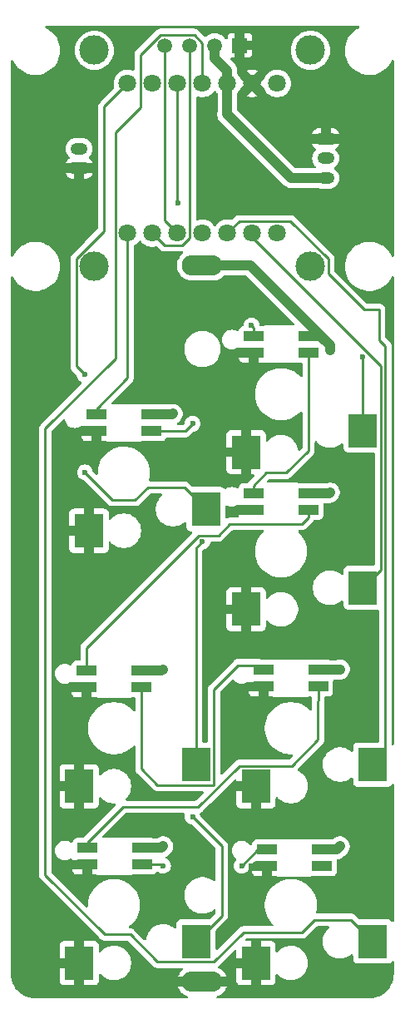
<source format=gbr>
%TF.GenerationSoftware,KiCad,Pcbnew,8.0.7*%
%TF.CreationDate,2025-04-08T15:53:03+09:00*%
%TF.ProjectId,Choc2,43686f63-322e-46b6-9963-61645f706362,rev?*%
%TF.SameCoordinates,Original*%
%TF.FileFunction,Copper,L1,Top*%
%TF.FilePolarity,Positive*%
%FSLAX46Y46*%
G04 Gerber Fmt 4.6, Leading zero omitted, Abs format (unit mm)*
G04 Created by KiCad (PCBNEW 8.0.7) date 2025-04-08 15:53:03*
%MOMM*%
%LPD*%
G01*
G04 APERTURE LIST*
G04 Aperture macros list*
%AMRoundRect*
0 Rectangle with rounded corners*
0 $1 Rounding radius*
0 $2 $3 $4 $5 $6 $7 $8 $9 X,Y pos of 4 corners*
0 Add a 4 corners polygon primitive as box body*
4,1,4,$2,$3,$4,$5,$6,$7,$8,$9,$2,$3,0*
0 Add four circle primitives for the rounded corners*
1,1,$1+$1,$2,$3*
1,1,$1+$1,$4,$5*
1,1,$1+$1,$6,$7*
1,1,$1+$1,$8,$9*
0 Add four rect primitives between the rounded corners*
20,1,$1+$1,$2,$3,$4,$5,0*
20,1,$1+$1,$4,$5,$6,$7,0*
20,1,$1+$1,$6,$7,$8,$9,0*
20,1,$1+$1,$8,$9,$2,$3,0*%
G04 Aperture macros list end*
%TA.AperFunction,ComponentPad*%
%ADD10O,4.140000X2.070000*%
%TD*%
%TA.AperFunction,SMDPad,CuDef*%
%ADD11R,2.000000X1.020000*%
%TD*%
%TA.AperFunction,ComponentPad*%
%ADD12C,1.800000*%
%TD*%
%TA.AperFunction,SMDPad,CuDef*%
%ADD13R,3.000000X3.500000*%
%TD*%
%TA.AperFunction,ComponentPad*%
%ADD14RoundRect,0.250000X-0.625000X0.350000X-0.625000X-0.350000X0.625000X-0.350000X0.625000X0.350000X0*%
%TD*%
%TA.AperFunction,ComponentPad*%
%ADD15O,1.750000X1.200000*%
%TD*%
%TA.AperFunction,ComponentPad*%
%ADD16RoundRect,0.250000X0.625000X-0.350000X0.625000X0.350000X-0.625000X0.350000X-0.625000X-0.350000X0*%
%TD*%
%TA.AperFunction,ComponentPad*%
%ADD17R,1.508000X1.508000*%
%TD*%
%TA.AperFunction,ComponentPad*%
%ADD18C,1.508000*%
%TD*%
%TA.AperFunction,ComponentPad*%
%ADD19C,3.000000*%
%TD*%
%TA.AperFunction,ViaPad*%
%ADD20C,0.600000*%
%TD*%
%TA.AperFunction,Conductor*%
%ADD21C,0.250000*%
%TD*%
%TA.AperFunction,Conductor*%
%ADD22C,1.000000*%
%TD*%
%TA.AperFunction,Conductor*%
%ADD23C,0.500000*%
%TD*%
G04 APERTURE END LIST*
D10*
%TO.P,BT1,+*%
%TO.N,VCC*%
X70000000Y-74900000D03*
%TO.P,BT1,-*%
%TO.N,GND*%
X70000000Y-147800000D03*
%TD*%
D11*
%TO.P,LED7,1,VDD*%
%TO.N,VCC*%
X82150000Y-134342500D03*
%TO.P,LED7,2,DOUT*%
%TO.N,unconnected-(LED7-DOUT-Pad2)*%
X82150000Y-136042500D03*
%TO.P,LED7,3,GND*%
%TO.N,GND*%
X76550000Y-136042500D03*
%TO.P,LED7,4,DIN*%
%TO.N,unconnected-(LED6-DOUT-Pad2)*%
X76550000Y-134342500D03*
%TD*%
%TO.P,LED6,1,VDD*%
%TO.N,VCC*%
X63850000Y-134192500D03*
%TO.P,LED6,2,DOUT*%
%TO.N,unconnected-(LED6-DOUT-Pad2)*%
X63850000Y-135892500D03*
%TO.P,LED6,3,GND*%
%TO.N,GND*%
X58250000Y-135892500D03*
%TO.P,LED6,4,DIN*%
%TO.N,unconnected-(LED5-DOUT-Pad2)*%
X58250000Y-134192500D03*
%TD*%
%TO.P,LED1,1,VDD*%
%TO.N,VCC*%
X64800000Y-90067500D03*
%TO.P,LED1,2,DOUT*%
%TO.N,Net-(LED1-DOUT)*%
X64800000Y-91767500D03*
%TO.P,LED1,3,GND*%
%TO.N,GND*%
X59200000Y-91767500D03*
%TO.P,LED1,4,DIN*%
%TO.N,LED*%
X59200000Y-90067500D03*
%TD*%
D12*
%TO.P,U1,1,LP_A_IO0*%
%TO.N,SW4*%
X77620000Y-71620000D03*
%TO.P,U1,2,LP_A_IO1*%
%TO.N,SW3*%
X75080000Y-71620000D03*
%TO.P,U1,3,LP_A_IO2*%
%TO.N,SW5*%
X72540000Y-71620000D03*
%TO.P,U1,4,IO21*%
%TO.N,SW6*%
X70000000Y-71620000D03*
%TO.P,U1,5,IO22_SDA*%
%TO.N,SDA*%
X67460000Y-71620000D03*
%TO.P,U1,6,IO23_SCL*%
%TO.N,SCL*%
X64920000Y-71620000D03*
%TO.P,U1,7,IO16_TX*%
%TO.N,LED*%
X62380000Y-71620000D03*
%TO.P,U1,8,IO17_RX*%
%TO.N,SW1*%
X62380000Y-56380000D03*
%TO.P,U1,9,IO19_SCK*%
%TO.N,LED2*%
X64920000Y-56380000D03*
%TO.P,U1,10,IO20_MISO*%
%TO.N,SW2*%
X67460000Y-56380000D03*
%TO.P,U1,11,IO18_MOSI*%
%TO.N,SW7*%
X70000000Y-56380000D03*
%TO.P,U1,12,3V3*%
%TO.N,VCC*%
X72540000Y-56380000D03*
%TO.P,U1,13,GND*%
%TO.N,GND*%
X75080000Y-56380000D03*
%TO.P,U1,14,5V*%
%TO.N,unconnected-(U1-5V-Pad14)*%
X77620000Y-56380000D03*
%TD*%
D13*
%TO.P,SW1,1,1*%
%TO.N,SW1*%
X70350000Y-99700000D03*
%TO.P,SW1,2,2*%
%TO.N,GND*%
X58450000Y-101900000D03*
%TD*%
%TO.P,SW2,1,1*%
%TO.N,SW2*%
X86350000Y-91700000D03*
%TO.P,SW2,2,2*%
%TO.N,GND*%
X74450000Y-93900000D03*
%TD*%
%TO.P,SW6,1,1*%
%TO.N,SW6*%
X69350000Y-143700000D03*
%TO.P,SW6,2,2*%
%TO.N,GND*%
X57450000Y-145900000D03*
%TD*%
D11*
%TO.P,LED5,1,VDD*%
%TO.N,VCC*%
X81800000Y-116067500D03*
%TO.P,LED5,2,DOUT*%
%TO.N,unconnected-(LED5-DOUT-Pad2)*%
X81800000Y-117767500D03*
%TO.P,LED5,3,GND*%
%TO.N,GND*%
X76200000Y-117767500D03*
%TO.P,LED5,4,DIN*%
%TO.N,Net-(LED4-DOUT)*%
X76200000Y-116067500D03*
%TD*%
D13*
%TO.P,SW7,1,1*%
%TO.N,SW7*%
X87350000Y-143700000D03*
%TO.P,SW7,2,2*%
%TO.N,GND*%
X75450000Y-145900000D03*
%TD*%
%TO.P,SW5,1,1*%
%TO.N,SW5*%
X87350000Y-125700000D03*
%TO.P,SW5,2,2*%
%TO.N,GND*%
X75450000Y-127900000D03*
%TD*%
D11*
%TO.P,LED2,1,VDD*%
%TO.N,VCC*%
X80800000Y-82067500D03*
%TO.P,LED2,2,DOUT*%
%TO.N,Net-(LED2-DOUT)*%
X80800000Y-83767500D03*
%TO.P,LED2,3,GND*%
%TO.N,GND*%
X75200000Y-83767500D03*
%TO.P,LED2,4,DIN*%
%TO.N,Net-(LED1-DOUT)*%
X75200000Y-82067500D03*
%TD*%
%TO.P,LED4,1,VDD*%
%TO.N,VCC*%
X63800000Y-116142500D03*
%TO.P,LED4,2,DOUT*%
%TO.N,Net-(LED4-DOUT)*%
X63800000Y-117842500D03*
%TO.P,LED4,3,GND*%
%TO.N,GND*%
X58200000Y-117842500D03*
%TO.P,LED4,4,DIN*%
%TO.N,Net-(LED3-DOUT)*%
X58200000Y-116142500D03*
%TD*%
D13*
%TO.P,SW3,1,1*%
%TO.N,SW3*%
X86350000Y-107700000D03*
%TO.P,SW3,2,2*%
%TO.N,GND*%
X74450000Y-109900000D03*
%TD*%
D11*
%TO.P,LED3,1,VDD*%
%TO.N,VCC*%
X80800000Y-98067500D03*
%TO.P,LED3,2,DOUT*%
%TO.N,Net-(LED3-DOUT)*%
X80800000Y-99767500D03*
%TO.P,LED3,3,GND*%
%TO.N,GND*%
X75200000Y-99767500D03*
%TO.P,LED3,4,DIN*%
%TO.N,Net-(LED2-DOUT)*%
X75200000Y-98067500D03*
%TD*%
D13*
%TO.P,SW4,1,1*%
%TO.N,SW4*%
X69350000Y-125700000D03*
%TO.P,SW4,2,2*%
%TO.N,GND*%
X57450000Y-127900000D03*
%TD*%
D14*
%TO.P,J4,1,Pin_1*%
%TO.N,GND*%
X82550000Y-62000000D03*
D15*
%TO.P,J4,2,Pin_2*%
%TO.N,LED2*%
X82550000Y-64000000D03*
%TO.P,J4,3,Pin_3*%
%TO.N,VCC*%
X82550000Y-66000000D03*
%TD*%
D16*
%TO.P,J1,1,Pin_1*%
%TO.N,GND*%
X57450000Y-65000000D03*
D15*
%TO.P,J1,2,Pin_2*%
%TO.N,VCC*%
X57450000Y-63000000D03*
%TD*%
D17*
%TO.P,OL1,1,SDA*%
%TO.N,GND*%
X73810000Y-52500000D03*
D18*
%TO.P,OL1,2,SCL*%
%TO.N,VCC*%
X71270000Y-52500000D03*
%TO.P,OL1,3,VCC*%
%TO.N,SCL*%
X68730000Y-52500000D03*
%TO.P,OL1,4,GND*%
%TO.N,SDA*%
X66190000Y-52500000D03*
D19*
%TO.P,OL1,S1*%
%TO.N,N/C*%
X81000000Y-53000000D03*
%TO.P,OL1,S2*%
X59000000Y-53000000D03*
%TO.P,OL1,S3*%
X59000000Y-75000000D03*
%TO.P,OL1,S4*%
X81000000Y-75000000D03*
%TD*%
D20*
%TO.N,VCC*%
X83000000Y-83500000D03*
X66000000Y-116000000D03*
X66000000Y-134000000D03*
X67000000Y-90000000D03*
X84000000Y-134000000D03*
X83000000Y-98000000D03*
X84000000Y-116000000D03*
%TO.N,GND*%
X72000000Y-94000000D03*
X73000000Y-146000000D03*
X55000000Y-146000000D03*
X74000000Y-118000000D03*
X73000000Y-128000000D03*
X73000000Y-84000000D03*
X56000000Y-118000000D03*
X75000000Y-136000000D03*
X56000000Y-102000000D03*
X72000000Y-110000000D03*
X56000000Y-136000000D03*
X73000000Y-100000000D03*
X55000000Y-128000000D03*
X57000000Y-92000000D03*
%TO.N,SW4*%
X70000000Y-103000000D03*
%TO.N,SW1*%
X58037779Y-95962221D03*
X58000000Y-86000000D03*
%TO.N,SW2*%
X86350000Y-84183274D03*
X67500000Y-68500000D03*
%TO.N,Net-(LED1-DOUT)*%
X75000000Y-81000000D03*
X69000000Y-91000000D03*
%TO.N,unconnected-(LED6-DOUT-Pad2)*%
X66000000Y-136000000D03*
X74000000Y-136000000D03*
%TO.N,SW6*%
X69000000Y-131000000D03*
%TD*%
D21*
%TO.N,unconnected-(LED5-DOUT-Pad2)*%
X61903984Y-130000000D02*
X58250000Y-133653984D01*
X73761396Y-125825000D02*
X69586396Y-130000000D01*
X81800000Y-117767500D02*
X81800000Y-119200000D01*
X81775000Y-123149443D02*
X79099443Y-125825000D01*
X79099443Y-125825000D02*
X73761396Y-125825000D01*
X81775000Y-119225000D02*
X81775000Y-123149443D01*
X58250000Y-133653984D02*
X58250000Y-134192500D01*
X69586396Y-130000000D02*
X61903984Y-130000000D01*
X81800000Y-119200000D02*
X81775000Y-119225000D01*
D22*
%TO.N,VCC*%
X83657500Y-134342500D02*
X84000000Y-134000000D01*
X80800000Y-98067500D02*
X82932500Y-98067500D01*
X64800000Y-90067500D02*
X66932500Y-90067500D01*
X63800000Y-116142500D02*
X65857500Y-116142500D01*
X72540000Y-59460000D02*
X72500000Y-59500000D01*
X72540000Y-56380000D02*
X72540000Y-59460000D01*
X66932500Y-90067500D02*
X67000000Y-90000000D01*
X81800000Y-116067500D02*
X83932500Y-116067500D01*
X82932500Y-98067500D02*
X83000000Y-98000000D01*
X63850000Y-134192500D02*
X65807500Y-134192500D01*
X79000000Y-66000000D02*
X82550000Y-66000000D01*
X71270000Y-53770000D02*
X72540000Y-55040000D01*
X72540000Y-55040000D02*
X72540000Y-56380000D01*
X82010000Y-82067500D02*
X83000000Y-83057500D01*
X72500000Y-59500000D02*
X79000000Y-66000000D01*
X83932500Y-116067500D02*
X84000000Y-116000000D01*
X65807500Y-134192500D02*
X66000000Y-134000000D01*
X83000000Y-83057500D02*
X83000000Y-83500000D01*
X71270000Y-52500000D02*
X71270000Y-53770000D01*
X74842500Y-74900000D02*
X83000000Y-83057500D01*
X65857500Y-116142500D02*
X66000000Y-116000000D01*
X80800000Y-82067500D02*
X82010000Y-82067500D01*
X70000000Y-74900000D02*
X74842500Y-74900000D01*
X82150000Y-134342500D02*
X83657500Y-134342500D01*
D23*
%TO.N,GND*%
X58450000Y-101900000D02*
X56100000Y-101900000D01*
X74450000Y-109900000D02*
X72100000Y-109900000D01*
X73232500Y-83767500D02*
X73000000Y-84000000D01*
X56100000Y-101900000D02*
X56000000Y-102000000D01*
X55100000Y-127900000D02*
X55000000Y-128000000D01*
X73100000Y-145900000D02*
X73000000Y-146000000D01*
X75200000Y-99767500D02*
X73232500Y-99767500D01*
X73100000Y-127900000D02*
X73000000Y-128000000D01*
X57450000Y-127900000D02*
X55100000Y-127900000D01*
X55100000Y-145900000D02*
X55000000Y-146000000D01*
X57450000Y-145900000D02*
X55100000Y-145900000D01*
X73232500Y-99767500D02*
X73000000Y-100000000D01*
X75450000Y-127900000D02*
X73100000Y-127900000D01*
X58250000Y-135892500D02*
X56107500Y-135892500D01*
X72100000Y-109900000D02*
X72000000Y-110000000D01*
X75200000Y-83767500D02*
X73232500Y-83767500D01*
X75042500Y-136042500D02*
X75000000Y-136000000D01*
X74450000Y-93900000D02*
X72100000Y-93900000D01*
X76200000Y-117767500D02*
X74232500Y-117767500D01*
X59200000Y-91767500D02*
X57232500Y-91767500D01*
X76550000Y-136042500D02*
X75042500Y-136042500D01*
X75450000Y-145900000D02*
X73100000Y-145900000D01*
X58200000Y-117842500D02*
X56157500Y-117842500D01*
X72100000Y-93900000D02*
X72000000Y-94000000D01*
X57232500Y-91767500D02*
X57000000Y-92000000D01*
X56157500Y-117842500D02*
X56000000Y-118000000D01*
X74232500Y-117767500D02*
X74000000Y-118000000D01*
X56107500Y-135892500D02*
X56000000Y-136000000D01*
D21*
%TO.N,LED*%
X59200000Y-89528984D02*
X59200000Y-90067500D01*
X62380000Y-86348984D02*
X59200000Y-89528984D01*
X62380000Y-71620000D02*
X62380000Y-86348984D01*
%TO.N,SW4*%
X69350000Y-125700000D02*
X69350000Y-103650000D01*
X69350000Y-103650000D02*
X70000000Y-103000000D01*
%TO.N,SW3*%
X88175000Y-85124390D02*
X75080000Y-72029390D01*
X88175000Y-105875000D02*
X88175000Y-85124390D01*
X75080000Y-72029390D02*
X75080000Y-71620000D01*
X86350000Y-107700000D02*
X88175000Y-105875000D01*
%TO.N,SW1*%
X57175000Y-85175000D02*
X58000000Y-86000000D01*
X63149443Y-98775000D02*
X60850557Y-98775000D01*
X62380000Y-56380000D02*
X60000000Y-58760000D01*
X60000000Y-71419060D02*
X57175000Y-74244060D01*
X64424443Y-97500000D02*
X63149443Y-98775000D01*
X60850557Y-98775000D02*
X58037779Y-95962221D01*
X57175000Y-74244060D02*
X57175000Y-85175000D01*
X70350000Y-99700000D02*
X68150000Y-97500000D01*
X68150000Y-97500000D02*
X64424443Y-97500000D01*
X60000000Y-58760000D02*
X60000000Y-71419060D01*
%TO.N,SW5*%
X88000000Y-82500000D02*
X88000000Y-79419060D01*
X87350000Y-125700000D02*
X88625000Y-124425000D01*
X88000000Y-79419060D02*
X86488120Y-79419060D01*
X86488120Y-79419060D02*
X82825000Y-75755940D01*
X88625000Y-124425000D02*
X88625000Y-83125000D01*
X73765000Y-70395000D02*
X72540000Y-71620000D01*
X82825000Y-74244060D02*
X78975940Y-70395000D01*
X82825000Y-75755940D02*
X82825000Y-74244060D01*
X78975940Y-70395000D02*
X73765000Y-70395000D01*
X88625000Y-83125000D02*
X88000000Y-82500000D01*
%TO.N,SW2*%
X86350000Y-91700000D02*
X86350000Y-84183274D01*
X67460000Y-56380000D02*
X67460000Y-68460000D01*
X67460000Y-68460000D02*
X67500000Y-68500000D01*
%TO.N,Net-(LED1-DOUT)*%
X68232500Y-91767500D02*
X69000000Y-91000000D01*
X75200000Y-81200000D02*
X75000000Y-81000000D01*
X75200000Y-82067500D02*
X75200000Y-81200000D01*
X64800000Y-91767500D02*
X68232500Y-91767500D01*
%TO.N,Net-(LED2-DOUT)*%
X80800000Y-93751650D02*
X78551650Y-96000000D01*
X78551650Y-96000000D02*
X76507500Y-96000000D01*
X75200000Y-97307500D02*
X75200000Y-98067500D01*
X80800000Y-83767500D02*
X80800000Y-93751650D01*
X76507500Y-96000000D02*
X75200000Y-97307500D01*
%TO.N,Net-(LED3-DOUT)*%
X80800000Y-99767500D02*
X80800000Y-100527500D01*
X71625000Y-102375000D02*
X69625000Y-102375000D01*
X72800000Y-101200000D02*
X71625000Y-102375000D01*
X58200000Y-113800000D02*
X58200000Y-116142500D01*
X80800000Y-100527500D02*
X80127500Y-101200000D01*
X80127500Y-101200000D02*
X72800000Y-101200000D01*
X69625000Y-102375000D02*
X58200000Y-113800000D01*
%TO.N,Net-(LED4-DOUT)*%
X63800000Y-126151650D02*
X65423350Y-127775000D01*
X75865000Y-116067500D02*
X76200000Y-116067500D01*
X71175000Y-127775000D02*
X71175000Y-118037563D01*
X71175000Y-118037563D02*
X73637563Y-115575000D01*
X65423350Y-127775000D02*
X71175000Y-127775000D01*
X75707500Y-115575000D02*
X76200000Y-116067500D01*
X63800000Y-117842500D02*
X63800000Y-126151650D01*
X73637563Y-115575000D02*
X75707500Y-115575000D01*
%TO.N,SCL*%
X68730000Y-72082412D02*
X68730000Y-52500000D01*
X67967412Y-72845000D02*
X68730000Y-72082412D01*
X66145000Y-72845000D02*
X67967412Y-72845000D01*
X64920000Y-71620000D02*
X66145000Y-72845000D01*
%TO.N,SDA*%
X67460000Y-71620000D02*
X66190000Y-70350000D01*
X66190000Y-70350000D02*
X66190000Y-52500000D01*
%TO.N,unconnected-(LED6-DOUT-Pad2)*%
X76550000Y-134342500D02*
X75657500Y-134342500D01*
X65892500Y-135892500D02*
X66000000Y-136000000D01*
X75657500Y-134342500D02*
X74000000Y-136000000D01*
X63850000Y-135892500D02*
X65892500Y-135892500D01*
%TO.N,SW6*%
X71975000Y-133975000D02*
X69000000Y-131000000D01*
X69350000Y-143700000D02*
X71975000Y-141075000D01*
X68025000Y-142375000D02*
X69350000Y-143700000D01*
X71975000Y-141075000D02*
X71975000Y-133975000D01*
%TO.N,SW7*%
X63695000Y-58835000D02*
X63695000Y-53469063D01*
X69176937Y-51421000D02*
X70000000Y-52244063D01*
X63695000Y-53469063D02*
X65743063Y-51421000D01*
X60075557Y-143000000D02*
X54000000Y-136924443D01*
X70000000Y-52244063D02*
X70000000Y-56380000D01*
X54000000Y-91500000D02*
X61155000Y-84345000D01*
X74175000Y-142775000D02*
X71175000Y-145775000D01*
X65743063Y-51421000D02*
X69176937Y-51421000D01*
X80149443Y-142775000D02*
X74175000Y-142775000D01*
X54000000Y-136924443D02*
X54000000Y-91500000D01*
X85150000Y-141500000D02*
X81424443Y-141500000D01*
X62648350Y-143000000D02*
X60075557Y-143000000D01*
X61155000Y-61375000D02*
X63695000Y-58835000D01*
X71175000Y-145775000D02*
X65423350Y-145775000D01*
X61155000Y-84345000D02*
X61155000Y-61375000D01*
X87350000Y-143700000D02*
X85150000Y-141500000D01*
X65423350Y-145775000D02*
X62648350Y-143000000D01*
X81424443Y-141500000D02*
X80149443Y-142775000D01*
%TD*%
%TA.AperFunction,Conductor*%
%TO.N,GND*%
G36*
X85940252Y-50520185D02*
G01*
X85986007Y-50572989D01*
X85995951Y-50642147D01*
X85966926Y-50705703D01*
X85932952Y-50733160D01*
X85690070Y-50866687D01*
X85657516Y-50884584D01*
X85657504Y-50884591D01*
X85402978Y-51069515D01*
X85402968Y-51069523D01*
X85173608Y-51284907D01*
X85173606Y-51284909D01*
X84973054Y-51527334D01*
X84973051Y-51527338D01*
X84804464Y-51792990D01*
X84804461Y-51792996D01*
X84670499Y-52077678D01*
X84670497Y-52077683D01*
X84573270Y-52376916D01*
X84514311Y-52685988D01*
X84514310Y-52685995D01*
X84494556Y-52999994D01*
X84494556Y-53000000D01*
X84514310Y-53314004D01*
X84514311Y-53314011D01*
X84514312Y-53314015D01*
X84571000Y-53611187D01*
X84573270Y-53623083D01*
X84670497Y-53922316D01*
X84670499Y-53922321D01*
X84804461Y-54207003D01*
X84804464Y-54207009D01*
X84973051Y-54472661D01*
X84973054Y-54472665D01*
X85173606Y-54715090D01*
X85173608Y-54715092D01*
X85173610Y-54715094D01*
X85289971Y-54824364D01*
X85402968Y-54930476D01*
X85402978Y-54930484D01*
X85657504Y-55115408D01*
X85657509Y-55115410D01*
X85657516Y-55115416D01*
X85933234Y-55266994D01*
X85933239Y-55266996D01*
X85933241Y-55266997D01*
X85933242Y-55266998D01*
X86225771Y-55382818D01*
X86225774Y-55382819D01*
X86401194Y-55427859D01*
X86530527Y-55461066D01*
X86596010Y-55469338D01*
X86842670Y-55500499D01*
X86842679Y-55500499D01*
X86842682Y-55500500D01*
X86842684Y-55500500D01*
X87157316Y-55500500D01*
X87157318Y-55500500D01*
X87157321Y-55500499D01*
X87157329Y-55500499D01*
X87343593Y-55476968D01*
X87469473Y-55461066D01*
X87774225Y-55382819D01*
X87774228Y-55382818D01*
X88066757Y-55266998D01*
X88066758Y-55266997D01*
X88066756Y-55266997D01*
X88066766Y-55266994D01*
X88342484Y-55115416D01*
X88597030Y-54930478D01*
X88826390Y-54715094D01*
X89026947Y-54472663D01*
X89195537Y-54207007D01*
X89253272Y-54084315D01*
X89263302Y-54063000D01*
X89309657Y-54010722D01*
X89376917Y-53991805D01*
X89443727Y-54012254D01*
X89488876Y-54065578D01*
X89499500Y-54115797D01*
X89499500Y-73884202D01*
X89479815Y-73951241D01*
X89427011Y-73996996D01*
X89357853Y-74006940D01*
X89294297Y-73977915D01*
X89263302Y-73936999D01*
X89195539Y-73792996D01*
X89195535Y-73792990D01*
X89026948Y-73527338D01*
X89026945Y-73527334D01*
X88826393Y-73284909D01*
X88826391Y-73284907D01*
X88710029Y-73175635D01*
X88597030Y-73069522D01*
X88597027Y-73069520D01*
X88597021Y-73069515D01*
X88342495Y-72884591D01*
X88342488Y-72884586D01*
X88342484Y-72884584D01*
X88066766Y-72733006D01*
X88066763Y-72733004D01*
X88066758Y-72733002D01*
X88066757Y-72733001D01*
X87774228Y-72617181D01*
X87774225Y-72617180D01*
X87469476Y-72538934D01*
X87469463Y-72538932D01*
X87157329Y-72499500D01*
X87157318Y-72499500D01*
X86842682Y-72499500D01*
X86842670Y-72499500D01*
X86530536Y-72538932D01*
X86530523Y-72538934D01*
X86225774Y-72617180D01*
X86225771Y-72617181D01*
X85933242Y-72733001D01*
X85933241Y-72733002D01*
X85657516Y-72884584D01*
X85657504Y-72884591D01*
X85402978Y-73069515D01*
X85402968Y-73069523D01*
X85173608Y-73284907D01*
X85173606Y-73284909D01*
X84973054Y-73527334D01*
X84973051Y-73527338D01*
X84804464Y-73792990D01*
X84804461Y-73792996D01*
X84670499Y-74077678D01*
X84670497Y-74077683D01*
X84573270Y-74376916D01*
X84514311Y-74685988D01*
X84514310Y-74685995D01*
X84494556Y-74999994D01*
X84494556Y-75000005D01*
X84514310Y-75314004D01*
X84514311Y-75314011D01*
X84573270Y-75623083D01*
X84670497Y-75922316D01*
X84670499Y-75922321D01*
X84804461Y-76207003D01*
X84804464Y-76207009D01*
X84973051Y-76472661D01*
X84973054Y-76472665D01*
X85173606Y-76715090D01*
X85173608Y-76715092D01*
X85173610Y-76715094D01*
X85289971Y-76824364D01*
X85402968Y-76930476D01*
X85402978Y-76930484D01*
X85657504Y-77115408D01*
X85657509Y-77115410D01*
X85657516Y-77115416D01*
X85933234Y-77266994D01*
X85933239Y-77266996D01*
X85933241Y-77266997D01*
X85933242Y-77266998D01*
X86225771Y-77382818D01*
X86225774Y-77382819D01*
X86530523Y-77461065D01*
X86530527Y-77461066D01*
X86596010Y-77469338D01*
X86842670Y-77500499D01*
X86842679Y-77500499D01*
X86842682Y-77500500D01*
X86842684Y-77500500D01*
X87157316Y-77500500D01*
X87157318Y-77500500D01*
X87157321Y-77500499D01*
X87157329Y-77500499D01*
X87343593Y-77476968D01*
X87469473Y-77461066D01*
X87774225Y-77382819D01*
X87774228Y-77382818D01*
X88066757Y-77266998D01*
X88066758Y-77266997D01*
X88066756Y-77266997D01*
X88066766Y-77266994D01*
X88342484Y-77115416D01*
X88597030Y-76930478D01*
X88826390Y-76715094D01*
X89026947Y-76472663D01*
X89195537Y-76207007D01*
X89259436Y-76071215D01*
X89263302Y-76063000D01*
X89309657Y-76010722D01*
X89376917Y-75991805D01*
X89443727Y-76012254D01*
X89488876Y-76065578D01*
X89499500Y-76115797D01*
X89499500Y-123609896D01*
X89479815Y-123676935D01*
X89427011Y-123722690D01*
X89357853Y-123732634D01*
X89294297Y-123703609D01*
X89276255Y-123684237D01*
X89275255Y-123682902D01*
X89250819Y-123617445D01*
X89250500Y-123608561D01*
X89250500Y-83063394D01*
X89248692Y-83054304D01*
X89248692Y-83054303D01*
X89229727Y-82958959D01*
X89226463Y-82942548D01*
X89179311Y-82828714D01*
X89169282Y-82813704D01*
X89159391Y-82798900D01*
X89110859Y-82726268D01*
X89077586Y-82692995D01*
X89023733Y-82639142D01*
X89023732Y-82639141D01*
X88661819Y-82277228D01*
X88628334Y-82215905D01*
X88625500Y-82189547D01*
X88625500Y-79357453D01*
X88625499Y-79357449D01*
X88601464Y-79236615D01*
X88601463Y-79236608D01*
X88554311Y-79122774D01*
X88554310Y-79122773D01*
X88554307Y-79122767D01*
X88485858Y-79020327D01*
X88485855Y-79020323D01*
X88398736Y-78933204D01*
X88398732Y-78933201D01*
X88296292Y-78864752D01*
X88296283Y-78864747D01*
X88182454Y-78817598D01*
X88182455Y-78817598D01*
X88182452Y-78817597D01*
X88182448Y-78817596D01*
X88182444Y-78817595D01*
X88061610Y-78793560D01*
X88061606Y-78793560D01*
X86798572Y-78793560D01*
X86731533Y-78773875D01*
X86710891Y-78757241D01*
X83486819Y-75533169D01*
X83453334Y-75471846D01*
X83450500Y-75445488D01*
X83450500Y-74182456D01*
X83447394Y-74166839D01*
X83426463Y-74061608D01*
X83406481Y-74013368D01*
X83406480Y-74013366D01*
X83391796Y-73977915D01*
X83379312Y-73947775D01*
X83372746Y-73937949D01*
X83357871Y-73915686D01*
X83357870Y-73915685D01*
X83310858Y-73845327D01*
X83310855Y-73845323D01*
X83220637Y-73755105D01*
X83220606Y-73755076D01*
X79466138Y-70000608D01*
X79466118Y-70000586D01*
X79374673Y-69909141D01*
X79323449Y-69874915D01*
X79272227Y-69840689D01*
X79272226Y-69840688D01*
X79272223Y-69840686D01*
X79272220Y-69840685D01*
X79191732Y-69807347D01*
X79158393Y-69793537D01*
X79148367Y-69791543D01*
X79097969Y-69781518D01*
X79037550Y-69769500D01*
X79037547Y-69769500D01*
X79037546Y-69769500D01*
X73832741Y-69769500D01*
X73832721Y-69769499D01*
X73826607Y-69769499D01*
X73703394Y-69769499D01*
X73602597Y-69789548D01*
X73602592Y-69789548D01*
X73582549Y-69793536D01*
X73582547Y-69793536D01*
X73535397Y-69813067D01*
X73468719Y-69840685D01*
X73468717Y-69840686D01*
X73366266Y-69909141D01*
X73366263Y-69909144D01*
X73038520Y-70236888D01*
X72977197Y-70270373D01*
X72910577Y-70266488D01*
X72884986Y-70257702D01*
X72694204Y-70225867D01*
X72656049Y-70219500D01*
X72423951Y-70219500D01*
X72378164Y-70227140D01*
X72195015Y-70257702D01*
X71975504Y-70333061D01*
X71975495Y-70333064D01*
X71771371Y-70443531D01*
X71771365Y-70443535D01*
X71588222Y-70586081D01*
X71588219Y-70586084D01*
X71431016Y-70756852D01*
X71373809Y-70844416D01*
X71320662Y-70889773D01*
X71251431Y-70899197D01*
X71188095Y-70869695D01*
X71166191Y-70844416D01*
X71108983Y-70756852D01*
X71108980Y-70756849D01*
X71108979Y-70756847D01*
X70951784Y-70586087D01*
X70951779Y-70586083D01*
X70951777Y-70586081D01*
X70768634Y-70443535D01*
X70768628Y-70443531D01*
X70564504Y-70333064D01*
X70564495Y-70333061D01*
X70344984Y-70257702D01*
X70173282Y-70229050D01*
X70116049Y-70219500D01*
X69883951Y-70219500D01*
X69838164Y-70227140D01*
X69655015Y-70257702D01*
X69519763Y-70304135D01*
X69449964Y-70307285D01*
X69389543Y-70272199D01*
X69357682Y-70210016D01*
X69355500Y-70186854D01*
X69355500Y-57813146D01*
X69375185Y-57746107D01*
X69427989Y-57700352D01*
X69497147Y-57690408D01*
X69519763Y-57695865D01*
X69655015Y-57742297D01*
X69655017Y-57742297D01*
X69655019Y-57742298D01*
X69883951Y-57780500D01*
X69883952Y-57780500D01*
X70116048Y-57780500D01*
X70116049Y-57780500D01*
X70344981Y-57742298D01*
X70564503Y-57666936D01*
X70768626Y-57556470D01*
X70951784Y-57413913D01*
X71108979Y-57243153D01*
X71166191Y-57155582D01*
X71219337Y-57110226D01*
X71288568Y-57100802D01*
X71351904Y-57130304D01*
X71373809Y-57155583D01*
X71431016Y-57243147D01*
X71431019Y-57243151D01*
X71431021Y-57243153D01*
X71506731Y-57325396D01*
X71537652Y-57388049D01*
X71539500Y-57409377D01*
X71539500Y-59188155D01*
X71537117Y-59212347D01*
X71499500Y-59401457D01*
X71499500Y-59598544D01*
X71537947Y-59791828D01*
X71537949Y-59791836D01*
X71613367Y-59973910D01*
X71613372Y-59973920D01*
X71722860Y-60137780D01*
X71722863Y-60137784D01*
X78219735Y-66634655D01*
X78219764Y-66634686D01*
X78362214Y-66777136D01*
X78362218Y-66777139D01*
X78526079Y-66886628D01*
X78526092Y-66886635D01*
X78654833Y-66939961D01*
X78657902Y-66941232D01*
X78708164Y-66962051D01*
X78804812Y-66981275D01*
X78853135Y-66990887D01*
X78901458Y-67000500D01*
X78901459Y-67000500D01*
X78901460Y-67000500D01*
X79098540Y-67000500D01*
X81784763Y-67000500D01*
X81841059Y-67014016D01*
X81852550Y-67019871D01*
X81852552Y-67019871D01*
X81852555Y-67019873D01*
X82017299Y-67073402D01*
X82188389Y-67100500D01*
X82188390Y-67100500D01*
X82911610Y-67100500D01*
X82911611Y-67100500D01*
X83082701Y-67073402D01*
X83247445Y-67019873D01*
X83401788Y-66941232D01*
X83541928Y-66839414D01*
X83664414Y-66716928D01*
X83766232Y-66576788D01*
X83844873Y-66422445D01*
X83898402Y-66257701D01*
X83925500Y-66086611D01*
X83925500Y-65913389D01*
X83898402Y-65742299D01*
X83844873Y-65577555D01*
X83766232Y-65423212D01*
X83664414Y-65283072D01*
X83541928Y-65160586D01*
X83458975Y-65100317D01*
X83416311Y-65044988D01*
X83410332Y-64975374D01*
X83442938Y-64913579D01*
X83458976Y-64899682D01*
X83541928Y-64839414D01*
X83664414Y-64716928D01*
X83766232Y-64576788D01*
X83844873Y-64422445D01*
X83898402Y-64257701D01*
X83925500Y-64086611D01*
X83925500Y-63913389D01*
X83898402Y-63742299D01*
X83844873Y-63577555D01*
X83766232Y-63423212D01*
X83664414Y-63283072D01*
X83556508Y-63175166D01*
X83523023Y-63113843D01*
X83528007Y-63044151D01*
X83569879Y-62988218D01*
X83579094Y-62981945D01*
X83643345Y-62942315D01*
X83767315Y-62818345D01*
X83859356Y-62669124D01*
X83859358Y-62669119D01*
X83914504Y-62502701D01*
X83914505Y-62502694D01*
X83914781Y-62500000D01*
X81185219Y-62500000D01*
X81185494Y-62502694D01*
X81185495Y-62502701D01*
X81240641Y-62669119D01*
X81240643Y-62669124D01*
X81332684Y-62818345D01*
X81456656Y-62942317D01*
X81520906Y-62981946D01*
X81567631Y-63033893D01*
X81578854Y-63102856D01*
X81551011Y-63166938D01*
X81543492Y-63175166D01*
X81435585Y-63283073D01*
X81333768Y-63423211D01*
X81255128Y-63577552D01*
X81201597Y-63742302D01*
X81186216Y-63839414D01*
X81174500Y-63913389D01*
X81174500Y-64086611D01*
X81201598Y-64257701D01*
X81255127Y-64422445D01*
X81333768Y-64576788D01*
X81435586Y-64716928D01*
X81435588Y-64716930D01*
X81506477Y-64787819D01*
X81539962Y-64849142D01*
X81534978Y-64918834D01*
X81493106Y-64974767D01*
X81427642Y-64999184D01*
X81418796Y-64999500D01*
X79465782Y-64999500D01*
X79398743Y-64979815D01*
X79378101Y-64963181D01*
X76365550Y-61950630D01*
X82175000Y-61950630D01*
X82175000Y-62049370D01*
X82200556Y-62144745D01*
X82249925Y-62230255D01*
X82319745Y-62300075D01*
X82405255Y-62349444D01*
X82500630Y-62375000D01*
X82599370Y-62375000D01*
X82694745Y-62349444D01*
X82780255Y-62300075D01*
X82850075Y-62230255D01*
X82899444Y-62144745D01*
X82925000Y-62049370D01*
X82925000Y-61950630D01*
X82899444Y-61855255D01*
X82850075Y-61769745D01*
X82780255Y-61699925D01*
X82694745Y-61650556D01*
X82599370Y-61625000D01*
X82500630Y-61625000D01*
X82405255Y-61650556D01*
X82319745Y-61699925D01*
X82249925Y-61769745D01*
X82200556Y-61855255D01*
X82175000Y-61950630D01*
X76365550Y-61950630D01*
X75914920Y-61500000D01*
X81185219Y-61500000D01*
X82050000Y-61500000D01*
X83050000Y-61500000D01*
X83914780Y-61500000D01*
X83914505Y-61497305D01*
X83914504Y-61497298D01*
X83859358Y-61330880D01*
X83859356Y-61330875D01*
X83767315Y-61181654D01*
X83643345Y-61057684D01*
X83494124Y-60965643D01*
X83494119Y-60965641D01*
X83327697Y-60910494D01*
X83327690Y-60910493D01*
X83224986Y-60900000D01*
X83050000Y-60900000D01*
X83050000Y-61500000D01*
X82050000Y-61500000D01*
X82050000Y-60900000D01*
X81875029Y-60900000D01*
X81875012Y-60900001D01*
X81772302Y-60910494D01*
X81605880Y-60965641D01*
X81605875Y-60965643D01*
X81456654Y-61057684D01*
X81332684Y-61181654D01*
X81240643Y-61330875D01*
X81240641Y-61330880D01*
X81185495Y-61497298D01*
X81185494Y-61497305D01*
X81185219Y-61500000D01*
X75914920Y-61500000D01*
X73576819Y-59161899D01*
X73543334Y-59100576D01*
X73540500Y-59074218D01*
X73540500Y-57661184D01*
X74505920Y-57661184D01*
X74515700Y-57666477D01*
X74515709Y-57666481D01*
X74735139Y-57741811D01*
X74963993Y-57780000D01*
X75196007Y-57780000D01*
X75424860Y-57741811D01*
X75644301Y-57666476D01*
X75654077Y-57661185D01*
X75654078Y-57661184D01*
X75080001Y-57087106D01*
X75080000Y-57087106D01*
X74505920Y-57661184D01*
X73540500Y-57661184D01*
X73540500Y-57409377D01*
X73560185Y-57342338D01*
X73573264Y-57325401D01*
X73648979Y-57243153D01*
X73775924Y-57048849D01*
X73822718Y-56942167D01*
X73848591Y-56904300D01*
X74372893Y-56380000D01*
X74319389Y-56326496D01*
X74673600Y-56326496D01*
X74673600Y-56433504D01*
X74701295Y-56536865D01*
X74754799Y-56629536D01*
X74830464Y-56705201D01*
X74923135Y-56758705D01*
X75026496Y-56786400D01*
X75133504Y-56786400D01*
X75236865Y-56758705D01*
X75329536Y-56705201D01*
X75405201Y-56629536D01*
X75458705Y-56536865D01*
X75486400Y-56433504D01*
X75486400Y-56379999D01*
X75787106Y-56379999D01*
X75787106Y-56380000D01*
X76311406Y-56904300D01*
X76337280Y-56942170D01*
X76384073Y-57048845D01*
X76511016Y-57243147D01*
X76511019Y-57243151D01*
X76511021Y-57243153D01*
X76668216Y-57413913D01*
X76668219Y-57413915D01*
X76668222Y-57413918D01*
X76851365Y-57556464D01*
X76851371Y-57556468D01*
X76851374Y-57556470D01*
X77055497Y-57666936D01*
X77168867Y-57705856D01*
X77275015Y-57742297D01*
X77275017Y-57742297D01*
X77275019Y-57742298D01*
X77503951Y-57780500D01*
X77503952Y-57780500D01*
X77736048Y-57780500D01*
X77736049Y-57780500D01*
X77964981Y-57742298D01*
X78184503Y-57666936D01*
X78388626Y-57556470D01*
X78571784Y-57413913D01*
X78728979Y-57243153D01*
X78855924Y-57048849D01*
X78949157Y-56836300D01*
X79006134Y-56611305D01*
X79006135Y-56611297D01*
X79025300Y-56380006D01*
X79025300Y-56379993D01*
X79006135Y-56148702D01*
X79006133Y-56148691D01*
X78949157Y-55923699D01*
X78855924Y-55711151D01*
X78728983Y-55516852D01*
X78728980Y-55516849D01*
X78728979Y-55516847D01*
X78571784Y-55346087D01*
X78571779Y-55346083D01*
X78571777Y-55346081D01*
X78388634Y-55203535D01*
X78388628Y-55203531D01*
X78184504Y-55093064D01*
X78184495Y-55093061D01*
X77964984Y-55017702D01*
X77770177Y-54985195D01*
X77736049Y-54979500D01*
X77503951Y-54979500D01*
X77469823Y-54985195D01*
X77275015Y-55017702D01*
X77055504Y-55093061D01*
X77055495Y-55093064D01*
X76851371Y-55203531D01*
X76851365Y-55203535D01*
X76668222Y-55346081D01*
X76668219Y-55346084D01*
X76668216Y-55346086D01*
X76668216Y-55346087D01*
X76634403Y-55382818D01*
X76511016Y-55516852D01*
X76384073Y-55711154D01*
X76337281Y-55817828D01*
X76311407Y-55855698D01*
X75787106Y-56379999D01*
X75486400Y-56379999D01*
X75486400Y-56326496D01*
X75458705Y-56223135D01*
X75405201Y-56130464D01*
X75329536Y-56054799D01*
X75236865Y-56001295D01*
X75133504Y-55973600D01*
X75026496Y-55973600D01*
X74923135Y-56001295D01*
X74830464Y-56054799D01*
X74754799Y-56130464D01*
X74701295Y-56223135D01*
X74673600Y-56326496D01*
X74319389Y-56326496D01*
X73848591Y-55855698D01*
X73822717Y-55817828D01*
X73775924Y-55711151D01*
X73706191Y-55604416D01*
X73648979Y-55516846D01*
X73648977Y-55516844D01*
X73573270Y-55434603D01*
X73542348Y-55371948D01*
X73540500Y-55350621D01*
X73540500Y-55098814D01*
X74505920Y-55098814D01*
X75080000Y-55672893D01*
X75080001Y-55672893D01*
X75654078Y-55098814D01*
X75654078Y-55098813D01*
X75644307Y-55093526D01*
X75644296Y-55093521D01*
X75424860Y-55018188D01*
X75196007Y-54980000D01*
X74963993Y-54980000D01*
X74735139Y-55018188D01*
X74515699Y-55093522D01*
X74505921Y-55098813D01*
X74505920Y-55098814D01*
X73540500Y-55098814D01*
X73540500Y-54941456D01*
X73540499Y-54941454D01*
X73502052Y-54748171D01*
X73502051Y-54748167D01*
X73502051Y-54748165D01*
X73495376Y-54732051D01*
X73488351Y-54715092D01*
X73464137Y-54656632D01*
X73426635Y-54566093D01*
X73426634Y-54566092D01*
X73426632Y-54566086D01*
X73392985Y-54515729D01*
X73317139Y-54402217D01*
X73174686Y-54259764D01*
X73174655Y-54259735D01*
X72876596Y-53961676D01*
X72843111Y-53900353D01*
X72848095Y-53830661D01*
X72889967Y-53774728D01*
X72955431Y-53750311D01*
X72977535Y-53750706D01*
X73008160Y-53753999D01*
X73008172Y-53754000D01*
X73310000Y-53754000D01*
X74310000Y-53754000D01*
X74611828Y-53754000D01*
X74611844Y-53753999D01*
X74671372Y-53747598D01*
X74671379Y-53747596D01*
X74806086Y-53697354D01*
X74806093Y-53697350D01*
X74921187Y-53611190D01*
X74921190Y-53611187D01*
X75007350Y-53496093D01*
X75007354Y-53496086D01*
X75057596Y-53361379D01*
X75057598Y-53361372D01*
X75063999Y-53301844D01*
X75064000Y-53301827D01*
X75064000Y-53000000D01*
X74310000Y-53000000D01*
X74310000Y-53754000D01*
X73310000Y-53754000D01*
X73310000Y-52565826D01*
X73344075Y-52692993D01*
X73409901Y-52807007D01*
X73502993Y-52900099D01*
X73617007Y-52965925D01*
X73744174Y-53000000D01*
X73875826Y-53000000D01*
X73875833Y-52999998D01*
X78994390Y-52999998D01*
X78994390Y-53000000D01*
X79014804Y-53285433D01*
X79075628Y-53565037D01*
X79075630Y-53565043D01*
X79075631Y-53565046D01*
X79153839Y-53774728D01*
X79175635Y-53833166D01*
X79312770Y-54084309D01*
X79312775Y-54084317D01*
X79484254Y-54313387D01*
X79484270Y-54313405D01*
X79686594Y-54515729D01*
X79686612Y-54515745D01*
X79915682Y-54687224D01*
X79915690Y-54687229D01*
X80166833Y-54824364D01*
X80166832Y-54824364D01*
X80166836Y-54824365D01*
X80166839Y-54824367D01*
X80434954Y-54924369D01*
X80434960Y-54924370D01*
X80434962Y-54924371D01*
X80714566Y-54985195D01*
X80714568Y-54985195D01*
X80714572Y-54985196D01*
X80968220Y-55003337D01*
X80999999Y-55005610D01*
X81000000Y-55005610D01*
X81000001Y-55005610D01*
X81028595Y-55003564D01*
X81285428Y-54985196D01*
X81311613Y-54979500D01*
X81565037Y-54924371D01*
X81565037Y-54924370D01*
X81565046Y-54924369D01*
X81833161Y-54824367D01*
X82084315Y-54687226D01*
X82313395Y-54515739D01*
X82515739Y-54313395D01*
X82687226Y-54084315D01*
X82824367Y-53833161D01*
X82924369Y-53565046D01*
X82968674Y-53361379D01*
X82985195Y-53285433D01*
X82985195Y-53285432D01*
X82985196Y-53285428D01*
X83005610Y-53000000D01*
X82985196Y-52714572D01*
X82978979Y-52685995D01*
X82924371Y-52434962D01*
X82924370Y-52434960D01*
X82924369Y-52434954D01*
X82824367Y-52166839D01*
X82687226Y-51915685D01*
X82687224Y-51915682D01*
X82515745Y-51686612D01*
X82515729Y-51686594D01*
X82313405Y-51484270D01*
X82313387Y-51484254D01*
X82084317Y-51312775D01*
X82084309Y-51312770D01*
X81833166Y-51175635D01*
X81833167Y-51175635D01*
X81725915Y-51135632D01*
X81565046Y-51075631D01*
X81565043Y-51075630D01*
X81565037Y-51075628D01*
X81285433Y-51014804D01*
X81000001Y-50994390D01*
X80999999Y-50994390D01*
X80714566Y-51014804D01*
X80434962Y-51075628D01*
X80166833Y-51175635D01*
X79915690Y-51312770D01*
X79915682Y-51312775D01*
X79686612Y-51484254D01*
X79686594Y-51484270D01*
X79484270Y-51686594D01*
X79484254Y-51686612D01*
X79312775Y-51915682D01*
X79312770Y-51915690D01*
X79175635Y-52166833D01*
X79075628Y-52434962D01*
X79014804Y-52714566D01*
X78994390Y-52999998D01*
X73875833Y-52999998D01*
X74002993Y-52965925D01*
X74117007Y-52900099D01*
X74210099Y-52807007D01*
X74275925Y-52692993D01*
X74310000Y-52565826D01*
X74310000Y-52434174D01*
X74275925Y-52307007D01*
X74210099Y-52192993D01*
X74117007Y-52099901D01*
X74002993Y-52034075D01*
X73875826Y-52000000D01*
X74310000Y-52000000D01*
X75064000Y-52000000D01*
X75064000Y-51698172D01*
X75063999Y-51698155D01*
X75057598Y-51638627D01*
X75057596Y-51638620D01*
X75007354Y-51503913D01*
X75007350Y-51503906D01*
X74921190Y-51388812D01*
X74921187Y-51388809D01*
X74806093Y-51302649D01*
X74806086Y-51302645D01*
X74671379Y-51252403D01*
X74671372Y-51252401D01*
X74611844Y-51246000D01*
X74310000Y-51246000D01*
X74310000Y-52000000D01*
X73875826Y-52000000D01*
X73744174Y-52000000D01*
X73617007Y-52034075D01*
X73502993Y-52099901D01*
X73409901Y-52192993D01*
X73344075Y-52307007D01*
X73310000Y-52434174D01*
X73310000Y-51246000D01*
X73008155Y-51246000D01*
X72948627Y-51252401D01*
X72948620Y-51252403D01*
X72813913Y-51302645D01*
X72813906Y-51302649D01*
X72698812Y-51388809D01*
X72698809Y-51388812D01*
X72612649Y-51503906D01*
X72612645Y-51503913D01*
X72562403Y-51638620D01*
X72562401Y-51638627D01*
X72556000Y-51698155D01*
X72556000Y-51756166D01*
X72536315Y-51823205D01*
X72483511Y-51868960D01*
X72414353Y-51878904D01*
X72350797Y-51849879D01*
X72330425Y-51827289D01*
X72272573Y-51744669D01*
X72234674Y-51690543D01*
X72079457Y-51535326D01*
X72079455Y-51535325D01*
X72079452Y-51535322D01*
X71899650Y-51409423D01*
X71899642Y-51409419D01*
X71700708Y-51316655D01*
X71700706Y-51316654D01*
X71700703Y-51316653D01*
X71549885Y-51276240D01*
X71488675Y-51259839D01*
X71488668Y-51259838D01*
X71270002Y-51240708D01*
X71269998Y-51240708D01*
X71051331Y-51259838D01*
X71051324Y-51259839D01*
X70957765Y-51284909D01*
X70839297Y-51316653D01*
X70839295Y-51316653D01*
X70839291Y-51316655D01*
X70640357Y-51409419D01*
X70640349Y-51409423D01*
X70460547Y-51535322D01*
X70460541Y-51535327D01*
X70405879Y-51589990D01*
X70344556Y-51623475D01*
X70274864Y-51618491D01*
X70230517Y-51589990D01*
X69667135Y-51026608D01*
X69667115Y-51026586D01*
X69575673Y-50935144D01*
X69575665Y-50935138D01*
X69500007Y-50884585D01*
X69500005Y-50884583D01*
X69500005Y-50884584D01*
X69473222Y-50866687D01*
X69432976Y-50850017D01*
X69392729Y-50833347D01*
X69359390Y-50819537D01*
X69349364Y-50817543D01*
X69298966Y-50807518D01*
X69238547Y-50795500D01*
X69238544Y-50795500D01*
X69238543Y-50795500D01*
X65804669Y-50795500D01*
X65681456Y-50795500D01*
X65681451Y-50795500D01*
X65560618Y-50819535D01*
X65560610Y-50819537D01*
X65446779Y-50866687D01*
X65378606Y-50912240D01*
X65378605Y-50912241D01*
X65344326Y-50935144D01*
X65344325Y-50935145D01*
X63793722Y-52485750D01*
X63296269Y-52983203D01*
X63296267Y-52983205D01*
X63272866Y-53006606D01*
X63209144Y-53070327D01*
X63177227Y-53118093D01*
X63169510Y-53129642D01*
X63140688Y-53172777D01*
X63110023Y-53246810D01*
X63093538Y-53286607D01*
X63093535Y-53286619D01*
X63069500Y-53407452D01*
X63069500Y-54962302D01*
X63049815Y-55029341D01*
X62997011Y-55075096D01*
X62927853Y-55085040D01*
X62905237Y-55079583D01*
X62724984Y-55017702D01*
X62530177Y-54985195D01*
X62496049Y-54979500D01*
X62263951Y-54979500D01*
X62229823Y-54985195D01*
X62035015Y-55017702D01*
X61815504Y-55093061D01*
X61815495Y-55093064D01*
X61611371Y-55203531D01*
X61611365Y-55203535D01*
X61428222Y-55346081D01*
X61428219Y-55346084D01*
X61428216Y-55346086D01*
X61428216Y-55346087D01*
X61394403Y-55382818D01*
X61271016Y-55516852D01*
X61144075Y-55711151D01*
X61050842Y-55923699D01*
X60993866Y-56148691D01*
X60993864Y-56148702D01*
X60974700Y-56379993D01*
X60974700Y-56380006D01*
X60993864Y-56611297D01*
X60993866Y-56611309D01*
X61031175Y-56758637D01*
X61028550Y-56828457D01*
X60998650Y-56876758D01*
X59601270Y-58274139D01*
X59514144Y-58361264D01*
X59514138Y-58361272D01*
X59445690Y-58463708D01*
X59445688Y-58463713D01*
X59414939Y-58537950D01*
X59414939Y-58537952D01*
X59398537Y-58577546D01*
X59374500Y-58698396D01*
X59374500Y-71108607D01*
X59354815Y-71175646D01*
X59338181Y-71196288D01*
X58051322Y-72483147D01*
X56776270Y-73758199D01*
X56776267Y-73758202D01*
X56741479Y-73792990D01*
X56689142Y-73845326D01*
X56664776Y-73881793D01*
X56664775Y-73881792D01*
X56620689Y-73947772D01*
X56620685Y-73947779D01*
X56593518Y-74013369D01*
X56593518Y-74013370D01*
X56573537Y-74061606D01*
X56549500Y-74182456D01*
X56549500Y-85236611D01*
X56573535Y-85357444D01*
X56573540Y-85357461D01*
X56620685Y-85471280D01*
X56620687Y-85471283D01*
X56620688Y-85471286D01*
X56638362Y-85497737D01*
X56654914Y-85522507D01*
X56654915Y-85522509D01*
X56689141Y-85573733D01*
X56780586Y-85665178D01*
X56780608Y-85665198D01*
X57173787Y-86058377D01*
X57207272Y-86119700D01*
X57209326Y-86132173D01*
X57214630Y-86179249D01*
X57274210Y-86349521D01*
X57312583Y-86410591D01*
X57370184Y-86502262D01*
X57497738Y-86629816D01*
X57522333Y-86645270D01*
X57650479Y-86725790D01*
X57654429Y-86727692D01*
X57706291Y-86774512D01*
X57724606Y-86841938D01*
X57703561Y-86908563D01*
X57688313Y-86927095D01*
X53601270Y-91014139D01*
X53514144Y-91101264D01*
X53514140Y-91101269D01*
X53504908Y-91115086D01*
X53445689Y-91203712D01*
X53445685Y-91203719D01*
X53398540Y-91317538D01*
X53398537Y-91317546D01*
X53375272Y-91434517D01*
X53375268Y-91434536D01*
X53374500Y-91438393D01*
X53374500Y-136986054D01*
X53398535Y-137106887D01*
X53398540Y-137106904D01*
X53445685Y-137220724D01*
X53445687Y-137220727D01*
X53467884Y-137253946D01*
X53467885Y-137253948D01*
X53514141Y-137323175D01*
X53514144Y-137323179D01*
X53605586Y-137414621D01*
X53605608Y-137414641D01*
X59586573Y-143395606D01*
X59586602Y-143395637D01*
X59676821Y-143485856D01*
X59676824Y-143485858D01*
X59710490Y-143508353D01*
X59724252Y-143517548D01*
X59724254Y-143517550D01*
X59779266Y-143554309D01*
X59779268Y-143554310D01*
X59779271Y-143554312D01*
X59854002Y-143585266D01*
X59893105Y-143601463D01*
X59953528Y-143613481D01*
X60013950Y-143625500D01*
X60013951Y-143625500D01*
X62337898Y-143625500D01*
X62404937Y-143645185D01*
X62425579Y-143661819D01*
X65024613Y-146260855D01*
X65024617Y-146260858D01*
X65127060Y-146329309D01*
X65127061Y-146329309D01*
X65127065Y-146329312D01*
X65193746Y-146356931D01*
X65193748Y-146356933D01*
X65240893Y-146376461D01*
X65240898Y-146376463D01*
X65260947Y-146380451D01*
X65294546Y-146387134D01*
X65361742Y-146400501D01*
X65361744Y-146400501D01*
X65491071Y-146400501D01*
X65491091Y-146400500D01*
X67898115Y-146400500D01*
X67965154Y-146420185D01*
X68010909Y-146472989D01*
X68020853Y-146542147D01*
X67991828Y-146605703D01*
X67971000Y-146624819D01*
X67965010Y-146629170D01*
X67794169Y-146800011D01*
X67794164Y-146800017D01*
X67652152Y-146995480D01*
X67542460Y-147210759D01*
X67513464Y-147300000D01*
X69014192Y-147300000D01*
X68954042Y-147360150D01*
X68878530Y-147473162D01*
X68826516Y-147598734D01*
X68800000Y-147732041D01*
X68800000Y-147867959D01*
X68826516Y-148001266D01*
X68878530Y-148126838D01*
X68954042Y-148239850D01*
X69014192Y-148300000D01*
X67513464Y-148300000D01*
X67542460Y-148389240D01*
X67652152Y-148604519D01*
X67794164Y-148799982D01*
X67794169Y-148799988D01*
X67965011Y-148970830D01*
X67965017Y-148970835D01*
X68160480Y-149112847D01*
X68375761Y-149222539D01*
X68483569Y-149257569D01*
X68541245Y-149297007D01*
X68568443Y-149361365D01*
X68556528Y-149430212D01*
X68509284Y-149481687D01*
X68445251Y-149499500D01*
X53003751Y-149499500D01*
X52996264Y-149499274D01*
X52706205Y-149481728D01*
X52691340Y-149479923D01*
X52409201Y-149428219D01*
X52394663Y-149424635D01*
X52120832Y-149339306D01*
X52106831Y-149333997D01*
X51845263Y-149216275D01*
X51832004Y-149209316D01*
X51586540Y-149060928D01*
X51574217Y-149052422D01*
X51348426Y-148875526D01*
X51337218Y-148865596D01*
X51134403Y-148662781D01*
X51124473Y-148651573D01*
X51087609Y-148604519D01*
X50947573Y-148425776D01*
X50939075Y-148413465D01*
X50790680Y-148167989D01*
X50783727Y-148154743D01*
X50666000Y-147893163D01*
X50660693Y-147879167D01*
X50657200Y-147867959D01*
X50604190Y-147697844D01*
X55450000Y-147697844D01*
X55456401Y-147757372D01*
X55456403Y-147757379D01*
X55506645Y-147892086D01*
X55506649Y-147892093D01*
X55592809Y-148007187D01*
X55592812Y-148007190D01*
X55707906Y-148093350D01*
X55707913Y-148093354D01*
X55842620Y-148143596D01*
X55842627Y-148143598D01*
X55902155Y-148149999D01*
X55902172Y-148150000D01*
X56950000Y-148150000D01*
X57950000Y-148150000D01*
X58997828Y-148150000D01*
X58997844Y-148149999D01*
X59057372Y-148143598D01*
X59057379Y-148143596D01*
X59192086Y-148093354D01*
X59192093Y-148093350D01*
X59307187Y-148007190D01*
X59307190Y-148007187D01*
X59393350Y-147892093D01*
X59393354Y-147892086D01*
X59443596Y-147757379D01*
X59443598Y-147757372D01*
X59449999Y-147697844D01*
X59450000Y-147697827D01*
X59450000Y-147120802D01*
X59469685Y-147053763D01*
X59522489Y-147008008D01*
X59591647Y-146998064D01*
X59655203Y-147027089D01*
X59672375Y-147045315D01*
X59681081Y-147056661D01*
X59681089Y-147056670D01*
X59843330Y-147218911D01*
X59843338Y-147218918D01*
X60025382Y-147358607D01*
X60025385Y-147358608D01*
X60025388Y-147358611D01*
X60224112Y-147473344D01*
X60224117Y-147473346D01*
X60224123Y-147473349D01*
X60315480Y-147511190D01*
X60436113Y-147561158D01*
X60657762Y-147620548D01*
X60885266Y-147650500D01*
X60885273Y-147650500D01*
X61114727Y-147650500D01*
X61114734Y-147650500D01*
X61342238Y-147620548D01*
X61563887Y-147561158D01*
X61775888Y-147473344D01*
X61974612Y-147358611D01*
X62156661Y-147218919D01*
X62156665Y-147218914D01*
X62156670Y-147218911D01*
X62318911Y-147056670D01*
X62318914Y-147056665D01*
X62318919Y-147056661D01*
X62458611Y-146874612D01*
X62573344Y-146675888D01*
X62661158Y-146463887D01*
X62720548Y-146242238D01*
X62750500Y-146014734D01*
X62750500Y-145785266D01*
X62720548Y-145557762D01*
X62661158Y-145336113D01*
X62587634Y-145158611D01*
X62573349Y-145124123D01*
X62573346Y-145124117D01*
X62573344Y-145124112D01*
X62458611Y-144925388D01*
X62458608Y-144925385D01*
X62458607Y-144925382D01*
X62318918Y-144743338D01*
X62318911Y-144743330D01*
X62156670Y-144581089D01*
X62156661Y-144581081D01*
X61974617Y-144441392D01*
X61775890Y-144326657D01*
X61775876Y-144326650D01*
X61563887Y-144238842D01*
X61342238Y-144179452D01*
X61304215Y-144174446D01*
X61114741Y-144149500D01*
X61114734Y-144149500D01*
X60885266Y-144149500D01*
X60885258Y-144149500D01*
X60668715Y-144178009D01*
X60657762Y-144179452D01*
X60564076Y-144204554D01*
X60436112Y-144238842D01*
X60224123Y-144326650D01*
X60224109Y-144326657D01*
X60025382Y-144441392D01*
X59843338Y-144581081D01*
X59681082Y-144743337D01*
X59672373Y-144754687D01*
X59615944Y-144795888D01*
X59546197Y-144800040D01*
X59485278Y-144765825D01*
X59452528Y-144704107D01*
X59450000Y-144679197D01*
X59450000Y-144102172D01*
X59449999Y-144102155D01*
X59443598Y-144042627D01*
X59443596Y-144042620D01*
X59393354Y-143907913D01*
X59393350Y-143907906D01*
X59307190Y-143792812D01*
X59307187Y-143792809D01*
X59192093Y-143706649D01*
X59192086Y-143706645D01*
X59057379Y-143656403D01*
X59057372Y-143656401D01*
X58997844Y-143650000D01*
X57950000Y-143650000D01*
X57950000Y-148150000D01*
X56950000Y-148150000D01*
X56950000Y-146400000D01*
X55450000Y-146400000D01*
X55450000Y-147697844D01*
X50604190Y-147697844D01*
X50575363Y-147605335D01*
X50571780Y-147590798D01*
X50520076Y-147308659D01*
X50518271Y-147293794D01*
X50513741Y-147218911D01*
X50500726Y-147003736D01*
X50500500Y-146996249D01*
X50500500Y-144102155D01*
X55450000Y-144102155D01*
X55450000Y-145400000D01*
X56950000Y-145400000D01*
X56950000Y-143650000D01*
X55902155Y-143650000D01*
X55842627Y-143656401D01*
X55842620Y-143656403D01*
X55707913Y-143706645D01*
X55707906Y-143706649D01*
X55592812Y-143792809D01*
X55592809Y-143792812D01*
X55506649Y-143907906D01*
X55506645Y-143907913D01*
X55456403Y-144042620D01*
X55456401Y-144042627D01*
X55450000Y-144102155D01*
X50500500Y-144102155D01*
X50500500Y-76115797D01*
X50520185Y-76048758D01*
X50572989Y-76003003D01*
X50642147Y-75993059D01*
X50705703Y-76022084D01*
X50736698Y-76063000D01*
X50804461Y-76207003D01*
X50804464Y-76207009D01*
X50973051Y-76472661D01*
X50973054Y-76472665D01*
X51173606Y-76715090D01*
X51173608Y-76715092D01*
X51173610Y-76715094D01*
X51289971Y-76824364D01*
X51402968Y-76930476D01*
X51402978Y-76930484D01*
X51657504Y-77115408D01*
X51657509Y-77115410D01*
X51657516Y-77115416D01*
X51933234Y-77266994D01*
X51933239Y-77266996D01*
X51933241Y-77266997D01*
X51933242Y-77266998D01*
X52225771Y-77382818D01*
X52225774Y-77382819D01*
X52530523Y-77461065D01*
X52530527Y-77461066D01*
X52596010Y-77469338D01*
X52842670Y-77500499D01*
X52842679Y-77500499D01*
X52842682Y-77500500D01*
X52842684Y-77500500D01*
X53157316Y-77500500D01*
X53157318Y-77500500D01*
X53157321Y-77500499D01*
X53157329Y-77500499D01*
X53343593Y-77476968D01*
X53469473Y-77461066D01*
X53774225Y-77382819D01*
X53774228Y-77382818D01*
X54066757Y-77266998D01*
X54066758Y-77266997D01*
X54066756Y-77266997D01*
X54066766Y-77266994D01*
X54342484Y-77115416D01*
X54597030Y-76930478D01*
X54826390Y-76715094D01*
X55026947Y-76472663D01*
X55195537Y-76207007D01*
X55329503Y-75922315D01*
X55426731Y-75623079D01*
X55485688Y-75314015D01*
X55499500Y-75094477D01*
X55505444Y-75000005D01*
X55505444Y-74999994D01*
X55485689Y-74685995D01*
X55485688Y-74685988D01*
X55485688Y-74685985D01*
X55426731Y-74376921D01*
X55329503Y-74077685D01*
X55195537Y-73792993D01*
X55064636Y-73586725D01*
X55026948Y-73527338D01*
X55026945Y-73527334D01*
X54826393Y-73284909D01*
X54826391Y-73284907D01*
X54710029Y-73175635D01*
X54597030Y-73069522D01*
X54597027Y-73069520D01*
X54597021Y-73069515D01*
X54342495Y-72884591D01*
X54342488Y-72884586D01*
X54342484Y-72884584D01*
X54066766Y-72733006D01*
X54066763Y-72733004D01*
X54066758Y-72733002D01*
X54066757Y-72733001D01*
X53774228Y-72617181D01*
X53774225Y-72617180D01*
X53469476Y-72538934D01*
X53469463Y-72538932D01*
X53157329Y-72499500D01*
X53157318Y-72499500D01*
X52842682Y-72499500D01*
X52842670Y-72499500D01*
X52530536Y-72538932D01*
X52530523Y-72538934D01*
X52225774Y-72617180D01*
X52225771Y-72617181D01*
X51933242Y-72733001D01*
X51933241Y-72733002D01*
X51657516Y-72884584D01*
X51657504Y-72884591D01*
X51402978Y-73069515D01*
X51402968Y-73069523D01*
X51173608Y-73284907D01*
X51173606Y-73284909D01*
X50973054Y-73527334D01*
X50973051Y-73527338D01*
X50804464Y-73792990D01*
X50804460Y-73792996D01*
X50736698Y-73936999D01*
X50690343Y-73989277D01*
X50623083Y-74008194D01*
X50556273Y-73987745D01*
X50511124Y-73934421D01*
X50500500Y-73884202D01*
X50500500Y-65500000D01*
X56085219Y-65500000D01*
X56085494Y-65502694D01*
X56085495Y-65502701D01*
X56140641Y-65669119D01*
X56140643Y-65669124D01*
X56232684Y-65818345D01*
X56356654Y-65942315D01*
X56505875Y-66034356D01*
X56505880Y-66034358D01*
X56672302Y-66089505D01*
X56672309Y-66089506D01*
X56775019Y-66099999D01*
X56949999Y-66099999D01*
X57950000Y-66099999D01*
X58124972Y-66099999D01*
X58124986Y-66099998D01*
X58227697Y-66089505D01*
X58394119Y-66034358D01*
X58394124Y-66034356D01*
X58543345Y-65942315D01*
X58667315Y-65818345D01*
X58759356Y-65669124D01*
X58759358Y-65669119D01*
X58814504Y-65502701D01*
X58814505Y-65502694D01*
X58814781Y-65500000D01*
X57950000Y-65500000D01*
X57950000Y-66099999D01*
X56949999Y-66099999D01*
X56950000Y-66099998D01*
X56950000Y-65500000D01*
X56085219Y-65500000D01*
X50500500Y-65500000D01*
X50500500Y-64950630D01*
X57075000Y-64950630D01*
X57075000Y-65049370D01*
X57100556Y-65144745D01*
X57149925Y-65230255D01*
X57219745Y-65300075D01*
X57305255Y-65349444D01*
X57400630Y-65375000D01*
X57499370Y-65375000D01*
X57594745Y-65349444D01*
X57680255Y-65300075D01*
X57750075Y-65230255D01*
X57799444Y-65144745D01*
X57825000Y-65049370D01*
X57825000Y-64950630D01*
X57799444Y-64855255D01*
X57750075Y-64769745D01*
X57680255Y-64699925D01*
X57594745Y-64650556D01*
X57499370Y-64625000D01*
X57400630Y-64625000D01*
X57305255Y-64650556D01*
X57219745Y-64699925D01*
X57149925Y-64769745D01*
X57100556Y-64855255D01*
X57075000Y-64950630D01*
X50500500Y-64950630D01*
X50500500Y-62913389D01*
X56074500Y-62913389D01*
X56074500Y-63086610D01*
X56087222Y-63166938D01*
X56101598Y-63257701D01*
X56155127Y-63422445D01*
X56233768Y-63576788D01*
X56335586Y-63716928D01*
X56335588Y-63716930D01*
X56443491Y-63824833D01*
X56476976Y-63886156D01*
X56471992Y-63955848D01*
X56430120Y-64011781D01*
X56420907Y-64018053D01*
X56356654Y-64057684D01*
X56232684Y-64181654D01*
X56140643Y-64330875D01*
X56140641Y-64330880D01*
X56085495Y-64497298D01*
X56085494Y-64497305D01*
X56085219Y-64500000D01*
X58814780Y-64500000D01*
X58814505Y-64497305D01*
X58814504Y-64497298D01*
X58759358Y-64330880D01*
X58759356Y-64330875D01*
X58667315Y-64181654D01*
X58543343Y-64057682D01*
X58479093Y-64018053D01*
X58432368Y-63966105D01*
X58421145Y-63897143D01*
X58448988Y-63833061D01*
X58456486Y-63824855D01*
X58564414Y-63716928D01*
X58666232Y-63576788D01*
X58744873Y-63422445D01*
X58798402Y-63257701D01*
X58825500Y-63086611D01*
X58825500Y-62913389D01*
X58798402Y-62742299D01*
X58744873Y-62577555D01*
X58666232Y-62423212D01*
X58564414Y-62283072D01*
X58441928Y-62160586D01*
X58301788Y-62058768D01*
X58147445Y-61980127D01*
X57982701Y-61926598D01*
X57982699Y-61926597D01*
X57982698Y-61926597D01*
X57851271Y-61905781D01*
X57811611Y-61899500D01*
X57088389Y-61899500D01*
X57048728Y-61905781D01*
X56917302Y-61926597D01*
X56752552Y-61980128D01*
X56598211Y-62058768D01*
X56518256Y-62116859D01*
X56458072Y-62160586D01*
X56458070Y-62160588D01*
X56458069Y-62160588D01*
X56335588Y-62283069D01*
X56335588Y-62283070D01*
X56335586Y-62283072D01*
X56323233Y-62300075D01*
X56233768Y-62423211D01*
X56155128Y-62577552D01*
X56101597Y-62742302D01*
X56074500Y-62913389D01*
X50500500Y-62913389D01*
X50500500Y-54115797D01*
X50520185Y-54048758D01*
X50572989Y-54003003D01*
X50642147Y-53993059D01*
X50705703Y-54022084D01*
X50736698Y-54063000D01*
X50804461Y-54207003D01*
X50804464Y-54207009D01*
X50973051Y-54472661D01*
X50973054Y-54472665D01*
X51173606Y-54715090D01*
X51173608Y-54715092D01*
X51173610Y-54715094D01*
X51289971Y-54824364D01*
X51402968Y-54930476D01*
X51402978Y-54930484D01*
X51657504Y-55115408D01*
X51657509Y-55115410D01*
X51657516Y-55115416D01*
X51933234Y-55266994D01*
X51933239Y-55266996D01*
X51933241Y-55266997D01*
X51933242Y-55266998D01*
X52225771Y-55382818D01*
X52225774Y-55382819D01*
X52401194Y-55427859D01*
X52530527Y-55461066D01*
X52596010Y-55469338D01*
X52842670Y-55500499D01*
X52842679Y-55500499D01*
X52842682Y-55500500D01*
X52842684Y-55500500D01*
X53157316Y-55500500D01*
X53157318Y-55500500D01*
X53157321Y-55500499D01*
X53157329Y-55500499D01*
X53343593Y-55476968D01*
X53469473Y-55461066D01*
X53774225Y-55382819D01*
X53774228Y-55382818D01*
X54066757Y-55266998D01*
X54066758Y-55266997D01*
X54066756Y-55266997D01*
X54066766Y-55266994D01*
X54342484Y-55115416D01*
X54597030Y-54930478D01*
X54826390Y-54715094D01*
X55026947Y-54472663D01*
X55195537Y-54207007D01*
X55329503Y-53922315D01*
X55426731Y-53623079D01*
X55485688Y-53314015D01*
X55487413Y-53286607D01*
X55505444Y-53000000D01*
X55505444Y-52999998D01*
X56994390Y-52999998D01*
X56994390Y-53000000D01*
X57014804Y-53285433D01*
X57075628Y-53565037D01*
X57075630Y-53565043D01*
X57075631Y-53565046D01*
X57153839Y-53774728D01*
X57175635Y-53833166D01*
X57312770Y-54084309D01*
X57312775Y-54084317D01*
X57484254Y-54313387D01*
X57484270Y-54313405D01*
X57686594Y-54515729D01*
X57686612Y-54515745D01*
X57915682Y-54687224D01*
X57915690Y-54687229D01*
X58166833Y-54824364D01*
X58166832Y-54824364D01*
X58166836Y-54824365D01*
X58166839Y-54824367D01*
X58434954Y-54924369D01*
X58434960Y-54924370D01*
X58434962Y-54924371D01*
X58714566Y-54985195D01*
X58714568Y-54985195D01*
X58714572Y-54985196D01*
X58968220Y-55003337D01*
X58999999Y-55005610D01*
X59000000Y-55005610D01*
X59000001Y-55005610D01*
X59028595Y-55003564D01*
X59285428Y-54985196D01*
X59311613Y-54979500D01*
X59565037Y-54924371D01*
X59565037Y-54924370D01*
X59565046Y-54924369D01*
X59833161Y-54824367D01*
X60084315Y-54687226D01*
X60313395Y-54515739D01*
X60515739Y-54313395D01*
X60687226Y-54084315D01*
X60824367Y-53833161D01*
X60924369Y-53565046D01*
X60968674Y-53361379D01*
X60985195Y-53285433D01*
X60985195Y-53285432D01*
X60985196Y-53285428D01*
X61005610Y-53000000D01*
X60985196Y-52714572D01*
X60978979Y-52685995D01*
X60924371Y-52434962D01*
X60924370Y-52434960D01*
X60924369Y-52434954D01*
X60824367Y-52166839D01*
X60687226Y-51915685D01*
X60687224Y-51915682D01*
X60515745Y-51686612D01*
X60515729Y-51686594D01*
X60313405Y-51484270D01*
X60313387Y-51484254D01*
X60084317Y-51312775D01*
X60084309Y-51312770D01*
X59833166Y-51175635D01*
X59833167Y-51175635D01*
X59725915Y-51135632D01*
X59565046Y-51075631D01*
X59565043Y-51075630D01*
X59565037Y-51075628D01*
X59285433Y-51014804D01*
X59000001Y-50994390D01*
X58999999Y-50994390D01*
X58714566Y-51014804D01*
X58434962Y-51075628D01*
X58166833Y-51175635D01*
X57915690Y-51312770D01*
X57915682Y-51312775D01*
X57686612Y-51484254D01*
X57686594Y-51484270D01*
X57484270Y-51686594D01*
X57484254Y-51686612D01*
X57312775Y-51915682D01*
X57312770Y-51915690D01*
X57175635Y-52166833D01*
X57075628Y-52434962D01*
X57014804Y-52714566D01*
X56994390Y-52999998D01*
X55505444Y-52999998D01*
X55505444Y-52999994D01*
X55485689Y-52685995D01*
X55485688Y-52685988D01*
X55485688Y-52685985D01*
X55426731Y-52376921D01*
X55329503Y-52077685D01*
X55314828Y-52046500D01*
X55253274Y-51915690D01*
X55195537Y-51792993D01*
X55032017Y-51535326D01*
X55026948Y-51527338D01*
X55026945Y-51527334D01*
X54826393Y-51284909D01*
X54826391Y-51284907D01*
X54710029Y-51175635D01*
X54597030Y-51069522D01*
X54597027Y-51069520D01*
X54597021Y-51069515D01*
X54342495Y-50884591D01*
X54342485Y-50884585D01*
X54342484Y-50884584D01*
X54067048Y-50733161D01*
X54017785Y-50683616D01*
X54003129Y-50615301D01*
X54027733Y-50549906D01*
X54083786Y-50508195D01*
X54126787Y-50500500D01*
X85873213Y-50500500D01*
X85940252Y-50520185D01*
G37*
%TD.AperFunction*%
%TA.AperFunction,Conductor*%
G36*
X82878166Y-142145185D02*
G01*
X82923921Y-142197989D01*
X82933865Y-142267147D01*
X82904840Y-142330703D01*
X82886621Y-142347869D01*
X82849613Y-142376267D01*
X82843329Y-142381089D01*
X82681089Y-142543330D01*
X82681081Y-142543338D01*
X82541392Y-142725382D01*
X82426657Y-142924109D01*
X82426650Y-142924123D01*
X82338842Y-143136112D01*
X82279453Y-143357759D01*
X82279451Y-143357770D01*
X82249500Y-143585258D01*
X82249500Y-143814741D01*
X82261767Y-143907913D01*
X82279452Y-144042238D01*
X82316218Y-144179451D01*
X82338842Y-144263887D01*
X82426650Y-144475876D01*
X82426657Y-144475890D01*
X82541392Y-144674617D01*
X82681081Y-144856661D01*
X82681089Y-144856670D01*
X82843330Y-145018911D01*
X82843338Y-145018918D01*
X82843339Y-145018919D01*
X82893962Y-145057764D01*
X83025382Y-145158607D01*
X83025385Y-145158608D01*
X83025388Y-145158611D01*
X83224112Y-145273344D01*
X83224117Y-145273346D01*
X83224123Y-145273349D01*
X83315480Y-145311190D01*
X83436113Y-145361158D01*
X83657762Y-145420548D01*
X83885266Y-145450500D01*
X83885273Y-145450500D01*
X84114727Y-145450500D01*
X84114734Y-145450500D01*
X84342238Y-145420548D01*
X84563887Y-145361158D01*
X84775888Y-145273344D01*
X84974612Y-145158611D01*
X85150016Y-145024017D01*
X85215182Y-144998824D01*
X85283627Y-145012862D01*
X85333617Y-145061675D01*
X85349500Y-145122394D01*
X85349500Y-145497869D01*
X85349501Y-145497876D01*
X85355908Y-145557483D01*
X85406202Y-145692328D01*
X85406206Y-145692335D01*
X85492452Y-145807544D01*
X85492455Y-145807547D01*
X85607664Y-145893793D01*
X85607671Y-145893797D01*
X85742517Y-145944091D01*
X85742516Y-145944091D01*
X85749444Y-145944835D01*
X85802127Y-145950500D01*
X88897872Y-145950499D01*
X88957483Y-145944091D01*
X89092331Y-145893796D01*
X89207546Y-145807546D01*
X89276234Y-145715789D01*
X89332167Y-145673920D01*
X89401859Y-145668936D01*
X89463182Y-145702421D01*
X89496666Y-145763745D01*
X89499500Y-145790102D01*
X89499500Y-146996249D01*
X89499274Y-147003736D01*
X89481728Y-147293794D01*
X89479923Y-147308659D01*
X89428219Y-147590798D01*
X89424635Y-147605336D01*
X89339306Y-147879167D01*
X89333997Y-147893168D01*
X89216275Y-148154736D01*
X89209316Y-148167995D01*
X89060928Y-148413459D01*
X89052422Y-148425782D01*
X88875526Y-148651573D01*
X88865596Y-148662781D01*
X88662781Y-148865596D01*
X88651573Y-148875526D01*
X88425782Y-149052422D01*
X88413459Y-149060928D01*
X88167995Y-149209316D01*
X88154736Y-149216275D01*
X87893168Y-149333997D01*
X87879167Y-149339306D01*
X87605336Y-149424635D01*
X87590798Y-149428219D01*
X87308659Y-149479923D01*
X87293794Y-149481728D01*
X87003736Y-149499274D01*
X86996249Y-149499500D01*
X71554749Y-149499500D01*
X71487710Y-149479815D01*
X71441955Y-149427011D01*
X71432011Y-149357853D01*
X71461036Y-149294297D01*
X71516431Y-149257569D01*
X71624238Y-149222539D01*
X71839519Y-149112847D01*
X72034982Y-148970835D01*
X72034988Y-148970830D01*
X72205830Y-148799988D01*
X72205835Y-148799982D01*
X72347847Y-148604519D01*
X72457539Y-148389240D01*
X72486536Y-148300000D01*
X70985808Y-148300000D01*
X71045958Y-148239850D01*
X71121470Y-148126838D01*
X71173484Y-148001266D01*
X71200000Y-147867959D01*
X71200000Y-147732041D01*
X71193198Y-147697844D01*
X73450000Y-147697844D01*
X73456401Y-147757372D01*
X73456403Y-147757379D01*
X73506645Y-147892086D01*
X73506649Y-147892093D01*
X73592809Y-148007187D01*
X73592812Y-148007190D01*
X73707906Y-148093350D01*
X73707913Y-148093354D01*
X73842620Y-148143596D01*
X73842627Y-148143598D01*
X73902155Y-148149999D01*
X73902172Y-148150000D01*
X74950000Y-148150000D01*
X75950000Y-148150000D01*
X76997828Y-148150000D01*
X76997844Y-148149999D01*
X77057372Y-148143598D01*
X77057379Y-148143596D01*
X77192086Y-148093354D01*
X77192093Y-148093350D01*
X77307187Y-148007190D01*
X77307190Y-148007187D01*
X77393350Y-147892093D01*
X77393354Y-147892086D01*
X77443596Y-147757379D01*
X77443598Y-147757372D01*
X77449999Y-147697844D01*
X77450000Y-147697827D01*
X77450000Y-147120802D01*
X77469685Y-147053763D01*
X77522489Y-147008008D01*
X77591647Y-146998064D01*
X77655203Y-147027089D01*
X77672375Y-147045315D01*
X77681081Y-147056661D01*
X77681089Y-147056670D01*
X77843330Y-147218911D01*
X77843338Y-147218918D01*
X78025382Y-147358607D01*
X78025385Y-147358608D01*
X78025388Y-147358611D01*
X78224112Y-147473344D01*
X78224117Y-147473346D01*
X78224123Y-147473349D01*
X78315480Y-147511190D01*
X78436113Y-147561158D01*
X78657762Y-147620548D01*
X78885266Y-147650500D01*
X78885273Y-147650500D01*
X79114727Y-147650500D01*
X79114734Y-147650500D01*
X79342238Y-147620548D01*
X79563887Y-147561158D01*
X79775888Y-147473344D01*
X79974612Y-147358611D01*
X80156661Y-147218919D01*
X80156665Y-147218914D01*
X80156670Y-147218911D01*
X80318911Y-147056670D01*
X80318914Y-147056665D01*
X80318919Y-147056661D01*
X80458611Y-146874612D01*
X80573344Y-146675888D01*
X80661158Y-146463887D01*
X80720548Y-146242238D01*
X80750500Y-146014734D01*
X80750500Y-145785266D01*
X80720548Y-145557762D01*
X80661158Y-145336113D01*
X80587634Y-145158611D01*
X80573349Y-145124123D01*
X80573346Y-145124117D01*
X80573344Y-145124112D01*
X80458611Y-144925388D01*
X80458608Y-144925385D01*
X80458607Y-144925382D01*
X80318918Y-144743338D01*
X80318911Y-144743330D01*
X80156670Y-144581089D01*
X80156661Y-144581081D01*
X79974617Y-144441392D01*
X79775890Y-144326657D01*
X79775876Y-144326650D01*
X79563887Y-144238842D01*
X79342238Y-144179452D01*
X79304215Y-144174446D01*
X79114741Y-144149500D01*
X79114734Y-144149500D01*
X78885266Y-144149500D01*
X78885258Y-144149500D01*
X78668715Y-144178009D01*
X78657762Y-144179452D01*
X78564076Y-144204554D01*
X78436112Y-144238842D01*
X78224123Y-144326650D01*
X78224109Y-144326657D01*
X78025382Y-144441392D01*
X77843338Y-144581081D01*
X77681082Y-144743337D01*
X77672373Y-144754687D01*
X77615944Y-144795888D01*
X77546197Y-144800040D01*
X77485278Y-144765825D01*
X77452528Y-144704107D01*
X77450000Y-144679197D01*
X77450000Y-144102172D01*
X77449999Y-144102155D01*
X77443598Y-144042627D01*
X77443596Y-144042620D01*
X77393354Y-143907913D01*
X77393350Y-143907906D01*
X77307190Y-143792812D01*
X77307187Y-143792809D01*
X77192093Y-143706649D01*
X77192086Y-143706645D01*
X77057379Y-143656403D01*
X77057372Y-143656401D01*
X76997844Y-143650000D01*
X75950000Y-143650000D01*
X75950000Y-148150000D01*
X74950000Y-148150000D01*
X74950000Y-146400000D01*
X73450000Y-146400000D01*
X73450000Y-147697844D01*
X71193198Y-147697844D01*
X71173484Y-147598734D01*
X71121470Y-147473162D01*
X71045958Y-147360150D01*
X70985808Y-147300000D01*
X72486535Y-147300000D01*
X72457539Y-147210759D01*
X72347847Y-146995480D01*
X72205835Y-146800017D01*
X72205830Y-146800011D01*
X72034988Y-146629169D01*
X72034982Y-146629164D01*
X71839519Y-146487152D01*
X71665605Y-146398537D01*
X71614809Y-146350562D01*
X71598014Y-146282741D01*
X71620552Y-146216606D01*
X71634214Y-146200376D01*
X71660858Y-146173733D01*
X71660858Y-146173731D01*
X71671062Y-146163528D01*
X71671065Y-146163523D01*
X73238321Y-144596268D01*
X73299642Y-144562785D01*
X73369334Y-144567769D01*
X73425267Y-144609641D01*
X73449684Y-144675105D01*
X73450000Y-144683951D01*
X73450000Y-145400000D01*
X74950000Y-145400000D01*
X74950000Y-143650000D01*
X74483953Y-143650000D01*
X74416914Y-143630315D01*
X74371159Y-143577511D01*
X74361215Y-143508353D01*
X74390240Y-143444797D01*
X74396272Y-143438319D01*
X74397772Y-143436819D01*
X74459095Y-143403334D01*
X74485453Y-143400500D01*
X80211050Y-143400500D01*
X80271472Y-143388481D01*
X80331895Y-143376463D01*
X80377043Y-143357762D01*
X80445729Y-143329312D01*
X80496952Y-143295084D01*
X80548176Y-143260858D01*
X80635301Y-143173733D01*
X80635302Y-143173731D01*
X80642368Y-143166665D01*
X80642370Y-143166661D01*
X81647214Y-142161819D01*
X81708537Y-142128334D01*
X81734895Y-142125500D01*
X82811127Y-142125500D01*
X82878166Y-142145185D01*
G37*
%TD.AperFunction*%
%TA.AperFunction,Conductor*%
G36*
X81630703Y-92795160D02*
G01*
X81647869Y-92813378D01*
X81681081Y-92856661D01*
X81681085Y-92856665D01*
X81681089Y-92856670D01*
X81843330Y-93018911D01*
X81843338Y-93018918D01*
X81843339Y-93018919D01*
X81893962Y-93057764D01*
X82025382Y-93158607D01*
X82025385Y-93158608D01*
X82025388Y-93158611D01*
X82224112Y-93273344D01*
X82224117Y-93273346D01*
X82224123Y-93273349D01*
X82315480Y-93311190D01*
X82436113Y-93361158D01*
X82657762Y-93420548D01*
X82885266Y-93450500D01*
X82885273Y-93450500D01*
X83114727Y-93450500D01*
X83114734Y-93450500D01*
X83342238Y-93420548D01*
X83563887Y-93361158D01*
X83775888Y-93273344D01*
X83974612Y-93158611D01*
X84150016Y-93024017D01*
X84215182Y-92998824D01*
X84283627Y-93012862D01*
X84333617Y-93061675D01*
X84349500Y-93122394D01*
X84349500Y-93497869D01*
X84349501Y-93497876D01*
X84355908Y-93557483D01*
X84406202Y-93692328D01*
X84406206Y-93692335D01*
X84492452Y-93807544D01*
X84492455Y-93807547D01*
X84607664Y-93893793D01*
X84607671Y-93893797D01*
X84742517Y-93944091D01*
X84742516Y-93944091D01*
X84749444Y-93944835D01*
X84802127Y-93950500D01*
X87425500Y-93950499D01*
X87492539Y-93970184D01*
X87538294Y-94022987D01*
X87549500Y-94074499D01*
X87549500Y-105325500D01*
X87529815Y-105392539D01*
X87477011Y-105438294D01*
X87425500Y-105449500D01*
X84802129Y-105449500D01*
X84802123Y-105449501D01*
X84742516Y-105455908D01*
X84607671Y-105506202D01*
X84607664Y-105506206D01*
X84492455Y-105592452D01*
X84492452Y-105592455D01*
X84406206Y-105707664D01*
X84406202Y-105707671D01*
X84355908Y-105842517D01*
X84349501Y-105902116D01*
X84349500Y-105902135D01*
X84349500Y-106277604D01*
X84329815Y-106344643D01*
X84277011Y-106390398D01*
X84207853Y-106400342D01*
X84150013Y-106375980D01*
X83974612Y-106241389D01*
X83775890Y-106126657D01*
X83775876Y-106126650D01*
X83563887Y-106038842D01*
X83342238Y-105979452D01*
X83304215Y-105974446D01*
X83114741Y-105949500D01*
X83114734Y-105949500D01*
X82885266Y-105949500D01*
X82885258Y-105949500D01*
X82668715Y-105978009D01*
X82657762Y-105979452D01*
X82564076Y-106004554D01*
X82436112Y-106038842D01*
X82224123Y-106126650D01*
X82224109Y-106126657D01*
X82025382Y-106241392D01*
X81843338Y-106381081D01*
X81681081Y-106543338D01*
X81541392Y-106725382D01*
X81426657Y-106924109D01*
X81426650Y-106924123D01*
X81338842Y-107136112D01*
X81279453Y-107357759D01*
X81279451Y-107357770D01*
X81249500Y-107585258D01*
X81249500Y-107814741D01*
X81261767Y-107907913D01*
X81279452Y-108042238D01*
X81316218Y-108179451D01*
X81338842Y-108263887D01*
X81426650Y-108475876D01*
X81426657Y-108475890D01*
X81541392Y-108674617D01*
X81681081Y-108856661D01*
X81681089Y-108856670D01*
X81843330Y-109018911D01*
X81843338Y-109018918D01*
X81843339Y-109018919D01*
X81893962Y-109057764D01*
X82025382Y-109158607D01*
X82025385Y-109158608D01*
X82025388Y-109158611D01*
X82224112Y-109273344D01*
X82224117Y-109273346D01*
X82224123Y-109273349D01*
X82315480Y-109311190D01*
X82436113Y-109361158D01*
X82657762Y-109420548D01*
X82885266Y-109450500D01*
X82885273Y-109450500D01*
X83114727Y-109450500D01*
X83114734Y-109450500D01*
X83342238Y-109420548D01*
X83563887Y-109361158D01*
X83775888Y-109273344D01*
X83974612Y-109158611D01*
X84150016Y-109024017D01*
X84215182Y-108998824D01*
X84283627Y-109012862D01*
X84333617Y-109061675D01*
X84349500Y-109122394D01*
X84349500Y-109497869D01*
X84349501Y-109497876D01*
X84355908Y-109557483D01*
X84406202Y-109692328D01*
X84406206Y-109692335D01*
X84492452Y-109807544D01*
X84492455Y-109807547D01*
X84607664Y-109893793D01*
X84607671Y-109893797D01*
X84742517Y-109944091D01*
X84742516Y-109944091D01*
X84749444Y-109944835D01*
X84802127Y-109950500D01*
X87875500Y-109950499D01*
X87942539Y-109970184D01*
X87988294Y-110022988D01*
X87999500Y-110074499D01*
X87999500Y-123325500D01*
X87979815Y-123392539D01*
X87927011Y-123438294D01*
X87875500Y-123449500D01*
X85802129Y-123449500D01*
X85802123Y-123449501D01*
X85742516Y-123455908D01*
X85607671Y-123506202D01*
X85607664Y-123506206D01*
X85492455Y-123592452D01*
X85492452Y-123592455D01*
X85406206Y-123707664D01*
X85406202Y-123707671D01*
X85355908Y-123842517D01*
X85349501Y-123902116D01*
X85349500Y-123902135D01*
X85349500Y-124277604D01*
X85329815Y-124344643D01*
X85277011Y-124390398D01*
X85207853Y-124400342D01*
X85150013Y-124375980D01*
X84974612Y-124241389D01*
X84775890Y-124126657D01*
X84775876Y-124126650D01*
X84563887Y-124038842D01*
X84342238Y-123979452D01*
X84304215Y-123974446D01*
X84114741Y-123949500D01*
X84114734Y-123949500D01*
X83885266Y-123949500D01*
X83885258Y-123949500D01*
X83668715Y-123978009D01*
X83657762Y-123979452D01*
X83564076Y-124004554D01*
X83436112Y-124038842D01*
X83224123Y-124126650D01*
X83224109Y-124126657D01*
X83025382Y-124241392D01*
X82843338Y-124381081D01*
X82681081Y-124543338D01*
X82541392Y-124725382D01*
X82426657Y-124924109D01*
X82426650Y-124924123D01*
X82338842Y-125136112D01*
X82338842Y-125136113D01*
X82284442Y-125339141D01*
X82279453Y-125357759D01*
X82279451Y-125357770D01*
X82249500Y-125585258D01*
X82249500Y-125814741D01*
X82261767Y-125907913D01*
X82279452Y-126042238D01*
X82325275Y-126213254D01*
X82338842Y-126263887D01*
X82426650Y-126475876D01*
X82426653Y-126475881D01*
X82426656Y-126475888D01*
X82519967Y-126637508D01*
X82541392Y-126674617D01*
X82681081Y-126856661D01*
X82681089Y-126856670D01*
X82843330Y-127018911D01*
X82843338Y-127018918D01*
X82843339Y-127018919D01*
X82893962Y-127057764D01*
X83025382Y-127158607D01*
X83025385Y-127158608D01*
X83025388Y-127158611D01*
X83224112Y-127273344D01*
X83224117Y-127273346D01*
X83224123Y-127273349D01*
X83315480Y-127311190D01*
X83436113Y-127361158D01*
X83657762Y-127420548D01*
X83885266Y-127450500D01*
X83885273Y-127450500D01*
X84114727Y-127450500D01*
X84114734Y-127450500D01*
X84342238Y-127420548D01*
X84563887Y-127361158D01*
X84775888Y-127273344D01*
X84974612Y-127158611D01*
X85150016Y-127024017D01*
X85215182Y-126998824D01*
X85283627Y-127012862D01*
X85333617Y-127061675D01*
X85349500Y-127122394D01*
X85349500Y-127497869D01*
X85349501Y-127497876D01*
X85355908Y-127557483D01*
X85406202Y-127692328D01*
X85406206Y-127692335D01*
X85492452Y-127807544D01*
X85492455Y-127807547D01*
X85607664Y-127893793D01*
X85607671Y-127893797D01*
X85742517Y-127944091D01*
X85742516Y-127944091D01*
X85749444Y-127944835D01*
X85802127Y-127950500D01*
X88897872Y-127950499D01*
X88957483Y-127944091D01*
X89092331Y-127893796D01*
X89207546Y-127807546D01*
X89276234Y-127715789D01*
X89332167Y-127673920D01*
X89401859Y-127668936D01*
X89463182Y-127702421D01*
X89496666Y-127763745D01*
X89499500Y-127790102D01*
X89499500Y-141609897D01*
X89479815Y-141676936D01*
X89427011Y-141722691D01*
X89357853Y-141732635D01*
X89294297Y-141703610D01*
X89276234Y-141684208D01*
X89207547Y-141592455D01*
X89207544Y-141592452D01*
X89092335Y-141506206D01*
X89092328Y-141506202D01*
X88957482Y-141455908D01*
X88957483Y-141455908D01*
X88897883Y-141449501D01*
X88897881Y-141449500D01*
X88897873Y-141449500D01*
X88897865Y-141449500D01*
X86035452Y-141449500D01*
X85968413Y-141429815D01*
X85947771Y-141413181D01*
X85640198Y-141105608D01*
X85640178Y-141105586D01*
X85548733Y-141014141D01*
X85497509Y-140979915D01*
X85446287Y-140945689D01*
X85446286Y-140945688D01*
X85446283Y-140945686D01*
X85446280Y-140945685D01*
X85365792Y-140912347D01*
X85332453Y-140898537D01*
X85322427Y-140896543D01*
X85272029Y-140886518D01*
X85211610Y-140874500D01*
X85211607Y-140874500D01*
X85211606Y-140874500D01*
X81674554Y-140874500D01*
X81607515Y-140854815D01*
X81561760Y-140802011D01*
X81551816Y-140732853D01*
X81553663Y-140722907D01*
X81617168Y-140444675D01*
X81650500Y-140148849D01*
X81650500Y-139851151D01*
X81617168Y-139555325D01*
X81550924Y-139265091D01*
X81452601Y-138984099D01*
X81323435Y-138715883D01*
X81165050Y-138463815D01*
X80979438Y-138231066D01*
X80768934Y-138020562D01*
X80536185Y-137834950D01*
X80284117Y-137676565D01*
X80284114Y-137676563D01*
X80015904Y-137547400D01*
X79734920Y-137449079D01*
X79734912Y-137449076D01*
X79517233Y-137399393D01*
X79444675Y-137382832D01*
X79444671Y-137382831D01*
X79444662Y-137382830D01*
X79148853Y-137349500D01*
X79148849Y-137349500D01*
X78851151Y-137349500D01*
X78851146Y-137349500D01*
X78555337Y-137382830D01*
X78555325Y-137382832D01*
X78265087Y-137449076D01*
X78265079Y-137449079D01*
X77984095Y-137547400D01*
X77715885Y-137676563D01*
X77463816Y-137834949D01*
X77231066Y-138020561D01*
X77020561Y-138231066D01*
X76834949Y-138463816D01*
X76676563Y-138715885D01*
X76547400Y-138984095D01*
X76449079Y-139265079D01*
X76449076Y-139265087D01*
X76382832Y-139555325D01*
X76382830Y-139555337D01*
X76349500Y-139851146D01*
X76349500Y-140148853D01*
X76382830Y-140444662D01*
X76382831Y-140444671D01*
X76382832Y-140444675D01*
X76394941Y-140497726D01*
X76449076Y-140734912D01*
X76449079Y-140734920D01*
X76547400Y-141015904D01*
X76676563Y-141284114D01*
X76676565Y-141284117D01*
X76834950Y-141536185D01*
X76879824Y-141592455D01*
X77020561Y-141768933D01*
X77189447Y-141937819D01*
X77222932Y-141999142D01*
X77217948Y-142068834D01*
X77176076Y-142124767D01*
X77110612Y-142149184D01*
X77101766Y-142149500D01*
X74242741Y-142149500D01*
X74242721Y-142149499D01*
X74236607Y-142149499D01*
X74113394Y-142149499D01*
X74012597Y-142169548D01*
X74012592Y-142169548D01*
X73992548Y-142173536D01*
X73946649Y-142192549D01*
X73946648Y-142192549D01*
X73878721Y-142220684D01*
X73878708Y-142220691D01*
X73776267Y-142289141D01*
X73776263Y-142289144D01*
X71562180Y-144503228D01*
X71500857Y-144536713D01*
X71431165Y-144531729D01*
X71375232Y-144489857D01*
X71350815Y-144424393D01*
X71350499Y-144415547D01*
X71350499Y-142635453D01*
X71370184Y-142568414D01*
X71386818Y-142547772D01*
X72460855Y-141473736D01*
X72460855Y-141473735D01*
X72460858Y-141473733D01*
X72529312Y-141371285D01*
X72576463Y-141257451D01*
X72600501Y-141136606D01*
X72600501Y-141013393D01*
X72600501Y-141008283D01*
X72600500Y-141008257D01*
X72600500Y-134450000D01*
X72994659Y-134450000D01*
X73013975Y-134646129D01*
X73013976Y-134646132D01*
X73069836Y-134830278D01*
X73071188Y-134834733D01*
X73164086Y-135008532D01*
X73164090Y-135008539D01*
X73289116Y-135160883D01*
X73328251Y-135193000D01*
X73412901Y-135262471D01*
X73452235Y-135320215D01*
X73454106Y-135390060D01*
X73421918Y-135446003D01*
X73370184Y-135497737D01*
X73274211Y-135650476D01*
X73214631Y-135820745D01*
X73214630Y-135820750D01*
X73194435Y-135999996D01*
X73194435Y-136000003D01*
X73214630Y-136179249D01*
X73214631Y-136179254D01*
X73274211Y-136349523D01*
X73337562Y-136450344D01*
X73370184Y-136502262D01*
X73497738Y-136629816D01*
X73650478Y-136725789D01*
X73748379Y-136760046D01*
X73820745Y-136785368D01*
X73820750Y-136785369D01*
X73999996Y-136805565D01*
X74000000Y-136805565D01*
X74000004Y-136805565D01*
X74179249Y-136785369D01*
X74179252Y-136785368D01*
X74179255Y-136785368D01*
X74349522Y-136725789D01*
X74502262Y-136629816D01*
X74531734Y-136600344D01*
X75050000Y-136600344D01*
X75056401Y-136659872D01*
X75056403Y-136659879D01*
X75106645Y-136794586D01*
X75106649Y-136794593D01*
X75192809Y-136909687D01*
X75192812Y-136909690D01*
X75307906Y-136995850D01*
X75307913Y-136995854D01*
X75442620Y-137046096D01*
X75442627Y-137046098D01*
X75502155Y-137052499D01*
X75502172Y-137052500D01*
X76050000Y-137052500D01*
X76050000Y-136542500D01*
X75050000Y-136542500D01*
X75050000Y-136600344D01*
X74531734Y-136600344D01*
X74629816Y-136502262D01*
X74725789Y-136349522D01*
X74785368Y-136179255D01*
X74790672Y-136132173D01*
X74817737Y-136067763D01*
X74826201Y-136058387D01*
X75305770Y-135578819D01*
X75367093Y-135545334D01*
X75393451Y-135542500D01*
X76426000Y-135542500D01*
X76493039Y-135562185D01*
X76538794Y-135614989D01*
X76550000Y-135666500D01*
X76550000Y-136042500D01*
X76926000Y-136042500D01*
X76993039Y-136062185D01*
X77038794Y-136114989D01*
X77050000Y-136166500D01*
X77050000Y-137052500D01*
X77526322Y-137052500D01*
X77588321Y-137069112D01*
X77595413Y-137073207D01*
X77697273Y-137100500D01*
X77697275Y-137100500D01*
X81002725Y-137100500D01*
X81002727Y-137100500D01*
X81104587Y-137073207D01*
X81110810Y-137069614D01*
X81172814Y-137052999D01*
X83197871Y-137052999D01*
X83197872Y-137052999D01*
X83257483Y-137046591D01*
X83392331Y-136996296D01*
X83507546Y-136910046D01*
X83593796Y-136794831D01*
X83644091Y-136659983D01*
X83650500Y-136600373D01*
X83650499Y-135484628D01*
X83649912Y-135479170D01*
X83662314Y-135410412D01*
X83709921Y-135359272D01*
X83750423Y-135345992D01*
X83750065Y-135344189D01*
X83774999Y-135339228D01*
X83852688Y-135323775D01*
X83949336Y-135304551D01*
X84020637Y-135275017D01*
X84131414Y-135229132D01*
X84295282Y-135119639D01*
X84434639Y-134980282D01*
X84434641Y-134980278D01*
X84777139Y-134637781D01*
X84886631Y-134473914D01*
X84962051Y-134291836D01*
X85000500Y-134098540D01*
X85000500Y-133901460D01*
X85000500Y-133901457D01*
X85000499Y-133901455D01*
X84978835Y-133792545D01*
X84962051Y-133708164D01*
X84886631Y-133526086D01*
X84886629Y-133526083D01*
X84886627Y-133526079D01*
X84777139Y-133362219D01*
X84777136Y-133362215D01*
X84637784Y-133222863D01*
X84637780Y-133222860D01*
X84473920Y-133113372D01*
X84473910Y-133113367D01*
X84291836Y-133037949D01*
X84291828Y-133037947D01*
X84098543Y-132999500D01*
X84098540Y-132999500D01*
X83901460Y-132999500D01*
X83901457Y-132999500D01*
X83708171Y-133037947D01*
X83708163Y-133037949D01*
X83526089Y-133113367D01*
X83526079Y-133113372D01*
X83362222Y-133222858D01*
X83362217Y-133222862D01*
X83289370Y-133295708D01*
X83228047Y-133329193D01*
X83201194Y-133331369D01*
X83201194Y-133332000D01*
X81140345Y-133332000D01*
X81108252Y-133327775D01*
X81097716Y-133324952D01*
X81002727Y-133299500D01*
X77802727Y-133299500D01*
X77697273Y-133299500D01*
X77595413Y-133326793D01*
X77595411Y-133326793D01*
X77591750Y-133327775D01*
X77559657Y-133332000D01*
X75502129Y-133332000D01*
X75502123Y-133332001D01*
X75442516Y-133338408D01*
X75307671Y-133388702D01*
X75307664Y-133388706D01*
X75192455Y-133474952D01*
X75192452Y-133474955D01*
X75106206Y-133590164D01*
X75106202Y-133590171D01*
X75055908Y-133725017D01*
X75049501Y-133784616D01*
X75049500Y-133784635D01*
X75049500Y-133805165D01*
X75029815Y-133872204D01*
X74977011Y-133917959D01*
X74907853Y-133927903D01*
X74844297Y-133898878D01*
X74829647Y-133883830D01*
X74710883Y-133739116D01*
X74558539Y-133614090D01*
X74558532Y-133614086D01*
X74384733Y-133521188D01*
X74384727Y-133521186D01*
X74232325Y-133474955D01*
X74196129Y-133463975D01*
X74000000Y-133444659D01*
X73803870Y-133463975D01*
X73615266Y-133521188D01*
X73441467Y-133614086D01*
X73441460Y-133614090D01*
X73289116Y-133739116D01*
X73164090Y-133891460D01*
X73164086Y-133891467D01*
X73071188Y-134065266D01*
X73013975Y-134253870D01*
X72994659Y-134450000D01*
X72600500Y-134450000D01*
X72600500Y-133913393D01*
X72600499Y-133913389D01*
X72596137Y-133891460D01*
X72576463Y-133792548D01*
X72529311Y-133678714D01*
X72529310Y-133678713D01*
X72529307Y-133678707D01*
X72460859Y-133576268D01*
X72450897Y-133566306D01*
X72373733Y-133489142D01*
X72373732Y-133489141D01*
X69826210Y-130941620D01*
X69792726Y-130880298D01*
X69790673Y-130867838D01*
X69785368Y-130820745D01*
X69785367Y-130820742D01*
X69785367Y-130820740D01*
X69754979Y-130733899D01*
X69751416Y-130664120D01*
X69786145Y-130603492D01*
X69824567Y-130578382D01*
X69882682Y-130554312D01*
X69933905Y-130520084D01*
X69985129Y-130485858D01*
X70072254Y-130398733D01*
X70072254Y-130398731D01*
X70082462Y-130388524D01*
X70082463Y-130388521D01*
X70773140Y-129697844D01*
X73450000Y-129697844D01*
X73456401Y-129757372D01*
X73456403Y-129757379D01*
X73506645Y-129892086D01*
X73506649Y-129892093D01*
X73592809Y-130007187D01*
X73592812Y-130007190D01*
X73707906Y-130093350D01*
X73707913Y-130093354D01*
X73842620Y-130143596D01*
X73842627Y-130143598D01*
X73902155Y-130149999D01*
X73902172Y-130150000D01*
X74950000Y-130150000D01*
X74950000Y-128400000D01*
X73450000Y-128400000D01*
X73450000Y-129697844D01*
X70773140Y-129697844D01*
X73238322Y-127232664D01*
X73299642Y-127199181D01*
X73369334Y-127204165D01*
X73425267Y-127246037D01*
X73449684Y-127311501D01*
X73450000Y-127320347D01*
X73450000Y-127400000D01*
X75326000Y-127400000D01*
X75393039Y-127419685D01*
X75438794Y-127472489D01*
X75450000Y-127524000D01*
X75450000Y-127900000D01*
X75826000Y-127900000D01*
X75893039Y-127919685D01*
X75938794Y-127972489D01*
X75950000Y-128024000D01*
X75950000Y-130150000D01*
X76997828Y-130150000D01*
X76997844Y-130149999D01*
X77057372Y-130143598D01*
X77057379Y-130143596D01*
X77192086Y-130093354D01*
X77192093Y-130093350D01*
X77307187Y-130007190D01*
X77307190Y-130007187D01*
X77393350Y-129892093D01*
X77393354Y-129892086D01*
X77443596Y-129757379D01*
X77443598Y-129757372D01*
X77449999Y-129697844D01*
X77450000Y-129697827D01*
X77450000Y-129120802D01*
X77469685Y-129053763D01*
X77522489Y-129008008D01*
X77591647Y-128998064D01*
X77655203Y-129027089D01*
X77672375Y-129045315D01*
X77681081Y-129056661D01*
X77681089Y-129056670D01*
X77843330Y-129218911D01*
X77843338Y-129218918D01*
X78025382Y-129358607D01*
X78025385Y-129358608D01*
X78025388Y-129358611D01*
X78224112Y-129473344D01*
X78224117Y-129473346D01*
X78224123Y-129473349D01*
X78315480Y-129511190D01*
X78436113Y-129561158D01*
X78657762Y-129620548D01*
X78885266Y-129650500D01*
X78885273Y-129650500D01*
X79114727Y-129650500D01*
X79114734Y-129650500D01*
X79342238Y-129620548D01*
X79563887Y-129561158D01*
X79775888Y-129473344D01*
X79974612Y-129358611D01*
X80156661Y-129218919D01*
X80156665Y-129218914D01*
X80156670Y-129218911D01*
X80318911Y-129056670D01*
X80318914Y-129056665D01*
X80318919Y-129056661D01*
X80458611Y-128874612D01*
X80573344Y-128675888D01*
X80661158Y-128463887D01*
X80720548Y-128242238D01*
X80750500Y-128014734D01*
X80750500Y-127785266D01*
X80720548Y-127557762D01*
X80661158Y-127336113D01*
X80587634Y-127158611D01*
X80573349Y-127124123D01*
X80573346Y-127124117D01*
X80573344Y-127124112D01*
X80458611Y-126925388D01*
X80458608Y-126925385D01*
X80458607Y-126925382D01*
X80318918Y-126743338D01*
X80318911Y-126743330D01*
X80156670Y-126581089D01*
X80156661Y-126581081D01*
X79974617Y-126441392D01*
X79775897Y-126326661D01*
X79775891Y-126326658D01*
X79775892Y-126326658D01*
X79775888Y-126326656D01*
X79739792Y-126311704D01*
X79685391Y-126267864D01*
X79663327Y-126201570D01*
X79680607Y-126133870D01*
X79699563Y-126109468D01*
X82173729Y-123635303D01*
X82173733Y-123635301D01*
X82260858Y-123548176D01*
X82295084Y-123496952D01*
X82329312Y-123445729D01*
X82376463Y-123331894D01*
X82400500Y-123211050D01*
X82400500Y-123087836D01*
X82400500Y-119399504D01*
X82402883Y-119375313D01*
X82425499Y-119261610D01*
X82425500Y-119261607D01*
X82425500Y-118901999D01*
X82445185Y-118834960D01*
X82497989Y-118789205D01*
X82549500Y-118777999D01*
X82847871Y-118777999D01*
X82847872Y-118777999D01*
X82907483Y-118771591D01*
X83042331Y-118721296D01*
X83157546Y-118635046D01*
X83243796Y-118519831D01*
X83294091Y-118384983D01*
X83300500Y-118325373D01*
X83300499Y-117209628D01*
X83300498Y-117209618D01*
X83300029Y-117205251D01*
X83312437Y-117136492D01*
X83360049Y-117085356D01*
X83423319Y-117068000D01*
X84031042Y-117068000D01*
X84052034Y-117063824D01*
X84127688Y-117048775D01*
X84224336Y-117029551D01*
X84277665Y-117007461D01*
X84406414Y-116954132D01*
X84570282Y-116844639D01*
X84709639Y-116705282D01*
X84743388Y-116671531D01*
X84777139Y-116637782D01*
X84886631Y-116473915D01*
X84962051Y-116291836D01*
X85000500Y-116098541D01*
X85000500Y-115901460D01*
X85000500Y-115901457D01*
X85000499Y-115901455D01*
X84998511Y-115891460D01*
X84962051Y-115708165D01*
X84886631Y-115526086D01*
X84886630Y-115526085D01*
X84886627Y-115526079D01*
X84777139Y-115362219D01*
X84777136Y-115362215D01*
X84637784Y-115222863D01*
X84637780Y-115222860D01*
X84473920Y-115113372D01*
X84473911Y-115113367D01*
X84291835Y-115037949D01*
X84291827Y-115037947D01*
X84098543Y-114999500D01*
X84098540Y-114999500D01*
X83901459Y-114999500D01*
X83901456Y-114999500D01*
X83708171Y-115037947D01*
X83708163Y-115037949D01*
X83660817Y-115057561D01*
X83613364Y-115067000D01*
X82937132Y-115067000D01*
X82908620Y-115063678D01*
X82907484Y-115063409D01*
X82907483Y-115063409D01*
X82907481Y-115063408D01*
X82907478Y-115063408D01*
X82847883Y-115057001D01*
X82847881Y-115057000D01*
X82847873Y-115057000D01*
X82847865Y-115057000D01*
X80790345Y-115057000D01*
X80758252Y-115052775D01*
X80749968Y-115050555D01*
X80652727Y-115024500D01*
X77452727Y-115024500D01*
X77347273Y-115024500D01*
X77245413Y-115051793D01*
X77245411Y-115051793D01*
X77241750Y-115052775D01*
X77209657Y-115057000D01*
X76095745Y-115057000D01*
X76028706Y-115037315D01*
X76026852Y-115036101D01*
X76003785Y-115020687D01*
X75963539Y-115004017D01*
X75923292Y-114987347D01*
X75889953Y-114973537D01*
X75879927Y-114971543D01*
X75829529Y-114961518D01*
X75769110Y-114949500D01*
X75769107Y-114949500D01*
X75769106Y-114949500D01*
X73699170Y-114949500D01*
X73575956Y-114949500D01*
X73575952Y-114949500D01*
X73515534Y-114961518D01*
X73477822Y-114969019D01*
X73455113Y-114973536D01*
X73455111Y-114973537D01*
X73421770Y-114987347D01*
X73341281Y-115020685D01*
X73341272Y-115020690D01*
X73294726Y-115051793D01*
X73294725Y-115051794D01*
X73238831Y-115089140D01*
X73215657Y-115112315D01*
X73151705Y-115176267D01*
X70689141Y-117638830D01*
X70680599Y-117651615D01*
X70674965Y-117660048D01*
X70653223Y-117692584D01*
X70620687Y-117741277D01*
X70620685Y-117741281D01*
X70601672Y-117787185D01*
X70587347Y-117821770D01*
X70581823Y-117835106D01*
X70573537Y-117855108D01*
X70573535Y-117855116D01*
X70549500Y-117975952D01*
X70549500Y-123325500D01*
X70529815Y-123392539D01*
X70477011Y-123438294D01*
X70425500Y-123449500D01*
X70099500Y-123449500D01*
X70032461Y-123429815D01*
X69986706Y-123377011D01*
X69975500Y-123325500D01*
X69975500Y-111697844D01*
X72450000Y-111697844D01*
X72456401Y-111757372D01*
X72456403Y-111757379D01*
X72506645Y-111892086D01*
X72506649Y-111892093D01*
X72592809Y-112007187D01*
X72592812Y-112007190D01*
X72707906Y-112093350D01*
X72707913Y-112093354D01*
X72842620Y-112143596D01*
X72842627Y-112143598D01*
X72902155Y-112149999D01*
X72902172Y-112150000D01*
X73950000Y-112150000D01*
X74950000Y-112150000D01*
X75997828Y-112150000D01*
X75997844Y-112149999D01*
X76057372Y-112143598D01*
X76057379Y-112143596D01*
X76192086Y-112093354D01*
X76192093Y-112093350D01*
X76307187Y-112007190D01*
X76307190Y-112007187D01*
X76393350Y-111892093D01*
X76393354Y-111892086D01*
X76443596Y-111757379D01*
X76443598Y-111757372D01*
X76449999Y-111697844D01*
X76450000Y-111697827D01*
X76450000Y-111120802D01*
X76469685Y-111053763D01*
X76522489Y-111008008D01*
X76591647Y-110998064D01*
X76655203Y-111027089D01*
X76672375Y-111045315D01*
X76681081Y-111056661D01*
X76681089Y-111056670D01*
X76843330Y-111218911D01*
X76843338Y-111218918D01*
X77025382Y-111358607D01*
X77025385Y-111358608D01*
X77025388Y-111358611D01*
X77224112Y-111473344D01*
X77224117Y-111473346D01*
X77224123Y-111473349D01*
X77315480Y-111511190D01*
X77436113Y-111561158D01*
X77657762Y-111620548D01*
X77885266Y-111650500D01*
X77885273Y-111650500D01*
X78114727Y-111650500D01*
X78114734Y-111650500D01*
X78342238Y-111620548D01*
X78563887Y-111561158D01*
X78775888Y-111473344D01*
X78974612Y-111358611D01*
X79156661Y-111218919D01*
X79156665Y-111218914D01*
X79156670Y-111218911D01*
X79318911Y-111056670D01*
X79318914Y-111056665D01*
X79318919Y-111056661D01*
X79458611Y-110874612D01*
X79573344Y-110675888D01*
X79661158Y-110463887D01*
X79720548Y-110242238D01*
X79750500Y-110014734D01*
X79750500Y-109785266D01*
X79720548Y-109557762D01*
X79661158Y-109336113D01*
X79587634Y-109158611D01*
X79573349Y-109124123D01*
X79573346Y-109124117D01*
X79573344Y-109124112D01*
X79458611Y-108925388D01*
X79458608Y-108925385D01*
X79458607Y-108925382D01*
X79318918Y-108743338D01*
X79318911Y-108743330D01*
X79156670Y-108581089D01*
X79156661Y-108581081D01*
X78974617Y-108441392D01*
X78775890Y-108326657D01*
X78775876Y-108326650D01*
X78563887Y-108238842D01*
X78342238Y-108179452D01*
X78304215Y-108174446D01*
X78114741Y-108149500D01*
X78114734Y-108149500D01*
X77885266Y-108149500D01*
X77885258Y-108149500D01*
X77668715Y-108178009D01*
X77657762Y-108179452D01*
X77564076Y-108204554D01*
X77436112Y-108238842D01*
X77224123Y-108326650D01*
X77224109Y-108326657D01*
X77025382Y-108441392D01*
X76843338Y-108581081D01*
X76681082Y-108743337D01*
X76672373Y-108754687D01*
X76615944Y-108795888D01*
X76546197Y-108800040D01*
X76485278Y-108765825D01*
X76452528Y-108704107D01*
X76450000Y-108679197D01*
X76450000Y-108102172D01*
X76449999Y-108102155D01*
X76443598Y-108042627D01*
X76443596Y-108042620D01*
X76393354Y-107907913D01*
X76393350Y-107907906D01*
X76307190Y-107792812D01*
X76307187Y-107792809D01*
X76192093Y-107706649D01*
X76192086Y-107706645D01*
X76057379Y-107656403D01*
X76057372Y-107656401D01*
X75997844Y-107650000D01*
X74950000Y-107650000D01*
X74950000Y-112150000D01*
X73950000Y-112150000D01*
X73950000Y-110400000D01*
X72450000Y-110400000D01*
X72450000Y-111697844D01*
X69975500Y-111697844D01*
X69975500Y-108102155D01*
X72450000Y-108102155D01*
X72450000Y-109400000D01*
X73950000Y-109400000D01*
X73950000Y-107650000D01*
X72902155Y-107650000D01*
X72842627Y-107656401D01*
X72842620Y-107656403D01*
X72707913Y-107706645D01*
X72707906Y-107706649D01*
X72592812Y-107792809D01*
X72592809Y-107792812D01*
X72506649Y-107907906D01*
X72506645Y-107907913D01*
X72456403Y-108042620D01*
X72456401Y-108042627D01*
X72450000Y-108102155D01*
X69975500Y-108102155D01*
X69975500Y-103960452D01*
X69995185Y-103893413D01*
X70011818Y-103872772D01*
X70058377Y-103826212D01*
X70119700Y-103792726D01*
X70132159Y-103790674D01*
X70179255Y-103785368D01*
X70349522Y-103725789D01*
X70502262Y-103629816D01*
X70629816Y-103502262D01*
X70725789Y-103349522D01*
X70785368Y-103179255D01*
X70793102Y-103110617D01*
X70820168Y-103046203D01*
X70877763Y-103006648D01*
X70916322Y-103000500D01*
X71686608Y-103000500D01*
X71686608Y-103000499D01*
X71769062Y-102984099D01*
X71769063Y-102984099D01*
X71782094Y-102981506D01*
X71807452Y-102976463D01*
X71840792Y-102962652D01*
X71921286Y-102929312D01*
X71972509Y-102895084D01*
X72023733Y-102860858D01*
X72110858Y-102773733D01*
X72110859Y-102773731D01*
X72117925Y-102766665D01*
X72117927Y-102766661D01*
X73022771Y-101861819D01*
X73084094Y-101828334D01*
X73110452Y-101825500D01*
X76126766Y-101825500D01*
X76193805Y-101845185D01*
X76239560Y-101897989D01*
X76249504Y-101967147D01*
X76220479Y-102030703D01*
X76214447Y-102037181D01*
X76020561Y-102231066D01*
X75834949Y-102463816D01*
X75676563Y-102715885D01*
X75547400Y-102984095D01*
X75449079Y-103265079D01*
X75449076Y-103265087D01*
X75382832Y-103555325D01*
X75382830Y-103555337D01*
X75349500Y-103851146D01*
X75349500Y-104148853D01*
X75382830Y-104444662D01*
X75382832Y-104444674D01*
X75449076Y-104734912D01*
X75449079Y-104734920D01*
X75547400Y-105015904D01*
X75676563Y-105284114D01*
X75676565Y-105284117D01*
X75834950Y-105536185D01*
X76020562Y-105768934D01*
X76231066Y-105979438D01*
X76463815Y-106165050D01*
X76715883Y-106323435D01*
X76984099Y-106452601D01*
X77195135Y-106526445D01*
X77265079Y-106550920D01*
X77265087Y-106550923D01*
X77265090Y-106550923D01*
X77265091Y-106550924D01*
X77555325Y-106617168D01*
X77851147Y-106650499D01*
X77851148Y-106650500D01*
X77851151Y-106650500D01*
X78148852Y-106650500D01*
X78148852Y-106650499D01*
X78444675Y-106617168D01*
X78734909Y-106550924D01*
X79015901Y-106452601D01*
X79284117Y-106323435D01*
X79536185Y-106165050D01*
X79768934Y-105979438D01*
X79979438Y-105768934D01*
X80165050Y-105536185D01*
X80323435Y-105284117D01*
X80452601Y-105015901D01*
X80550924Y-104734909D01*
X80617168Y-104444675D01*
X80650500Y-104148849D01*
X80650500Y-103851151D01*
X80617168Y-103555325D01*
X80550924Y-103265091D01*
X80452601Y-102984099D01*
X80323435Y-102715883D01*
X80165050Y-102463815D01*
X79979438Y-102231066D01*
X79785553Y-102037181D01*
X79752068Y-101975858D01*
X79757052Y-101906166D01*
X79798924Y-101850233D01*
X79864388Y-101825816D01*
X79873234Y-101825500D01*
X80189107Y-101825500D01*
X80249529Y-101813481D01*
X80309952Y-101801463D01*
X80349055Y-101785266D01*
X80423786Y-101754312D01*
X80475009Y-101720084D01*
X80526233Y-101685858D01*
X80613358Y-101598733D01*
X80613359Y-101598730D01*
X81285858Y-100926233D01*
X81348083Y-100833108D01*
X81401695Y-100788303D01*
X81451185Y-100777999D01*
X81847871Y-100777999D01*
X81847872Y-100777999D01*
X81907483Y-100771591D01*
X82042331Y-100721296D01*
X82157546Y-100635046D01*
X82243796Y-100519831D01*
X82294091Y-100384983D01*
X82300500Y-100325373D01*
X82300499Y-99209628D01*
X82300498Y-99209618D01*
X82300029Y-99205251D01*
X82312437Y-99136492D01*
X82360049Y-99085356D01*
X82423319Y-99068000D01*
X83031042Y-99068000D01*
X83050370Y-99064155D01*
X83127688Y-99048775D01*
X83224336Y-99029551D01*
X83277665Y-99007461D01*
X83406414Y-98954132D01*
X83570282Y-98844639D01*
X83709639Y-98705282D01*
X83743388Y-98671531D01*
X83777139Y-98637782D01*
X83886631Y-98473915D01*
X83962051Y-98291836D01*
X84000500Y-98098541D01*
X84000500Y-97901460D01*
X84000500Y-97901457D01*
X84000499Y-97901455D01*
X83962051Y-97708165D01*
X83886631Y-97526086D01*
X83886630Y-97526085D01*
X83886627Y-97526079D01*
X83777139Y-97362219D01*
X83777136Y-97362215D01*
X83637784Y-97222863D01*
X83637780Y-97222860D01*
X83473920Y-97113372D01*
X83473911Y-97113367D01*
X83291835Y-97037949D01*
X83291827Y-97037947D01*
X83098543Y-96999500D01*
X83098540Y-96999500D01*
X82901459Y-96999500D01*
X82901456Y-96999500D01*
X82708171Y-97037947D01*
X82708163Y-97037949D01*
X82660817Y-97057561D01*
X82613364Y-97067000D01*
X81937132Y-97067000D01*
X81908620Y-97063678D01*
X81907484Y-97063409D01*
X81907483Y-97063409D01*
X81907481Y-97063408D01*
X81907478Y-97063408D01*
X81847883Y-97057001D01*
X81847881Y-97057000D01*
X81847873Y-97057000D01*
X81847865Y-97057000D01*
X79790345Y-97057000D01*
X79758252Y-97052775D01*
X79749968Y-97050555D01*
X79652727Y-97024500D01*
X79652726Y-97024500D01*
X76666952Y-97024500D01*
X76599913Y-97004815D01*
X76554158Y-96952011D01*
X76544214Y-96882853D01*
X76573239Y-96819297D01*
X76579271Y-96812819D01*
X76730271Y-96661819D01*
X76791594Y-96628334D01*
X76817952Y-96625500D01*
X78613258Y-96625500D01*
X78613258Y-96625499D01*
X78677502Y-96612721D01*
X78677503Y-96612721D01*
X78696718Y-96608898D01*
X78734102Y-96601463D01*
X78767442Y-96587652D01*
X78847936Y-96554312D01*
X78899159Y-96520084D01*
X78950383Y-96485858D01*
X79037508Y-96398733D01*
X79037509Y-96398731D01*
X79044575Y-96391665D01*
X79044578Y-96391661D01*
X81198729Y-94237510D01*
X81198733Y-94237508D01*
X81285858Y-94150383D01*
X81320084Y-94099159D01*
X81354312Y-94047936D01*
X81387652Y-93967442D01*
X81401463Y-93934102D01*
X81425500Y-93813256D01*
X81425500Y-92888873D01*
X81445185Y-92821834D01*
X81497989Y-92776079D01*
X81567147Y-92766135D01*
X81630703Y-92795160D01*
G37*
%TD.AperFunction*%
%TA.AperFunction,Conductor*%
G36*
X63731904Y-72370304D02*
G01*
X63753809Y-72395583D01*
X63811016Y-72483147D01*
X63811019Y-72483151D01*
X63811021Y-72483153D01*
X63968216Y-72653913D01*
X63968219Y-72653915D01*
X63968222Y-72653918D01*
X64151365Y-72796464D01*
X64151371Y-72796468D01*
X64151374Y-72796470D01*
X64355497Y-72906936D01*
X64382369Y-72916161D01*
X64575015Y-72982297D01*
X64575017Y-72982297D01*
X64575019Y-72982298D01*
X64803951Y-73020500D01*
X64803952Y-73020500D01*
X65036048Y-73020500D01*
X65036049Y-73020500D01*
X65264981Y-72982298D01*
X65290576Y-72973510D01*
X65360371Y-72970359D01*
X65418518Y-73003108D01*
X65695794Y-73280385D01*
X65746268Y-73330859D01*
X65848710Y-73399309D01*
X65848711Y-73399309D01*
X65848715Y-73399312D01*
X65915396Y-73426931D01*
X65915398Y-73426933D01*
X65962543Y-73446461D01*
X65962548Y-73446463D01*
X65982597Y-73450451D01*
X66016196Y-73457134D01*
X66083392Y-73470501D01*
X66083394Y-73470501D01*
X66212721Y-73470501D01*
X66212741Y-73470500D01*
X67938556Y-73470500D01*
X68005595Y-73490185D01*
X68051350Y-73542989D01*
X68061294Y-73612147D01*
X68032269Y-73675703D01*
X68011441Y-73694818D01*
X67964694Y-73728780D01*
X67793784Y-73899690D01*
X67793780Y-73899695D01*
X67651725Y-74095219D01*
X67541997Y-74310568D01*
X67467308Y-74540435D01*
X67429500Y-74779148D01*
X67429500Y-75020851D01*
X67467308Y-75259564D01*
X67541997Y-75489431D01*
X67651725Y-75704780D01*
X67793780Y-75900304D01*
X67793784Y-75900309D01*
X67964690Y-76071215D01*
X67964695Y-76071219D01*
X68135241Y-76195126D01*
X68160223Y-76213277D01*
X68297441Y-76283193D01*
X68375568Y-76323002D01*
X68375570Y-76323002D01*
X68375573Y-76323004D01*
X68498786Y-76363038D01*
X68605435Y-76397691D01*
X68844149Y-76435500D01*
X68844154Y-76435500D01*
X71155851Y-76435500D01*
X71394564Y-76397691D01*
X71624427Y-76323004D01*
X71839777Y-76213277D01*
X72035311Y-76071214D01*
X72169706Y-75936819D01*
X72231029Y-75903334D01*
X72257387Y-75900500D01*
X74376718Y-75900500D01*
X74443757Y-75920185D01*
X74464399Y-75936819D01*
X79340399Y-80812819D01*
X79373884Y-80874142D01*
X79368900Y-80943834D01*
X79327028Y-80999767D01*
X79261564Y-81024184D01*
X79252718Y-81024500D01*
X76452727Y-81024500D01*
X76347273Y-81024500D01*
X76245413Y-81051793D01*
X76245411Y-81051793D01*
X76241750Y-81052775D01*
X76209657Y-81057000D01*
X75922801Y-81057000D01*
X75855762Y-81037315D01*
X75810007Y-80984511D01*
X75799581Y-80946884D01*
X75785369Y-80820749D01*
X75785368Y-80820745D01*
X75725788Y-80650476D01*
X75629815Y-80497737D01*
X75502262Y-80370184D01*
X75349523Y-80274211D01*
X75179254Y-80214631D01*
X75179249Y-80214630D01*
X75000004Y-80194435D01*
X74999996Y-80194435D01*
X74820750Y-80214630D01*
X74820745Y-80214631D01*
X74650476Y-80274211D01*
X74497737Y-80370184D01*
X74370184Y-80497737D01*
X74274211Y-80650476D01*
X74214631Y-80820745D01*
X74214630Y-80820750D01*
X74199582Y-80954313D01*
X74172516Y-81018727D01*
X74114921Y-81058283D01*
X74100034Y-81061482D01*
X74100068Y-81061624D01*
X74092520Y-81063407D01*
X73957671Y-81113702D01*
X73957664Y-81113706D01*
X73842455Y-81199952D01*
X73842452Y-81199955D01*
X73756206Y-81315164D01*
X73756202Y-81315171D01*
X73705908Y-81450016D01*
X73700866Y-81496920D01*
X73674128Y-81561471D01*
X73616736Y-81601319D01*
X73546910Y-81603812D01*
X73519124Y-81593022D01*
X73384732Y-81521188D01*
X73384729Y-81521187D01*
X73384727Y-81521186D01*
X73196132Y-81463976D01*
X73196129Y-81463975D01*
X73000000Y-81444659D01*
X72803870Y-81463975D01*
X72615266Y-81521188D01*
X72441467Y-81614086D01*
X72441460Y-81614090D01*
X72289116Y-81739116D01*
X72164090Y-81891460D01*
X72164086Y-81891467D01*
X72071188Y-82065266D01*
X72013975Y-82253870D01*
X71994659Y-82450000D01*
X72013975Y-82646129D01*
X72013976Y-82646132D01*
X72071185Y-82834725D01*
X72071188Y-82834733D01*
X72164086Y-83008532D01*
X72164090Y-83008539D01*
X72289116Y-83160883D01*
X72441460Y-83285909D01*
X72441467Y-83285913D01*
X72615266Y-83378811D01*
X72615269Y-83378811D01*
X72615273Y-83378814D01*
X72803868Y-83436024D01*
X73000000Y-83455341D01*
X73196132Y-83436024D01*
X73384727Y-83378814D01*
X73558538Y-83285910D01*
X73559468Y-83285146D01*
X73560047Y-83284900D01*
X73563601Y-83282526D01*
X73564051Y-83283199D01*
X73623773Y-83257832D01*
X73680260Y-83267500D01*
X75076000Y-83267500D01*
X75143039Y-83287185D01*
X75188794Y-83339989D01*
X75200000Y-83391500D01*
X75200000Y-83767500D01*
X75576000Y-83767500D01*
X75643039Y-83787185D01*
X75688794Y-83839989D01*
X75700000Y-83891500D01*
X75700000Y-84777500D01*
X76176322Y-84777500D01*
X76238321Y-84794112D01*
X76245413Y-84798207D01*
X76347273Y-84825500D01*
X76347275Y-84825500D01*
X79652725Y-84825500D01*
X79652727Y-84825500D01*
X79754587Y-84798207D01*
X79760810Y-84794614D01*
X79822814Y-84777999D01*
X80050500Y-84777999D01*
X80117539Y-84797684D01*
X80163294Y-84850488D01*
X80174500Y-84901999D01*
X80174500Y-86126766D01*
X80154815Y-86193805D01*
X80102011Y-86239560D01*
X80032853Y-86249504D01*
X79969297Y-86220479D01*
X79962819Y-86214447D01*
X79768933Y-86020561D01*
X79709825Y-85973424D01*
X79536185Y-85834950D01*
X79284117Y-85676565D01*
X79284114Y-85676563D01*
X79015904Y-85547400D01*
X78734920Y-85449079D01*
X78734912Y-85449076D01*
X78517233Y-85399393D01*
X78444675Y-85382832D01*
X78444671Y-85382831D01*
X78444662Y-85382830D01*
X78148853Y-85349500D01*
X78148849Y-85349500D01*
X77851151Y-85349500D01*
X77851146Y-85349500D01*
X77555337Y-85382830D01*
X77555325Y-85382832D01*
X77265087Y-85449076D01*
X77265079Y-85449079D01*
X76984095Y-85547400D01*
X76715885Y-85676563D01*
X76463816Y-85834949D01*
X76231066Y-86020561D01*
X76020561Y-86231066D01*
X75834949Y-86463816D01*
X75676563Y-86715885D01*
X75547400Y-86984095D01*
X75449079Y-87265079D01*
X75449076Y-87265087D01*
X75382832Y-87555325D01*
X75382830Y-87555337D01*
X75349500Y-87851146D01*
X75349500Y-88148853D01*
X75382830Y-88444662D01*
X75382832Y-88444674D01*
X75449076Y-88734912D01*
X75449079Y-88734920D01*
X75547400Y-89015904D01*
X75676563Y-89284114D01*
X75702568Y-89325500D01*
X75834950Y-89536185D01*
X76020562Y-89768934D01*
X76231066Y-89979438D01*
X76463815Y-90165050D01*
X76715883Y-90323435D01*
X76984099Y-90452601D01*
X77195135Y-90526445D01*
X77265079Y-90550920D01*
X77265087Y-90550923D01*
X77265090Y-90550923D01*
X77265091Y-90550924D01*
X77555325Y-90617168D01*
X77851147Y-90650499D01*
X77851148Y-90650500D01*
X77851151Y-90650500D01*
X78148852Y-90650500D01*
X78148852Y-90650499D01*
X78444675Y-90617168D01*
X78734909Y-90550924D01*
X79015901Y-90452601D01*
X79284117Y-90323435D01*
X79536185Y-90165050D01*
X79768934Y-89979438D01*
X79962819Y-89785553D01*
X80024142Y-89752068D01*
X80093834Y-89757052D01*
X80149767Y-89798924D01*
X80174184Y-89864388D01*
X80174500Y-89873234D01*
X80174500Y-93441198D01*
X80154815Y-93508237D01*
X80138181Y-93528879D01*
X79943573Y-93723486D01*
X79882250Y-93756971D01*
X79812558Y-93751987D01*
X79756625Y-93710115D01*
X79732953Y-93651992D01*
X79720548Y-93557762D01*
X79661158Y-93336113D01*
X79587634Y-93158611D01*
X79573349Y-93124123D01*
X79573346Y-93124117D01*
X79573344Y-93124112D01*
X79458611Y-92925388D01*
X79458608Y-92925385D01*
X79458607Y-92925382D01*
X79318918Y-92743338D01*
X79318911Y-92743330D01*
X79156670Y-92581089D01*
X79156661Y-92581081D01*
X78974617Y-92441392D01*
X78775890Y-92326657D01*
X78775876Y-92326650D01*
X78563887Y-92238842D01*
X78342238Y-92179452D01*
X78304215Y-92174446D01*
X78114741Y-92149500D01*
X78114734Y-92149500D01*
X77885266Y-92149500D01*
X77885258Y-92149500D01*
X77668715Y-92178009D01*
X77657762Y-92179452D01*
X77564076Y-92204554D01*
X77436112Y-92238842D01*
X77224123Y-92326650D01*
X77224109Y-92326657D01*
X77025382Y-92441392D01*
X76843338Y-92581081D01*
X76681082Y-92743337D01*
X76672373Y-92754687D01*
X76615944Y-92795888D01*
X76546197Y-92800040D01*
X76485278Y-92765825D01*
X76452528Y-92704107D01*
X76450000Y-92679197D01*
X76450000Y-92102172D01*
X76449999Y-92102155D01*
X76443598Y-92042627D01*
X76443596Y-92042620D01*
X76393354Y-91907913D01*
X76393350Y-91907906D01*
X76307190Y-91792812D01*
X76307187Y-91792809D01*
X76192093Y-91706649D01*
X76192086Y-91706645D01*
X76057379Y-91656403D01*
X76057372Y-91656401D01*
X75997844Y-91650000D01*
X74950000Y-91650000D01*
X74950000Y-96150000D01*
X75173547Y-96150000D01*
X75240586Y-96169685D01*
X75286341Y-96222489D01*
X75296285Y-96291647D01*
X75267260Y-96355203D01*
X75261228Y-96361681D01*
X74714144Y-96908764D01*
X74714138Y-96908772D01*
X74679914Y-96959991D01*
X74651916Y-97001892D01*
X74598304Y-97046696D01*
X74548815Y-97057000D01*
X74152129Y-97057000D01*
X74152123Y-97057001D01*
X74092516Y-97063408D01*
X73957671Y-97113702D01*
X73957664Y-97113706D01*
X73842455Y-97199952D01*
X73842452Y-97199955D01*
X73756206Y-97315164D01*
X73756202Y-97315171D01*
X73705908Y-97450016D01*
X73700866Y-97496920D01*
X73674128Y-97561471D01*
X73616736Y-97601319D01*
X73546910Y-97603812D01*
X73519124Y-97593022D01*
X73384732Y-97521188D01*
X73384729Y-97521187D01*
X73384727Y-97521186D01*
X73196132Y-97463976D01*
X73196129Y-97463975D01*
X73000000Y-97444659D01*
X72803870Y-97463975D01*
X72615266Y-97521188D01*
X72441467Y-97614086D01*
X72441460Y-97614090D01*
X72406825Y-97642515D01*
X72342515Y-97669827D01*
X72273647Y-97658035D01*
X72228895Y-97620973D01*
X72207546Y-97592454D01*
X72166158Y-97561471D01*
X72092335Y-97506206D01*
X72092328Y-97506202D01*
X71957482Y-97455908D01*
X71957483Y-97455908D01*
X71897883Y-97449501D01*
X71897881Y-97449500D01*
X71897873Y-97449500D01*
X71897865Y-97449500D01*
X69035452Y-97449500D01*
X68968413Y-97429815D01*
X68947771Y-97413181D01*
X68640198Y-97105608D01*
X68640178Y-97105586D01*
X68548733Y-97014141D01*
X68497509Y-96979915D01*
X68467690Y-96959990D01*
X68446286Y-96945688D01*
X68357149Y-96908767D01*
X68357142Y-96908764D01*
X68332453Y-96898537D01*
X68322427Y-96896543D01*
X68272029Y-96886518D01*
X68211610Y-96874500D01*
X68211607Y-96874500D01*
X68211606Y-96874500D01*
X64674554Y-96874500D01*
X64607515Y-96854815D01*
X64561760Y-96802011D01*
X64551816Y-96732853D01*
X64553663Y-96722907D01*
X64561628Y-96688010D01*
X64617168Y-96444675D01*
X64650500Y-96148849D01*
X64650500Y-95851151D01*
X64633226Y-95697844D01*
X72450000Y-95697844D01*
X72456401Y-95757372D01*
X72456403Y-95757379D01*
X72506645Y-95892086D01*
X72506649Y-95892093D01*
X72592809Y-96007187D01*
X72592812Y-96007190D01*
X72707906Y-96093350D01*
X72707913Y-96093354D01*
X72842620Y-96143596D01*
X72842627Y-96143598D01*
X72902155Y-96149999D01*
X72902172Y-96150000D01*
X73950000Y-96150000D01*
X73950000Y-94400000D01*
X72450000Y-94400000D01*
X72450000Y-95697844D01*
X64633226Y-95697844D01*
X64617168Y-95555325D01*
X64550924Y-95265091D01*
X64452601Y-94984099D01*
X64323435Y-94715883D01*
X64165050Y-94463815D01*
X63979438Y-94231066D01*
X63768934Y-94020562D01*
X63536185Y-93834950D01*
X63358791Y-93723486D01*
X63284114Y-93676563D01*
X63015904Y-93547400D01*
X62734920Y-93449079D01*
X62734912Y-93449076D01*
X62517233Y-93399393D01*
X62444675Y-93382832D01*
X62444671Y-93382831D01*
X62444662Y-93382830D01*
X62148853Y-93349500D01*
X62148849Y-93349500D01*
X61851151Y-93349500D01*
X61851146Y-93349500D01*
X61555337Y-93382830D01*
X61555325Y-93382832D01*
X61265087Y-93449076D01*
X61265079Y-93449079D01*
X60984095Y-93547400D01*
X60715885Y-93676563D01*
X60463816Y-93834949D01*
X60231066Y-94020561D01*
X60020561Y-94231066D01*
X59834949Y-94463816D01*
X59676563Y-94715885D01*
X59547400Y-94984095D01*
X59449079Y-95265079D01*
X59449076Y-95265087D01*
X59382832Y-95555325D01*
X59382830Y-95555337D01*
X59349500Y-95851146D01*
X59349500Y-96089990D01*
X59329815Y-96157029D01*
X59277011Y-96202784D01*
X59207853Y-96212728D01*
X59144297Y-96183703D01*
X59137819Y-96177671D01*
X58863990Y-95903842D01*
X58830505Y-95842519D01*
X58828452Y-95830059D01*
X58823147Y-95782966D01*
X58763568Y-95612699D01*
X58727517Y-95555325D01*
X58667594Y-95459958D01*
X58540041Y-95332405D01*
X58387302Y-95236432D01*
X58217033Y-95176852D01*
X58217028Y-95176851D01*
X58037783Y-95156656D01*
X58037775Y-95156656D01*
X57858529Y-95176851D01*
X57858524Y-95176852D01*
X57688255Y-95236432D01*
X57535516Y-95332405D01*
X57407963Y-95459958D01*
X57311990Y-95612697D01*
X57252410Y-95782966D01*
X57252409Y-95782971D01*
X57232214Y-95962217D01*
X57232214Y-95962224D01*
X57252409Y-96141470D01*
X57252410Y-96141475D01*
X57311990Y-96311744D01*
X57343368Y-96361681D01*
X57407963Y-96464483D01*
X57535517Y-96592037D01*
X57688257Y-96688010D01*
X57858524Y-96747589D01*
X57905602Y-96752893D01*
X57970015Y-96779958D01*
X57979400Y-96788432D01*
X60451820Y-99260855D01*
X60451824Y-99260858D01*
X60554267Y-99329309D01*
X60554268Y-99329309D01*
X60554272Y-99329312D01*
X60620953Y-99356931D01*
X60620955Y-99356933D01*
X60661197Y-99373601D01*
X60668105Y-99376463D01*
X60679925Y-99378814D01*
X60734438Y-99389657D01*
X60788949Y-99400501D01*
X60788951Y-99400501D01*
X60918278Y-99400501D01*
X60918298Y-99400500D01*
X63211051Y-99400500D01*
X63211051Y-99400499D01*
X63320075Y-99378814D01*
X63331895Y-99376463D01*
X63377043Y-99357762D01*
X63445729Y-99329312D01*
X63510683Y-99285910D01*
X63548176Y-99260858D01*
X63635301Y-99173733D01*
X63635302Y-99173731D01*
X63642368Y-99166665D01*
X63642370Y-99166661D01*
X64647214Y-98161819D01*
X64708537Y-98128334D01*
X64734895Y-98125500D01*
X65811127Y-98125500D01*
X65878166Y-98145185D01*
X65923921Y-98197989D01*
X65933865Y-98267147D01*
X65904840Y-98330703D01*
X65886621Y-98347869D01*
X65843339Y-98381081D01*
X65843329Y-98381089D01*
X65681089Y-98543330D01*
X65681081Y-98543338D01*
X65541392Y-98725382D01*
X65426657Y-98924109D01*
X65426650Y-98924123D01*
X65362913Y-99078000D01*
X65338842Y-99136113D01*
X65279675Y-99356932D01*
X65279453Y-99357759D01*
X65279451Y-99357770D01*
X65249500Y-99585258D01*
X65249500Y-99814741D01*
X65261767Y-99907913D01*
X65279452Y-100042238D01*
X65338842Y-100263887D01*
X65426650Y-100475876D01*
X65426656Y-100475888D01*
X65520328Y-100638134D01*
X65541392Y-100674617D01*
X65681081Y-100856661D01*
X65681089Y-100856670D01*
X65843330Y-101018911D01*
X65843338Y-101018918D01*
X65843339Y-101018919D01*
X65893962Y-101057764D01*
X66025382Y-101158607D01*
X66025385Y-101158608D01*
X66025388Y-101158611D01*
X66224112Y-101273344D01*
X66224117Y-101273346D01*
X66224123Y-101273349D01*
X66315480Y-101311190D01*
X66436113Y-101361158D01*
X66657762Y-101420548D01*
X66885266Y-101450500D01*
X66885273Y-101450500D01*
X67114727Y-101450500D01*
X67114734Y-101450500D01*
X67342238Y-101420548D01*
X67563887Y-101361158D01*
X67775888Y-101273344D01*
X67974612Y-101158611D01*
X68150016Y-101024017D01*
X68215182Y-100998824D01*
X68283627Y-101012862D01*
X68333617Y-101061675D01*
X68349500Y-101122394D01*
X68349500Y-101497869D01*
X68349501Y-101497876D01*
X68355908Y-101557483D01*
X68406202Y-101692328D01*
X68406206Y-101692335D01*
X68492452Y-101807544D01*
X68492455Y-101807547D01*
X68607664Y-101893793D01*
X68607671Y-101893797D01*
X68618911Y-101897989D01*
X68742517Y-101944091D01*
X68802127Y-101950500D01*
X68865547Y-101950499D01*
X68932585Y-101970183D01*
X68978341Y-102022986D01*
X68988285Y-102092144D01*
X68959261Y-102155700D01*
X68953228Y-102162180D01*
X57801270Y-113314139D01*
X57714144Y-113401264D01*
X57714138Y-113401272D01*
X57645692Y-113503705D01*
X57645684Y-113503719D01*
X57612347Y-113584207D01*
X57606823Y-113597543D01*
X57598537Y-113617545D01*
X57598535Y-113617553D01*
X57574500Y-113738389D01*
X57574500Y-115008000D01*
X57554815Y-115075039D01*
X57502011Y-115120794D01*
X57450500Y-115132000D01*
X57152130Y-115132000D01*
X57152123Y-115132001D01*
X57092516Y-115138408D01*
X56957671Y-115188702D01*
X56957664Y-115188706D01*
X56842455Y-115274952D01*
X56842452Y-115274955D01*
X56756206Y-115390164D01*
X56756202Y-115390171D01*
X56703273Y-115532082D01*
X56661402Y-115588016D01*
X56595937Y-115612433D01*
X56528638Y-115598107D01*
X56384733Y-115521188D01*
X56384727Y-115521186D01*
X56196132Y-115463976D01*
X56196129Y-115463975D01*
X56000000Y-115444659D01*
X55803870Y-115463975D01*
X55615266Y-115521188D01*
X55441467Y-115614086D01*
X55441460Y-115614090D01*
X55289116Y-115739116D01*
X55164090Y-115891460D01*
X55164086Y-115891467D01*
X55071188Y-116065266D01*
X55013975Y-116253870D01*
X54994659Y-116450000D01*
X55013975Y-116646129D01*
X55071188Y-116834733D01*
X55164086Y-117008532D01*
X55164090Y-117008539D01*
X55289116Y-117160883D01*
X55441460Y-117285909D01*
X55441467Y-117285913D01*
X55615266Y-117378811D01*
X55615269Y-117378811D01*
X55615273Y-117378814D01*
X55803868Y-117436024D01*
X56000000Y-117455341D01*
X56196132Y-117436024D01*
X56384727Y-117378814D01*
X56452666Y-117342500D01*
X56532742Y-117299699D01*
X56601145Y-117285457D01*
X56666388Y-117310457D01*
X56678876Y-117321376D01*
X56700000Y-117342500D01*
X58076000Y-117342500D01*
X58143039Y-117362185D01*
X58188794Y-117414989D01*
X58200000Y-117466500D01*
X58200000Y-117842500D01*
X58576000Y-117842500D01*
X58643039Y-117862185D01*
X58688794Y-117914989D01*
X58700000Y-117966500D01*
X58700000Y-118852500D01*
X59176322Y-118852500D01*
X59238321Y-118869112D01*
X59245413Y-118873207D01*
X59347273Y-118900500D01*
X59347275Y-118900500D01*
X62652725Y-118900500D01*
X62652727Y-118900500D01*
X62754587Y-118873207D01*
X62760810Y-118869614D01*
X62822814Y-118852999D01*
X63050500Y-118852999D01*
X63117539Y-118872684D01*
X63163294Y-118925488D01*
X63174500Y-118976999D01*
X63174500Y-120126766D01*
X63154815Y-120193805D01*
X63102011Y-120239560D01*
X63032853Y-120249504D01*
X62969297Y-120220479D01*
X62962819Y-120214447D01*
X62768933Y-120020561D01*
X62709825Y-119973424D01*
X62536185Y-119834950D01*
X62284117Y-119676565D01*
X62284114Y-119676563D01*
X62015904Y-119547400D01*
X61734920Y-119449079D01*
X61734912Y-119449076D01*
X61517233Y-119399393D01*
X61444675Y-119382832D01*
X61444671Y-119382831D01*
X61444662Y-119382830D01*
X61148853Y-119349500D01*
X61148849Y-119349500D01*
X60851151Y-119349500D01*
X60851146Y-119349500D01*
X60555337Y-119382830D01*
X60555325Y-119382832D01*
X60265087Y-119449076D01*
X60265079Y-119449079D01*
X59984095Y-119547400D01*
X59715885Y-119676563D01*
X59463816Y-119834949D01*
X59231066Y-120020561D01*
X59020561Y-120231066D01*
X58834949Y-120463816D01*
X58676563Y-120715885D01*
X58547400Y-120984095D01*
X58449079Y-121265079D01*
X58449076Y-121265087D01*
X58382832Y-121555325D01*
X58382830Y-121555337D01*
X58349500Y-121851146D01*
X58349500Y-122148853D01*
X58382830Y-122444662D01*
X58382832Y-122444674D01*
X58449076Y-122734912D01*
X58449079Y-122734920D01*
X58547400Y-123015904D01*
X58676563Y-123284114D01*
X58676565Y-123284117D01*
X58834950Y-123536185D01*
X59020562Y-123768934D01*
X59231066Y-123979438D01*
X59463815Y-124165050D01*
X59715883Y-124323435D01*
X59984099Y-124452601D01*
X60195135Y-124526445D01*
X60265079Y-124550920D01*
X60265087Y-124550923D01*
X60265090Y-124550923D01*
X60265091Y-124550924D01*
X60555325Y-124617168D01*
X60851147Y-124650499D01*
X60851148Y-124650500D01*
X60851151Y-124650500D01*
X61148852Y-124650500D01*
X61148852Y-124650499D01*
X61444675Y-124617168D01*
X61734909Y-124550924D01*
X62015901Y-124452601D01*
X62284117Y-124323435D01*
X62536185Y-124165050D01*
X62768934Y-123979438D01*
X62962819Y-123785553D01*
X63024142Y-123752068D01*
X63093834Y-123757052D01*
X63149767Y-123798924D01*
X63174184Y-123864388D01*
X63174500Y-123873234D01*
X63174500Y-126213256D01*
X63193913Y-126310857D01*
X63193913Y-126310859D01*
X63198534Y-126334094D01*
X63198537Y-126334101D01*
X63242977Y-126441392D01*
X63245690Y-126447940D01*
X63247401Y-126450500D01*
X63264362Y-126475882D01*
X63264364Y-126475889D01*
X63264366Y-126475889D01*
X63314138Y-126550378D01*
X63314139Y-126550379D01*
X63314142Y-126550383D01*
X63401267Y-126637508D01*
X63401269Y-126637509D01*
X63408335Y-126644575D01*
X63408334Y-126644575D01*
X63408338Y-126644578D01*
X65024613Y-128260855D01*
X65024617Y-128260858D01*
X65127060Y-128329309D01*
X65127061Y-128329309D01*
X65127065Y-128329312D01*
X65193746Y-128356931D01*
X65193748Y-128356933D01*
X65240893Y-128376461D01*
X65240898Y-128376463D01*
X65260947Y-128380451D01*
X65294546Y-128387134D01*
X65361742Y-128400501D01*
X65361744Y-128400501D01*
X65491071Y-128400501D01*
X65491091Y-128400500D01*
X70001944Y-128400500D01*
X70068983Y-128420185D01*
X70114738Y-128472989D01*
X70124682Y-128542147D01*
X70095657Y-128605703D01*
X70089625Y-128612181D01*
X69363625Y-129338181D01*
X69302302Y-129371666D01*
X69275944Y-129374500D01*
X62300443Y-129374500D01*
X62233404Y-129354815D01*
X62187649Y-129302011D01*
X62177705Y-129232853D01*
X62206730Y-129169297D01*
X62212762Y-129162819D01*
X62318911Y-129056670D01*
X62318914Y-129056665D01*
X62318919Y-129056661D01*
X62458611Y-128874612D01*
X62573344Y-128675888D01*
X62661158Y-128463887D01*
X62720548Y-128242238D01*
X62750500Y-128014734D01*
X62750500Y-127785266D01*
X62720548Y-127557762D01*
X62661158Y-127336113D01*
X62587634Y-127158611D01*
X62573349Y-127124123D01*
X62573346Y-127124117D01*
X62573344Y-127124112D01*
X62458611Y-126925388D01*
X62458608Y-126925385D01*
X62458607Y-126925382D01*
X62318918Y-126743338D01*
X62318911Y-126743330D01*
X62156670Y-126581089D01*
X62156661Y-126581081D01*
X61974617Y-126441392D01*
X61775890Y-126326657D01*
X61775876Y-126326650D01*
X61563887Y-126238842D01*
X61342238Y-126179452D01*
X61304215Y-126174446D01*
X61114741Y-126149500D01*
X61114734Y-126149500D01*
X60885266Y-126149500D01*
X60885258Y-126149500D01*
X60668715Y-126178009D01*
X60657762Y-126179452D01*
X60575216Y-126201570D01*
X60436112Y-126238842D01*
X60224123Y-126326650D01*
X60224109Y-126326657D01*
X60025382Y-126441392D01*
X59843338Y-126581081D01*
X59681082Y-126743337D01*
X59672373Y-126754687D01*
X59615944Y-126795888D01*
X59546197Y-126800040D01*
X59485278Y-126765825D01*
X59452528Y-126704107D01*
X59450000Y-126679197D01*
X59450000Y-126102172D01*
X59449999Y-126102155D01*
X59443598Y-126042627D01*
X59443596Y-126042620D01*
X59393354Y-125907913D01*
X59393350Y-125907906D01*
X59307190Y-125792812D01*
X59307187Y-125792809D01*
X59192093Y-125706649D01*
X59192086Y-125706645D01*
X59057379Y-125656403D01*
X59057372Y-125656401D01*
X58997844Y-125650000D01*
X57950000Y-125650000D01*
X57950000Y-130150000D01*
X58997828Y-130150000D01*
X58997844Y-130149999D01*
X59057372Y-130143598D01*
X59057379Y-130143596D01*
X59192086Y-130093354D01*
X59192093Y-130093350D01*
X59307187Y-130007190D01*
X59307190Y-130007187D01*
X59393350Y-129892093D01*
X59393354Y-129892086D01*
X59443596Y-129757379D01*
X59443598Y-129757372D01*
X59449999Y-129697844D01*
X59450000Y-129697827D01*
X59450000Y-129120802D01*
X59469685Y-129053763D01*
X59522489Y-129008008D01*
X59591647Y-128998064D01*
X59655203Y-129027089D01*
X59672375Y-129045315D01*
X59681081Y-129056661D01*
X59681089Y-129056670D01*
X59843330Y-129218911D01*
X59843338Y-129218918D01*
X60025382Y-129358607D01*
X60025385Y-129358608D01*
X60025388Y-129358611D01*
X60224112Y-129473344D01*
X60224117Y-129473346D01*
X60224123Y-129473349D01*
X60315480Y-129511190D01*
X60436113Y-129561158D01*
X60657762Y-129620548D01*
X60885266Y-129650500D01*
X60885273Y-129650500D01*
X61069530Y-129650500D01*
X61136569Y-129670185D01*
X61182324Y-129722989D01*
X61192268Y-129792147D01*
X61163243Y-129855703D01*
X61157211Y-129862181D01*
X57873711Y-133145681D01*
X57812388Y-133179166D01*
X57786030Y-133182000D01*
X57202129Y-133182000D01*
X57202123Y-133182001D01*
X57142516Y-133188408D01*
X57007671Y-133238702D01*
X57007664Y-133238706D01*
X56892455Y-133324952D01*
X56892452Y-133324955D01*
X56806206Y-133440164D01*
X56806202Y-133440171D01*
X56759157Y-133566306D01*
X56717286Y-133622240D01*
X56651821Y-133646657D01*
X56583548Y-133631805D01*
X56564313Y-133618829D01*
X56558537Y-133614089D01*
X56558532Y-133614086D01*
X56384733Y-133521188D01*
X56384727Y-133521186D01*
X56232325Y-133474955D01*
X56196129Y-133463975D01*
X56000000Y-133444659D01*
X55803870Y-133463975D01*
X55615266Y-133521188D01*
X55441467Y-133614086D01*
X55441460Y-133614090D01*
X55289116Y-133739116D01*
X55164090Y-133891460D01*
X55164086Y-133891467D01*
X55071188Y-134065266D01*
X55013975Y-134253870D01*
X54994659Y-134450000D01*
X55013975Y-134646129D01*
X55013976Y-134646132D01*
X55069836Y-134830278D01*
X55071188Y-134834733D01*
X55164086Y-135008532D01*
X55164090Y-135008539D01*
X55289116Y-135160883D01*
X55441460Y-135285909D01*
X55441467Y-135285913D01*
X55615266Y-135378811D01*
X55615269Y-135378811D01*
X55615273Y-135378814D01*
X55803868Y-135436024D01*
X56000000Y-135455341D01*
X56196132Y-135436024D01*
X56384727Y-135378814D01*
X56400873Y-135370184D01*
X56563911Y-135283039D01*
X56564688Y-135284493D01*
X56623775Y-135265987D01*
X56691157Y-135284465D01*
X56737852Y-135336440D01*
X56750000Y-135389967D01*
X56750000Y-135392500D01*
X58126000Y-135392500D01*
X58193039Y-135412185D01*
X58238794Y-135464989D01*
X58250000Y-135516500D01*
X58250000Y-135892500D01*
X58626000Y-135892500D01*
X58693039Y-135912185D01*
X58738794Y-135964989D01*
X58750000Y-136016500D01*
X58750000Y-136902500D01*
X59226322Y-136902500D01*
X59288321Y-136919112D01*
X59295413Y-136923207D01*
X59397273Y-136950500D01*
X59397275Y-136950500D01*
X62702725Y-136950500D01*
X62702727Y-136950500D01*
X62804587Y-136923207D01*
X62810810Y-136919614D01*
X62872814Y-136902999D01*
X64897871Y-136902999D01*
X64897872Y-136902999D01*
X64957483Y-136896591D01*
X65092331Y-136846296D01*
X65207546Y-136760046D01*
X65251245Y-136701672D01*
X65299112Y-136637731D01*
X65301109Y-136639226D01*
X65341142Y-136599188D01*
X65409413Y-136584331D01*
X65474880Y-136608744D01*
X65488257Y-136620335D01*
X65497738Y-136629816D01*
X65650478Y-136725789D01*
X65748379Y-136760046D01*
X65820745Y-136785368D01*
X65820750Y-136785369D01*
X65999996Y-136805565D01*
X66000000Y-136805565D01*
X66000004Y-136805565D01*
X66179249Y-136785369D01*
X66179252Y-136785368D01*
X66179255Y-136785368D01*
X66349522Y-136725789D01*
X66502262Y-136629816D01*
X66629816Y-136502262D01*
X66725789Y-136349522D01*
X66785368Y-136179255D01*
X66786805Y-136166500D01*
X66805565Y-136000003D01*
X66805565Y-135999996D01*
X66785369Y-135820750D01*
X66785368Y-135820745D01*
X66725788Y-135650476D01*
X66670311Y-135562185D01*
X66629816Y-135497738D01*
X66502262Y-135370184D01*
X66349522Y-135274211D01*
X66349519Y-135274209D01*
X66347776Y-135273599D01*
X66346800Y-135272899D01*
X66343247Y-135271188D01*
X66343546Y-135270565D01*
X66291000Y-135232877D01*
X66265253Y-135167924D01*
X66278710Y-135099363D01*
X66319838Y-135053457D01*
X66445282Y-134969639D01*
X66584639Y-134830282D01*
X66584641Y-134830278D01*
X66777139Y-134637781D01*
X66886631Y-134473914D01*
X66962051Y-134291836D01*
X67000500Y-134098540D01*
X67000500Y-133901460D01*
X67000500Y-133901457D01*
X67000499Y-133901455D01*
X66978835Y-133792545D01*
X66962051Y-133708164D01*
X66886631Y-133526086D01*
X66886629Y-133526083D01*
X66886627Y-133526079D01*
X66777139Y-133362219D01*
X66777136Y-133362215D01*
X66637784Y-133222863D01*
X66637780Y-133222860D01*
X66473920Y-133113372D01*
X66473910Y-133113367D01*
X66291836Y-133037949D01*
X66291828Y-133037947D01*
X66098543Y-132999500D01*
X66098540Y-132999500D01*
X65901460Y-132999500D01*
X65901457Y-132999500D01*
X65708171Y-133037947D01*
X65708163Y-133037949D01*
X65526089Y-133113367D01*
X65526079Y-133113372D01*
X65439682Y-133171102D01*
X65373005Y-133191980D01*
X65370791Y-133192000D01*
X64987132Y-133192000D01*
X64958620Y-133188678D01*
X64957484Y-133188409D01*
X64957483Y-133188409D01*
X64957481Y-133188408D01*
X64957478Y-133188408D01*
X64897883Y-133182001D01*
X64897881Y-133182000D01*
X64897873Y-133182000D01*
X64897865Y-133182000D01*
X62840345Y-133182000D01*
X62808252Y-133177775D01*
X62799968Y-133175555D01*
X62702727Y-133149500D01*
X62702726Y-133149500D01*
X59938436Y-133149500D01*
X59871397Y-133129815D01*
X59825642Y-133077011D01*
X59815698Y-133007853D01*
X59844723Y-132944297D01*
X59850755Y-132937819D01*
X60962364Y-131826211D01*
X62126756Y-130661819D01*
X62188079Y-130628334D01*
X62214437Y-130625500D01*
X68108189Y-130625500D01*
X68175228Y-130645185D01*
X68220983Y-130697989D01*
X68230927Y-130767147D01*
X68225230Y-130790455D01*
X68214633Y-130820737D01*
X68214630Y-130820750D01*
X68194435Y-130999996D01*
X68194435Y-131000003D01*
X68214630Y-131179249D01*
X68214631Y-131179254D01*
X68274211Y-131349523D01*
X68370184Y-131502262D01*
X68497738Y-131629816D01*
X68650478Y-131725789D01*
X68820745Y-131785368D01*
X68867823Y-131790672D01*
X68932236Y-131817737D01*
X68941621Y-131826211D01*
X71313181Y-134197771D01*
X71346666Y-134259094D01*
X71349500Y-134285452D01*
X71349500Y-137461555D01*
X71329815Y-137528594D01*
X71277011Y-137574349D01*
X71207853Y-137584293D01*
X71150014Y-137559931D01*
X71030293Y-137468067D01*
X71030292Y-137468066D01*
X71030289Y-137468064D01*
X70820212Y-137346776D01*
X70763244Y-137323179D01*
X70596104Y-137253947D01*
X70361785Y-137191161D01*
X70121289Y-137159500D01*
X70121288Y-137159500D01*
X69878712Y-137159500D01*
X69878711Y-137159500D01*
X69638214Y-137191161D01*
X69403895Y-137253947D01*
X69179794Y-137346773D01*
X69179785Y-137346777D01*
X68969706Y-137468067D01*
X68777263Y-137615733D01*
X68777256Y-137615739D01*
X68605739Y-137787256D01*
X68605733Y-137787263D01*
X68458067Y-137979706D01*
X68336777Y-138189785D01*
X68336773Y-138189794D01*
X68243947Y-138413895D01*
X68181161Y-138648214D01*
X68149500Y-138888711D01*
X68149500Y-139131288D01*
X68181161Y-139371785D01*
X68243947Y-139606104D01*
X68336773Y-139830205D01*
X68336776Y-139830212D01*
X68458064Y-140040289D01*
X68458066Y-140040292D01*
X68458067Y-140040293D01*
X68605733Y-140232736D01*
X68605739Y-140232743D01*
X68777256Y-140404260D01*
X68777263Y-140404266D01*
X68829924Y-140444674D01*
X68969711Y-140551936D01*
X69179788Y-140673224D01*
X69403900Y-140766054D01*
X69638211Y-140828838D01*
X69815879Y-140852228D01*
X69878711Y-140860500D01*
X69878712Y-140860500D01*
X70121289Y-140860500D01*
X70184121Y-140852228D01*
X70361789Y-140828838D01*
X70596100Y-140766054D01*
X70820212Y-140673224D01*
X71030289Y-140551936D01*
X71150014Y-140460068D01*
X71215183Y-140434874D01*
X71283628Y-140448912D01*
X71333617Y-140497726D01*
X71349500Y-140558444D01*
X71349500Y-140764547D01*
X71329815Y-140831586D01*
X71313181Y-140852228D01*
X70752227Y-141413181D01*
X70690904Y-141446666D01*
X70664546Y-141449500D01*
X67802129Y-141449500D01*
X67802123Y-141449501D01*
X67742516Y-141455908D01*
X67607671Y-141506202D01*
X67607664Y-141506206D01*
X67492455Y-141592452D01*
X67492452Y-141592455D01*
X67406206Y-141707664D01*
X67406202Y-141707671D01*
X67355908Y-141842517D01*
X67349501Y-141902116D01*
X67349500Y-141902135D01*
X67349500Y-142277604D01*
X67329815Y-142344643D01*
X67277011Y-142390398D01*
X67207853Y-142400342D01*
X67150013Y-142375980D01*
X67148084Y-142374500D01*
X66974612Y-142241389D01*
X66850181Y-142169549D01*
X66775890Y-142126657D01*
X66775876Y-142126650D01*
X66563887Y-142038842D01*
X66342238Y-141979452D01*
X66304215Y-141974446D01*
X66114741Y-141949500D01*
X66114734Y-141949500D01*
X65885266Y-141949500D01*
X65885258Y-141949500D01*
X65668715Y-141978009D01*
X65657762Y-141979452D01*
X65584277Y-141999142D01*
X65436112Y-142038842D01*
X65224123Y-142126650D01*
X65224109Y-142126657D01*
X65025382Y-142241392D01*
X64843338Y-142381081D01*
X64681081Y-142543338D01*
X64541392Y-142725382D01*
X64426657Y-142924109D01*
X64426650Y-142924123D01*
X64338842Y-143136112D01*
X64279453Y-143357759D01*
X64279451Y-143357770D01*
X64267046Y-143451990D01*
X64238779Y-143515887D01*
X64180454Y-143554357D01*
X64110589Y-143555188D01*
X64056426Y-143523485D01*
X63141278Y-142608338D01*
X63141275Y-142608334D01*
X63141275Y-142608335D01*
X63134208Y-142601268D01*
X63134208Y-142601267D01*
X63047083Y-142514142D01*
X62994061Y-142478714D01*
X62994062Y-142478714D01*
X62994060Y-142478712D01*
X62944640Y-142445690D01*
X62944636Y-142445688D01*
X62864142Y-142412347D01*
X62830802Y-142398537D01*
X62830798Y-142398536D01*
X62830794Y-142398535D01*
X62718840Y-142376266D01*
X62718839Y-142376266D01*
X62709961Y-142374500D01*
X62709957Y-142374500D01*
X62709956Y-142374500D01*
X62627915Y-142374500D01*
X62560876Y-142354815D01*
X62515121Y-142302011D01*
X62505177Y-142232853D01*
X62534202Y-142169297D01*
X62550602Y-142153553D01*
X62694444Y-142038842D01*
X62768934Y-141979438D01*
X62979438Y-141768934D01*
X63165050Y-141536185D01*
X63323435Y-141284117D01*
X63452601Y-141015901D01*
X63550924Y-140734909D01*
X63617168Y-140444675D01*
X63650500Y-140148849D01*
X63650500Y-139851151D01*
X63617168Y-139555325D01*
X63550924Y-139265091D01*
X63452601Y-138984099D01*
X63323435Y-138715883D01*
X63165050Y-138463815D01*
X62979438Y-138231066D01*
X62768934Y-138020562D01*
X62536185Y-137834950D01*
X62284117Y-137676565D01*
X62284114Y-137676563D01*
X62015904Y-137547400D01*
X61734920Y-137449079D01*
X61734912Y-137449076D01*
X61517233Y-137399393D01*
X61444675Y-137382832D01*
X61444671Y-137382831D01*
X61444662Y-137382830D01*
X61148853Y-137349500D01*
X61148849Y-137349500D01*
X60851151Y-137349500D01*
X60851146Y-137349500D01*
X60555337Y-137382830D01*
X60555325Y-137382832D01*
X60265087Y-137449076D01*
X60265079Y-137449079D01*
X59984095Y-137547400D01*
X59715885Y-137676563D01*
X59463816Y-137834949D01*
X59231066Y-138020561D01*
X59020561Y-138231066D01*
X58834949Y-138463816D01*
X58676563Y-138715885D01*
X58547400Y-138984095D01*
X58449079Y-139265079D01*
X58449076Y-139265087D01*
X58382832Y-139555325D01*
X58382830Y-139555337D01*
X58349500Y-139851146D01*
X58349500Y-140089991D01*
X58329815Y-140157030D01*
X58277011Y-140202785D01*
X58207853Y-140212729D01*
X58144297Y-140183704D01*
X58137819Y-140177672D01*
X54661819Y-136701672D01*
X54628334Y-136640349D01*
X54625500Y-136613991D01*
X54625500Y-136450344D01*
X56750000Y-136450344D01*
X56756401Y-136509872D01*
X56756403Y-136509879D01*
X56806645Y-136644586D01*
X56806649Y-136644593D01*
X56892809Y-136759687D01*
X56892812Y-136759690D01*
X57007906Y-136845850D01*
X57007913Y-136845854D01*
X57142620Y-136896096D01*
X57142627Y-136896098D01*
X57202155Y-136902499D01*
X57202172Y-136902500D01*
X57750000Y-136902500D01*
X57750000Y-136392500D01*
X56750000Y-136392500D01*
X56750000Y-136450344D01*
X54625500Y-136450344D01*
X54625500Y-129697844D01*
X55450000Y-129697844D01*
X55456401Y-129757372D01*
X55456403Y-129757379D01*
X55506645Y-129892086D01*
X55506649Y-129892093D01*
X55592809Y-130007187D01*
X55592812Y-130007190D01*
X55707906Y-130093350D01*
X55707913Y-130093354D01*
X55842620Y-130143596D01*
X55842627Y-130143598D01*
X55902155Y-130149999D01*
X55902172Y-130150000D01*
X56950000Y-130150000D01*
X56950000Y-128400000D01*
X55450000Y-128400000D01*
X55450000Y-129697844D01*
X54625500Y-129697844D01*
X54625500Y-126102155D01*
X55450000Y-126102155D01*
X55450000Y-127400000D01*
X56950000Y-127400000D01*
X56950000Y-125650000D01*
X55902155Y-125650000D01*
X55842627Y-125656401D01*
X55842620Y-125656403D01*
X55707913Y-125706645D01*
X55707906Y-125706649D01*
X55592812Y-125792809D01*
X55592809Y-125792812D01*
X55506649Y-125907906D01*
X55506645Y-125907913D01*
X55456403Y-126042620D01*
X55456401Y-126042627D01*
X55450000Y-126102155D01*
X54625500Y-126102155D01*
X54625500Y-118400344D01*
X56700000Y-118400344D01*
X56706401Y-118459872D01*
X56706403Y-118459879D01*
X56756645Y-118594586D01*
X56756649Y-118594593D01*
X56842809Y-118709687D01*
X56842812Y-118709690D01*
X56957906Y-118795850D01*
X56957913Y-118795854D01*
X57092620Y-118846096D01*
X57092627Y-118846098D01*
X57152155Y-118852499D01*
X57152172Y-118852500D01*
X57700000Y-118852500D01*
X57700000Y-118342500D01*
X56700000Y-118342500D01*
X56700000Y-118400344D01*
X54625500Y-118400344D01*
X54625500Y-103697844D01*
X56450000Y-103697844D01*
X56456401Y-103757372D01*
X56456403Y-103757379D01*
X56506645Y-103892086D01*
X56506649Y-103892093D01*
X56592809Y-104007187D01*
X56592812Y-104007190D01*
X56707906Y-104093350D01*
X56707913Y-104093354D01*
X56842620Y-104143596D01*
X56842627Y-104143598D01*
X56902155Y-104149999D01*
X56902172Y-104150000D01*
X57950000Y-104150000D01*
X58950000Y-104150000D01*
X59997828Y-104150000D01*
X59997844Y-104149999D01*
X60057372Y-104143598D01*
X60057379Y-104143596D01*
X60192086Y-104093354D01*
X60192093Y-104093350D01*
X60307187Y-104007190D01*
X60307190Y-104007187D01*
X60393350Y-103892093D01*
X60393354Y-103892086D01*
X60443596Y-103757379D01*
X60443598Y-103757372D01*
X60449999Y-103697844D01*
X60450000Y-103697827D01*
X60450000Y-103120802D01*
X60469685Y-103053763D01*
X60522489Y-103008008D01*
X60591647Y-102998064D01*
X60655203Y-103027089D01*
X60672375Y-103045315D01*
X60681081Y-103056661D01*
X60681089Y-103056670D01*
X60843330Y-103218911D01*
X60843338Y-103218918D01*
X61025382Y-103358607D01*
X61025385Y-103358608D01*
X61025388Y-103358611D01*
X61224112Y-103473344D01*
X61224117Y-103473346D01*
X61224123Y-103473349D01*
X61293926Y-103502262D01*
X61436113Y-103561158D01*
X61657762Y-103620548D01*
X61885266Y-103650500D01*
X61885273Y-103650500D01*
X62114727Y-103650500D01*
X62114734Y-103650500D01*
X62342238Y-103620548D01*
X62563887Y-103561158D01*
X62775888Y-103473344D01*
X62974612Y-103358611D01*
X63156661Y-103218919D01*
X63156665Y-103218914D01*
X63156670Y-103218911D01*
X63318911Y-103056670D01*
X63318914Y-103056665D01*
X63318919Y-103056661D01*
X63458611Y-102874612D01*
X63573344Y-102675888D01*
X63661158Y-102463887D01*
X63720548Y-102242238D01*
X63750500Y-102014734D01*
X63750500Y-101785266D01*
X63720548Y-101557762D01*
X63661158Y-101336113D01*
X63587634Y-101158611D01*
X63573349Y-101124123D01*
X63573346Y-101124117D01*
X63573344Y-101124112D01*
X63458611Y-100925388D01*
X63458608Y-100925385D01*
X63458607Y-100925382D01*
X63318918Y-100743338D01*
X63318911Y-100743330D01*
X63156670Y-100581089D01*
X63156661Y-100581081D01*
X62974617Y-100441392D01*
X62775890Y-100326657D01*
X62775876Y-100326650D01*
X62563887Y-100238842D01*
X62342238Y-100179452D01*
X62304215Y-100174446D01*
X62114741Y-100149500D01*
X62114734Y-100149500D01*
X61885266Y-100149500D01*
X61885258Y-100149500D01*
X61668715Y-100178009D01*
X61657762Y-100179452D01*
X61564076Y-100204554D01*
X61436112Y-100238842D01*
X61224123Y-100326650D01*
X61224109Y-100326657D01*
X61025382Y-100441392D01*
X60843338Y-100581081D01*
X60681082Y-100743337D01*
X60672373Y-100754687D01*
X60615944Y-100795888D01*
X60546197Y-100800040D01*
X60485278Y-100765825D01*
X60452528Y-100704107D01*
X60450000Y-100679197D01*
X60450000Y-100102172D01*
X60449999Y-100102155D01*
X60443598Y-100042627D01*
X60443596Y-100042620D01*
X60393354Y-99907913D01*
X60393350Y-99907906D01*
X60307190Y-99792812D01*
X60307187Y-99792809D01*
X60192093Y-99706649D01*
X60192086Y-99706645D01*
X60057379Y-99656403D01*
X60057372Y-99656401D01*
X59997844Y-99650000D01*
X58950000Y-99650000D01*
X58950000Y-104150000D01*
X57950000Y-104150000D01*
X57950000Y-102400000D01*
X56450000Y-102400000D01*
X56450000Y-103697844D01*
X54625500Y-103697844D01*
X54625500Y-100102155D01*
X56450000Y-100102155D01*
X56450000Y-101400000D01*
X57950000Y-101400000D01*
X57950000Y-99650000D01*
X56902155Y-99650000D01*
X56842627Y-99656401D01*
X56842620Y-99656403D01*
X56707913Y-99706645D01*
X56707906Y-99706649D01*
X56592812Y-99792809D01*
X56592809Y-99792812D01*
X56506649Y-99907906D01*
X56506645Y-99907913D01*
X56456403Y-100042620D01*
X56456401Y-100042627D01*
X56450000Y-100102155D01*
X54625500Y-100102155D01*
X54625500Y-92325344D01*
X57700000Y-92325344D01*
X57706401Y-92384872D01*
X57706403Y-92384879D01*
X57756645Y-92519586D01*
X57756649Y-92519593D01*
X57842809Y-92634687D01*
X57842812Y-92634690D01*
X57957906Y-92720850D01*
X57957913Y-92720854D01*
X58092620Y-92771096D01*
X58092627Y-92771098D01*
X58152155Y-92777499D01*
X58152172Y-92777500D01*
X58700000Y-92777500D01*
X58700000Y-92267500D01*
X57700000Y-92267500D01*
X57700000Y-92325344D01*
X54625500Y-92325344D01*
X54625500Y-91810451D01*
X54645185Y-91743412D01*
X54661814Y-91722775D01*
X55804226Y-90580362D01*
X55865547Y-90546879D01*
X55935239Y-90551863D01*
X55991172Y-90593735D01*
X56011971Y-90640373D01*
X56012208Y-90640302D01*
X56012778Y-90642184D01*
X56013521Y-90643848D01*
X56013973Y-90646121D01*
X56013975Y-90646130D01*
X56013976Y-90646132D01*
X56015301Y-90650499D01*
X56071188Y-90834733D01*
X56164086Y-91008532D01*
X56164090Y-91008539D01*
X56289116Y-91160883D01*
X56441460Y-91285909D01*
X56441467Y-91285913D01*
X56615266Y-91378811D01*
X56615269Y-91378811D01*
X56615273Y-91378814D01*
X56803868Y-91436024D01*
X57000000Y-91455341D01*
X57196132Y-91436024D01*
X57384727Y-91378814D01*
X57558538Y-91285910D01*
X57559468Y-91285146D01*
X57560047Y-91284900D01*
X57563601Y-91282526D01*
X57564051Y-91283199D01*
X57623773Y-91257832D01*
X57680260Y-91267500D01*
X59076000Y-91267500D01*
X59143039Y-91287185D01*
X59188794Y-91339989D01*
X59200000Y-91391500D01*
X59200000Y-91767500D01*
X59576000Y-91767500D01*
X59643039Y-91787185D01*
X59688794Y-91839989D01*
X59700000Y-91891500D01*
X59700000Y-92777500D01*
X60176322Y-92777500D01*
X60238321Y-92794112D01*
X60245413Y-92798207D01*
X60347273Y-92825500D01*
X60347275Y-92825500D01*
X63652725Y-92825500D01*
X63652727Y-92825500D01*
X63754587Y-92798207D01*
X63760810Y-92794614D01*
X63822814Y-92777999D01*
X65847871Y-92777999D01*
X65847872Y-92777999D01*
X65907483Y-92771591D01*
X66042331Y-92721296D01*
X66157546Y-92635046D01*
X66243796Y-92519831D01*
X66243885Y-92519593D01*
X66261014Y-92473668D01*
X66302884Y-92417734D01*
X66368348Y-92393316D01*
X66377196Y-92393000D01*
X68294107Y-92393000D01*
X68354529Y-92380981D01*
X68414952Y-92368963D01*
X68414955Y-92368961D01*
X68414958Y-92368961D01*
X68448287Y-92355154D01*
X68448286Y-92355154D01*
X68448292Y-92355152D01*
X68528786Y-92321812D01*
X68605708Y-92270413D01*
X68631233Y-92253358D01*
X68718358Y-92166233D01*
X68718359Y-92166231D01*
X68725425Y-92159165D01*
X68725428Y-92159161D01*
X68782434Y-92102155D01*
X72450000Y-92102155D01*
X72450000Y-93400000D01*
X73950000Y-93400000D01*
X73950000Y-91650000D01*
X72902155Y-91650000D01*
X72842627Y-91656401D01*
X72842620Y-91656403D01*
X72707913Y-91706645D01*
X72707906Y-91706649D01*
X72592812Y-91792809D01*
X72592809Y-91792812D01*
X72506649Y-91907906D01*
X72506645Y-91907913D01*
X72456403Y-92042620D01*
X72456401Y-92042627D01*
X72450000Y-92102155D01*
X68782434Y-92102155D01*
X69058379Y-91826209D01*
X69119700Y-91792726D01*
X69132156Y-91790674D01*
X69179255Y-91785368D01*
X69349522Y-91725789D01*
X69502262Y-91629816D01*
X69629816Y-91502262D01*
X69725789Y-91349522D01*
X69785368Y-91179255D01*
X69792598Y-91115086D01*
X69805565Y-91000003D01*
X69805565Y-90999996D01*
X69785369Y-90820750D01*
X69785368Y-90820745D01*
X69744965Y-90705281D01*
X69725789Y-90650478D01*
X69723051Y-90646121D01*
X69629815Y-90497737D01*
X69502262Y-90370184D01*
X69349523Y-90274211D01*
X69179254Y-90214631D01*
X69179249Y-90214630D01*
X69000004Y-90194435D01*
X68999996Y-90194435D01*
X68820750Y-90214630D01*
X68820745Y-90214631D01*
X68650476Y-90274211D01*
X68497737Y-90370184D01*
X68370184Y-90497737D01*
X68274210Y-90650478D01*
X68214630Y-90820750D01*
X68209326Y-90867825D01*
X68182258Y-90932239D01*
X68173788Y-90941621D01*
X68009727Y-91105682D01*
X67948407Y-91139166D01*
X67922048Y-91142000D01*
X67534024Y-91142000D01*
X67466985Y-91122315D01*
X67421230Y-91069511D01*
X67411286Y-91000353D01*
X67440311Y-90936797D01*
X67465133Y-90914898D01*
X67537624Y-90866460D01*
X67570282Y-90844639D01*
X67709639Y-90705282D01*
X67743388Y-90671531D01*
X67777139Y-90637782D01*
X67886631Y-90473915D01*
X67962051Y-90291836D01*
X68000500Y-90098541D01*
X68000500Y-89901460D01*
X68000500Y-89901457D01*
X68000499Y-89901455D01*
X67980104Y-89798924D01*
X67962051Y-89708165D01*
X67886631Y-89526086D01*
X67886630Y-89526085D01*
X67886627Y-89526079D01*
X67777139Y-89362219D01*
X67777136Y-89362215D01*
X67637784Y-89222863D01*
X67637780Y-89222860D01*
X67473920Y-89113372D01*
X67473911Y-89113367D01*
X67291835Y-89037949D01*
X67291827Y-89037947D01*
X67098543Y-88999500D01*
X67098540Y-88999500D01*
X66901459Y-88999500D01*
X66901456Y-88999500D01*
X66708171Y-89037947D01*
X66708163Y-89037949D01*
X66660817Y-89057561D01*
X66613364Y-89067000D01*
X65937132Y-89067000D01*
X65908620Y-89063678D01*
X65907484Y-89063409D01*
X65907483Y-89063409D01*
X65907481Y-89063408D01*
X65907478Y-89063408D01*
X65847883Y-89057001D01*
X65847881Y-89057000D01*
X65847873Y-89057000D01*
X65847865Y-89057000D01*
X63790345Y-89057000D01*
X63758252Y-89052775D01*
X63722241Y-89043126D01*
X63652727Y-89024500D01*
X63652726Y-89024500D01*
X60888436Y-89024500D01*
X60821397Y-89004815D01*
X60775642Y-88952011D01*
X60765698Y-88882853D01*
X60794723Y-88819297D01*
X60800755Y-88812819D01*
X61168912Y-88444662D01*
X62778729Y-86834844D01*
X62778733Y-86834842D01*
X62865858Y-86747717D01*
X62900084Y-86696493D01*
X62934312Y-86645270D01*
X62971988Y-86554311D01*
X62981463Y-86531436D01*
X63005500Y-86410590D01*
X63005500Y-83273711D01*
X68149500Y-83273711D01*
X68149500Y-83516288D01*
X68160328Y-83598541D01*
X68181162Y-83756789D01*
X68201784Y-83833750D01*
X68243947Y-83991104D01*
X68323545Y-84183270D01*
X68336776Y-84215212D01*
X68458064Y-84425289D01*
X68458066Y-84425292D01*
X68458067Y-84425293D01*
X68605733Y-84617736D01*
X68605739Y-84617743D01*
X68777256Y-84789260D01*
X68777263Y-84789266D01*
X68863113Y-84855141D01*
X68969711Y-84936936D01*
X69179788Y-85058224D01*
X69403900Y-85151054D01*
X69638211Y-85213838D01*
X69811162Y-85236607D01*
X69878711Y-85245500D01*
X69878712Y-85245500D01*
X70121289Y-85245500D01*
X70169388Y-85239167D01*
X70361789Y-85213838D01*
X70596100Y-85151054D01*
X70820212Y-85058224D01*
X71030289Y-84936936D01*
X71222738Y-84789265D01*
X71394265Y-84617738D01*
X71541936Y-84425289D01*
X71599639Y-84325344D01*
X73700000Y-84325344D01*
X73706401Y-84384872D01*
X73706403Y-84384879D01*
X73756645Y-84519586D01*
X73756649Y-84519593D01*
X73842809Y-84634687D01*
X73842812Y-84634690D01*
X73957906Y-84720850D01*
X73957913Y-84720854D01*
X74092620Y-84771096D01*
X74092627Y-84771098D01*
X74152155Y-84777499D01*
X74152172Y-84777500D01*
X74700000Y-84777500D01*
X74700000Y-84267500D01*
X73700000Y-84267500D01*
X73700000Y-84325344D01*
X71599639Y-84325344D01*
X71663224Y-84215212D01*
X71756054Y-83991100D01*
X71818838Y-83756789D01*
X71850500Y-83516288D01*
X71850500Y-83273712D01*
X71818838Y-83033211D01*
X71756054Y-82798900D01*
X71663224Y-82574788D01*
X71541936Y-82364711D01*
X71446940Y-82240909D01*
X71394266Y-82172263D01*
X71394260Y-82172256D01*
X71222743Y-82000739D01*
X71222736Y-82000733D01*
X71030293Y-81853067D01*
X71030292Y-81853066D01*
X71030289Y-81853064D01*
X70820212Y-81731776D01*
X70815381Y-81729775D01*
X70596104Y-81638947D01*
X70361785Y-81576161D01*
X70121289Y-81544500D01*
X70121288Y-81544500D01*
X69878712Y-81544500D01*
X69878711Y-81544500D01*
X69638214Y-81576161D01*
X69403895Y-81638947D01*
X69179794Y-81731773D01*
X69179785Y-81731777D01*
X68969706Y-81853067D01*
X68777263Y-82000733D01*
X68777256Y-82000739D01*
X68605739Y-82172256D01*
X68605733Y-82172263D01*
X68458067Y-82364706D01*
X68336778Y-82574784D01*
X68336773Y-82574794D01*
X68243947Y-82798895D01*
X68181161Y-83033214D01*
X68149500Y-83273711D01*
X63005500Y-83273711D01*
X63005500Y-72947814D01*
X63025185Y-72880775D01*
X63070483Y-72838759D01*
X63079200Y-72834041D01*
X63148626Y-72796470D01*
X63331784Y-72653913D01*
X63488979Y-72483153D01*
X63546191Y-72395582D01*
X63599337Y-72350226D01*
X63668568Y-72340802D01*
X63731904Y-72370304D01*
G37*
%TD.AperFunction*%
%TA.AperFunction,Conductor*%
G36*
X73164342Y-117035323D02*
G01*
X73216861Y-117072840D01*
X73289116Y-117160883D01*
X73441460Y-117285909D01*
X73441467Y-117285913D01*
X73615266Y-117378811D01*
X73615269Y-117378811D01*
X73615273Y-117378814D01*
X73803868Y-117436024D01*
X74000000Y-117455341D01*
X74196132Y-117436024D01*
X74384727Y-117378814D01*
X74558538Y-117285910D01*
X74559468Y-117285146D01*
X74560047Y-117284900D01*
X74563601Y-117282526D01*
X74564051Y-117283199D01*
X74623773Y-117257832D01*
X74680260Y-117267500D01*
X76076000Y-117267500D01*
X76143039Y-117287185D01*
X76188794Y-117339989D01*
X76200000Y-117391500D01*
X76200000Y-117767500D01*
X76576000Y-117767500D01*
X76643039Y-117787185D01*
X76688794Y-117839989D01*
X76700000Y-117891500D01*
X76700000Y-118777500D01*
X77176322Y-118777500D01*
X77238321Y-118794112D01*
X77245413Y-118798207D01*
X77347273Y-118825500D01*
X77347275Y-118825500D01*
X80652725Y-118825500D01*
X80652727Y-118825500D01*
X80754587Y-118798207D01*
X80760810Y-118794614D01*
X80822814Y-118777999D01*
X81050500Y-118777999D01*
X81117539Y-118797684D01*
X81163294Y-118850488D01*
X81174500Y-118901999D01*
X81174500Y-119025494D01*
X81172117Y-119049685D01*
X81149500Y-119163389D01*
X81149500Y-120101766D01*
X81129815Y-120168805D01*
X81077011Y-120214560D01*
X81007853Y-120224504D01*
X80944297Y-120195479D01*
X80937819Y-120189447D01*
X80768933Y-120020561D01*
X80709825Y-119973424D01*
X80536185Y-119834950D01*
X80284117Y-119676565D01*
X80284114Y-119676563D01*
X80015904Y-119547400D01*
X79734920Y-119449079D01*
X79734912Y-119449076D01*
X79517233Y-119399393D01*
X79444675Y-119382832D01*
X79444671Y-119382831D01*
X79444662Y-119382830D01*
X79148853Y-119349500D01*
X79148849Y-119349500D01*
X78851151Y-119349500D01*
X78851146Y-119349500D01*
X78555337Y-119382830D01*
X78555325Y-119382832D01*
X78265087Y-119449076D01*
X78265079Y-119449079D01*
X77984095Y-119547400D01*
X77715885Y-119676563D01*
X77463816Y-119834949D01*
X77231066Y-120020561D01*
X77020561Y-120231066D01*
X76834949Y-120463816D01*
X76676563Y-120715885D01*
X76547400Y-120984095D01*
X76449079Y-121265079D01*
X76449076Y-121265087D01*
X76382832Y-121555325D01*
X76382830Y-121555337D01*
X76349500Y-121851146D01*
X76349500Y-122148853D01*
X76382830Y-122444662D01*
X76382832Y-122444674D01*
X76449076Y-122734912D01*
X76449079Y-122734920D01*
X76547400Y-123015904D01*
X76676563Y-123284114D01*
X76676565Y-123284117D01*
X76834950Y-123536185D01*
X77020562Y-123768934D01*
X77231066Y-123979438D01*
X77463815Y-124165050D01*
X77715883Y-124323435D01*
X77984099Y-124452601D01*
X78195135Y-124526445D01*
X78265079Y-124550920D01*
X78265087Y-124550923D01*
X78265090Y-124550923D01*
X78265091Y-124550924D01*
X78555325Y-124617168D01*
X78851147Y-124650499D01*
X78851148Y-124650500D01*
X79089990Y-124650500D01*
X79157029Y-124670185D01*
X79202784Y-124722989D01*
X79212728Y-124792147D01*
X79183703Y-124855703D01*
X79177671Y-124862181D01*
X78876672Y-125163181D01*
X78815349Y-125196666D01*
X78788991Y-125199500D01*
X73829137Y-125199500D01*
X73829117Y-125199499D01*
X73823003Y-125199499D01*
X73699790Y-125199499D01*
X73598993Y-125219548D01*
X73598988Y-125219548D01*
X73578945Y-125223536D01*
X73578943Y-125223536D01*
X73531793Y-125243067D01*
X73465115Y-125270685D01*
X73465113Y-125270686D01*
X73362662Y-125339141D01*
X73362659Y-125339144D01*
X72012181Y-126689623D01*
X71950858Y-126723108D01*
X71881166Y-126718124D01*
X71825233Y-126676252D01*
X71800816Y-126610788D01*
X71800500Y-126601942D01*
X71800500Y-118348014D01*
X71807157Y-118325344D01*
X74700000Y-118325344D01*
X74706401Y-118384872D01*
X74706403Y-118384879D01*
X74756645Y-118519586D01*
X74756649Y-118519593D01*
X74842809Y-118634687D01*
X74842812Y-118634690D01*
X74957906Y-118720850D01*
X74957913Y-118720854D01*
X75092620Y-118771096D01*
X75092627Y-118771098D01*
X75152155Y-118777499D01*
X75152172Y-118777500D01*
X75700000Y-118777500D01*
X75700000Y-118267500D01*
X74700000Y-118267500D01*
X74700000Y-118325344D01*
X71807157Y-118325344D01*
X71820185Y-118280975D01*
X71836814Y-118260338D01*
X73033329Y-117063822D01*
X73094650Y-117030339D01*
X73164342Y-117035323D01*
G37*
%TD.AperFunction*%
%TA.AperFunction,Conductor*%
G36*
X73680260Y-99267500D02*
G01*
X75076000Y-99267500D01*
X75143039Y-99287185D01*
X75188794Y-99339989D01*
X75200000Y-99391500D01*
X75200000Y-100143500D01*
X75180315Y-100210539D01*
X75127511Y-100256294D01*
X75076000Y-100267500D01*
X73700000Y-100267500D01*
X73700000Y-100325344D01*
X73706401Y-100384872D01*
X73706402Y-100384876D01*
X73714716Y-100407166D01*
X73719700Y-100476858D01*
X73686215Y-100538181D01*
X73624892Y-100571666D01*
X73598534Y-100574500D01*
X72738388Y-100574500D01*
X72712820Y-100579586D01*
X72617554Y-100598535D01*
X72617541Y-100598539D01*
X72585262Y-100611909D01*
X72570397Y-100618067D01*
X72521952Y-100638134D01*
X72452482Y-100645603D01*
X72390003Y-100614328D01*
X72354351Y-100554239D01*
X72350499Y-100523573D01*
X72350499Y-99444171D01*
X72370184Y-99377132D01*
X72422988Y-99331377D01*
X72492146Y-99321433D01*
X72532952Y-99334813D01*
X72615267Y-99378811D01*
X72615273Y-99378814D01*
X72803868Y-99436024D01*
X73000000Y-99455341D01*
X73196132Y-99436024D01*
X73384727Y-99378814D01*
X73558538Y-99285910D01*
X73559468Y-99285146D01*
X73560047Y-99284900D01*
X73563601Y-99282526D01*
X73564051Y-99283199D01*
X73623773Y-99257832D01*
X73680260Y-99267500D01*
G37*
%TD.AperFunction*%
%TD*%
M02*

</source>
